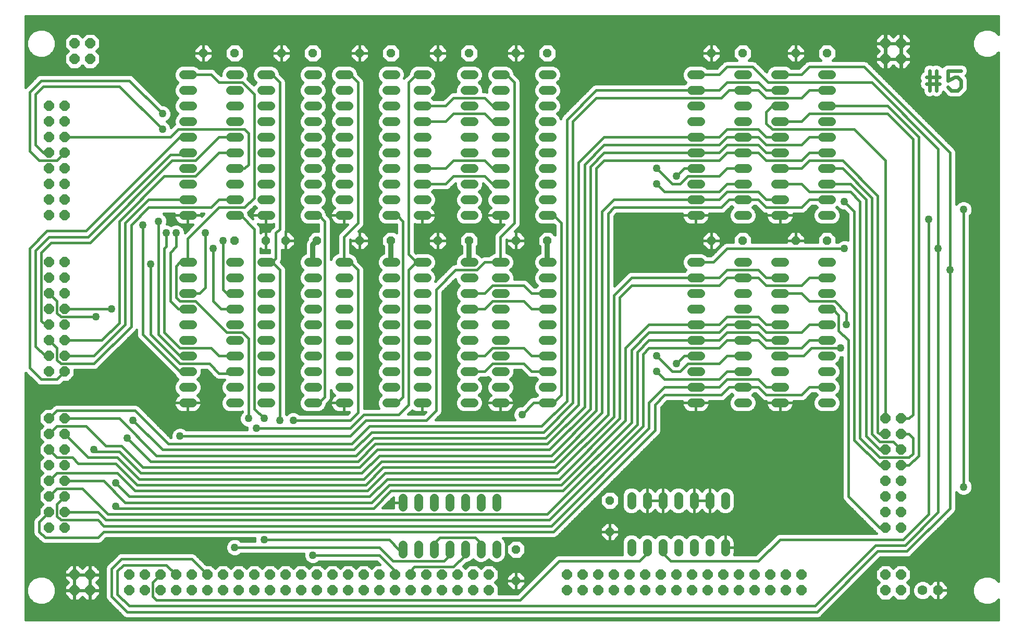
<source format=gtl>
G75*
%MOIN*%
%OFA0B0*%
%FSLAX24Y24*%
%IPPOS*%
%LPD*%
%AMOC8*
5,1,8,0,0,1.08239X$1,22.5*
%
%ADD10C,0.0230*%
%ADD11C,0.0560*%
%ADD12OC8,0.0560*%
%ADD13OC8,0.0640*%
%ADD14OC8,0.0630*%
%ADD15C,0.0630*%
%ADD16C,0.0160*%
%ADD17C,0.0500*%
%ADD18C,0.0320*%
D10*
X062092Y038255D02*
X062092Y039526D01*
X062516Y039526D02*
X062516Y038255D01*
X062727Y038679D02*
X061880Y038679D01*
X061880Y039102D02*
X062516Y039102D01*
X062727Y039102D01*
X063261Y038891D02*
X063261Y039526D01*
X064109Y039526D01*
X063897Y039102D02*
X063685Y039102D01*
X063261Y038891D01*
X063261Y038467D02*
X063473Y038255D01*
X063897Y038255D01*
X064109Y038467D01*
X064109Y038891D01*
X063897Y039102D01*
D11*
X055795Y039265D02*
X055235Y039265D01*
X055235Y038265D02*
X055795Y038265D01*
X055795Y037265D02*
X055235Y037265D01*
X055235Y036265D02*
X055795Y036265D01*
X055795Y035265D02*
X055235Y035265D01*
X055235Y034265D02*
X055795Y034265D01*
X055795Y033265D02*
X055235Y033265D01*
X055235Y032265D02*
X055795Y032265D01*
X055795Y031265D02*
X055235Y031265D01*
X055235Y030265D02*
X055795Y030265D01*
X052795Y030265D02*
X052235Y030265D01*
X052235Y031265D02*
X052795Y031265D01*
X052795Y032265D02*
X052235Y032265D01*
X052235Y033265D02*
X052795Y033265D01*
X052795Y034265D02*
X052235Y034265D01*
X052235Y035265D02*
X052795Y035265D01*
X052795Y036265D02*
X052235Y036265D01*
X052235Y037265D02*
X052795Y037265D01*
X052795Y038265D02*
X052235Y038265D01*
X050420Y038265D02*
X049860Y038265D01*
X049860Y037265D02*
X050420Y037265D01*
X050420Y036265D02*
X049860Y036265D01*
X049860Y035265D02*
X050420Y035265D01*
X050420Y034265D02*
X049860Y034265D01*
X049860Y033265D02*
X050420Y033265D01*
X050420Y032265D02*
X049860Y032265D01*
X049860Y031265D02*
X050420Y031265D01*
X050420Y030265D02*
X049860Y030265D01*
X047420Y030265D02*
X046860Y030265D01*
X046860Y031265D02*
X047420Y031265D01*
X047420Y032265D02*
X046860Y032265D01*
X046860Y033265D02*
X047420Y033265D01*
X047420Y034265D02*
X046860Y034265D01*
X046860Y035265D02*
X047420Y035265D01*
X047420Y036265D02*
X046860Y036265D01*
X046860Y037265D02*
X047420Y037265D01*
X047420Y038265D02*
X046860Y038265D01*
X046860Y039265D02*
X047420Y039265D01*
X049860Y039265D02*
X050420Y039265D01*
X052235Y039265D02*
X052795Y039265D01*
X037920Y039265D02*
X037360Y039265D01*
X037360Y038265D02*
X037920Y038265D01*
X037920Y037265D02*
X037360Y037265D01*
X037360Y036265D02*
X037920Y036265D01*
X037920Y035265D02*
X037360Y035265D01*
X037360Y034265D02*
X037920Y034265D01*
X037920Y033265D02*
X037360Y033265D01*
X037360Y032265D02*
X037920Y032265D01*
X037920Y031265D02*
X037360Y031265D01*
X037360Y030265D02*
X037920Y030265D01*
X034920Y030265D02*
X034360Y030265D01*
X034360Y031265D02*
X034920Y031265D01*
X034920Y032265D02*
X034360Y032265D01*
X034360Y033265D02*
X034920Y033265D01*
X034920Y034265D02*
X034360Y034265D01*
X034360Y035265D02*
X034920Y035265D01*
X034920Y036265D02*
X034360Y036265D01*
X034360Y037265D02*
X034920Y037265D01*
X034920Y038265D02*
X034360Y038265D01*
X032920Y038265D02*
X032360Y038265D01*
X032360Y037265D02*
X032920Y037265D01*
X032920Y036265D02*
X032360Y036265D01*
X032360Y035265D02*
X032920Y035265D01*
X032920Y034265D02*
X032360Y034265D01*
X032360Y033265D02*
X032920Y033265D01*
X032920Y032265D02*
X032360Y032265D01*
X032360Y031265D02*
X032920Y031265D01*
X032920Y030265D02*
X032360Y030265D01*
X029920Y030265D02*
X029360Y030265D01*
X029360Y031265D02*
X029920Y031265D01*
X029920Y032265D02*
X029360Y032265D01*
X029360Y033265D02*
X029920Y033265D01*
X029920Y034265D02*
X029360Y034265D01*
X029360Y035265D02*
X029920Y035265D01*
X029920Y036265D02*
X029360Y036265D01*
X029360Y037265D02*
X029920Y037265D01*
X029920Y038265D02*
X029360Y038265D01*
X027920Y038265D02*
X027360Y038265D01*
X027360Y037265D02*
X027920Y037265D01*
X027920Y036265D02*
X027360Y036265D01*
X027360Y035265D02*
X027920Y035265D01*
X027920Y034265D02*
X027360Y034265D01*
X027360Y033265D02*
X027920Y033265D01*
X027920Y032265D02*
X027360Y032265D01*
X027360Y031265D02*
X027920Y031265D01*
X027920Y030265D02*
X027360Y030265D01*
X024920Y030265D02*
X024360Y030265D01*
X024360Y031265D02*
X024920Y031265D01*
X024920Y032265D02*
X024360Y032265D01*
X024360Y033265D02*
X024920Y033265D01*
X024920Y034265D02*
X024360Y034265D01*
X024360Y035265D02*
X024920Y035265D01*
X024920Y036265D02*
X024360Y036265D01*
X024360Y037265D02*
X024920Y037265D01*
X024920Y038265D02*
X024360Y038265D01*
X022920Y038265D02*
X022360Y038265D01*
X022360Y037265D02*
X022920Y037265D01*
X022920Y036265D02*
X022360Y036265D01*
X022360Y035265D02*
X022920Y035265D01*
X022920Y034265D02*
X022360Y034265D01*
X022360Y033265D02*
X022920Y033265D01*
X022920Y032265D02*
X022360Y032265D01*
X022360Y031265D02*
X022920Y031265D01*
X022920Y030265D02*
X022360Y030265D01*
X019920Y030265D02*
X019360Y030265D01*
X019360Y031265D02*
X019920Y031265D01*
X019920Y032265D02*
X019360Y032265D01*
X019360Y033265D02*
X019920Y033265D01*
X019920Y034265D02*
X019360Y034265D01*
X019360Y035265D02*
X019920Y035265D01*
X019920Y036265D02*
X019360Y036265D01*
X019360Y037265D02*
X019920Y037265D01*
X019920Y038265D02*
X019360Y038265D01*
X017920Y038265D02*
X017360Y038265D01*
X017360Y037265D02*
X017920Y037265D01*
X017920Y036265D02*
X017360Y036265D01*
X017360Y035265D02*
X017920Y035265D01*
X017920Y034265D02*
X017360Y034265D01*
X017360Y033265D02*
X017920Y033265D01*
X017920Y032265D02*
X017360Y032265D01*
X017360Y031265D02*
X017920Y031265D01*
X017920Y030265D02*
X017360Y030265D01*
X014920Y030265D02*
X014360Y030265D01*
X014360Y031265D02*
X014920Y031265D01*
X014920Y032265D02*
X014360Y032265D01*
X014360Y033265D02*
X014920Y033265D01*
X014920Y034265D02*
X014360Y034265D01*
X014360Y035265D02*
X014920Y035265D01*
X014920Y036265D02*
X014360Y036265D01*
X014360Y037265D02*
X014920Y037265D01*
X014920Y038265D02*
X014360Y038265D01*
X014360Y039265D02*
X014920Y039265D01*
X017360Y039265D02*
X017920Y039265D01*
X019360Y039265D02*
X019920Y039265D01*
X022360Y039265D02*
X022920Y039265D01*
X024360Y039265D02*
X024920Y039265D01*
X027360Y039265D02*
X027920Y039265D01*
X029360Y039265D02*
X029920Y039265D01*
X032360Y039265D02*
X032920Y039265D01*
X034360Y039265D02*
X034920Y039265D01*
X034920Y027265D02*
X034360Y027265D01*
X034360Y026265D02*
X034920Y026265D01*
X034920Y025265D02*
X034360Y025265D01*
X034360Y024265D02*
X034920Y024265D01*
X034920Y023265D02*
X034360Y023265D01*
X034360Y022265D02*
X034920Y022265D01*
X034920Y021265D02*
X034360Y021265D01*
X034360Y020265D02*
X034920Y020265D01*
X034920Y019265D02*
X034360Y019265D01*
X034360Y018265D02*
X034920Y018265D01*
X032920Y018265D02*
X032360Y018265D01*
X032360Y019265D02*
X032920Y019265D01*
X032920Y020265D02*
X032360Y020265D01*
X032360Y021265D02*
X032920Y021265D01*
X032920Y022265D02*
X032360Y022265D01*
X032360Y023265D02*
X032920Y023265D01*
X032920Y024265D02*
X032360Y024265D01*
X032360Y025265D02*
X032920Y025265D01*
X032920Y026265D02*
X032360Y026265D01*
X032360Y027265D02*
X032920Y027265D01*
X029920Y027265D02*
X029360Y027265D01*
X029360Y026265D02*
X029920Y026265D01*
X029920Y025265D02*
X029360Y025265D01*
X029360Y024265D02*
X029920Y024265D01*
X029920Y023265D02*
X029360Y023265D01*
X029360Y022265D02*
X029920Y022265D01*
X029920Y021265D02*
X029360Y021265D01*
X029360Y020265D02*
X029920Y020265D01*
X029920Y019265D02*
X029360Y019265D01*
X029360Y018265D02*
X029920Y018265D01*
X027920Y018265D02*
X027360Y018265D01*
X027360Y019265D02*
X027920Y019265D01*
X027920Y020265D02*
X027360Y020265D01*
X027360Y021265D02*
X027920Y021265D01*
X027920Y022265D02*
X027360Y022265D01*
X027360Y023265D02*
X027920Y023265D01*
X027920Y024265D02*
X027360Y024265D01*
X027360Y025265D02*
X027920Y025265D01*
X027920Y026265D02*
X027360Y026265D01*
X027360Y027265D02*
X027920Y027265D01*
X024920Y027265D02*
X024360Y027265D01*
X024360Y026265D02*
X024920Y026265D01*
X024920Y025265D02*
X024360Y025265D01*
X024360Y024265D02*
X024920Y024265D01*
X024920Y023265D02*
X024360Y023265D01*
X024360Y022265D02*
X024920Y022265D01*
X024920Y021265D02*
X024360Y021265D01*
X024360Y020265D02*
X024920Y020265D01*
X024920Y019265D02*
X024360Y019265D01*
X024360Y018265D02*
X024920Y018265D01*
X022920Y018265D02*
X022360Y018265D01*
X022360Y019265D02*
X022920Y019265D01*
X022920Y020265D02*
X022360Y020265D01*
X022360Y021265D02*
X022920Y021265D01*
X022920Y022265D02*
X022360Y022265D01*
X022360Y023265D02*
X022920Y023265D01*
X022920Y024265D02*
X022360Y024265D01*
X022360Y025265D02*
X022920Y025265D01*
X022920Y026265D02*
X022360Y026265D01*
X022360Y027265D02*
X022920Y027265D01*
X019920Y027265D02*
X019360Y027265D01*
X019360Y026265D02*
X019920Y026265D01*
X019920Y025265D02*
X019360Y025265D01*
X019360Y024265D02*
X019920Y024265D01*
X019920Y023265D02*
X019360Y023265D01*
X019360Y022265D02*
X019920Y022265D01*
X019920Y021265D02*
X019360Y021265D01*
X019360Y020265D02*
X019920Y020265D01*
X019920Y019265D02*
X019360Y019265D01*
X019360Y018265D02*
X019920Y018265D01*
X017920Y018265D02*
X017360Y018265D01*
X017360Y019265D02*
X017920Y019265D01*
X017920Y020265D02*
X017360Y020265D01*
X017360Y021265D02*
X017920Y021265D01*
X017920Y022265D02*
X017360Y022265D01*
X017360Y023265D02*
X017920Y023265D01*
X017920Y024265D02*
X017360Y024265D01*
X017360Y025265D02*
X017920Y025265D01*
X017920Y026265D02*
X017360Y026265D01*
X017360Y027265D02*
X017920Y027265D01*
X014920Y027265D02*
X014360Y027265D01*
X014360Y026265D02*
X014920Y026265D01*
X014920Y025265D02*
X014360Y025265D01*
X014360Y024265D02*
X014920Y024265D01*
X014920Y023265D02*
X014360Y023265D01*
X014360Y022265D02*
X014920Y022265D01*
X014920Y021265D02*
X014360Y021265D01*
X014360Y020265D02*
X014920Y020265D01*
X014920Y019265D02*
X014360Y019265D01*
X014360Y018265D02*
X014920Y018265D01*
X028390Y012170D02*
X028390Y011610D01*
X029390Y011610D02*
X029390Y012170D01*
X030390Y012170D02*
X030390Y011610D01*
X031390Y011610D02*
X031390Y012170D01*
X032390Y012170D02*
X032390Y011610D01*
X033390Y011610D02*
X033390Y012170D01*
X034390Y012170D02*
X034390Y011610D01*
X034390Y009170D02*
X034390Y008610D01*
X033390Y008610D02*
X033390Y009170D01*
X032390Y009170D02*
X032390Y008610D01*
X031390Y008610D02*
X031390Y009170D01*
X030390Y009170D02*
X030390Y008610D01*
X029390Y008610D02*
X029390Y009170D01*
X028390Y009170D02*
X028390Y008610D01*
X037360Y018265D02*
X037920Y018265D01*
X037920Y019265D02*
X037360Y019265D01*
X037360Y020265D02*
X037920Y020265D01*
X037920Y021265D02*
X037360Y021265D01*
X037360Y022265D02*
X037920Y022265D01*
X037920Y023265D02*
X037360Y023265D01*
X037360Y024265D02*
X037920Y024265D01*
X037920Y025265D02*
X037360Y025265D01*
X037360Y026265D02*
X037920Y026265D01*
X037920Y027265D02*
X037360Y027265D01*
X046860Y027265D02*
X047420Y027265D01*
X047420Y026265D02*
X046860Y026265D01*
X046860Y025265D02*
X047420Y025265D01*
X047420Y024265D02*
X046860Y024265D01*
X046860Y023265D02*
X047420Y023265D01*
X047420Y022265D02*
X046860Y022265D01*
X046860Y021265D02*
X047420Y021265D01*
X047420Y020265D02*
X046860Y020265D01*
X046860Y019265D02*
X047420Y019265D01*
X047420Y018265D02*
X046860Y018265D01*
X049860Y018265D02*
X050420Y018265D01*
X050420Y019265D02*
X049860Y019265D01*
X049860Y020265D02*
X050420Y020265D01*
X050420Y021265D02*
X049860Y021265D01*
X049860Y022265D02*
X050420Y022265D01*
X050420Y023265D02*
X049860Y023265D01*
X049860Y024265D02*
X050420Y024265D01*
X050420Y025265D02*
X049860Y025265D01*
X049860Y026265D02*
X050420Y026265D01*
X050420Y027265D02*
X049860Y027265D01*
X052235Y027265D02*
X052795Y027265D01*
X052795Y026265D02*
X052235Y026265D01*
X052235Y025265D02*
X052795Y025265D01*
X052795Y024265D02*
X052235Y024265D01*
X052235Y023265D02*
X052795Y023265D01*
X052795Y022265D02*
X052235Y022265D01*
X052235Y021265D02*
X052795Y021265D01*
X052795Y020265D02*
X052235Y020265D01*
X052235Y019265D02*
X052795Y019265D01*
X052795Y018265D02*
X052235Y018265D01*
X055235Y018265D02*
X055795Y018265D01*
X055795Y019265D02*
X055235Y019265D01*
X055235Y020265D02*
X055795Y020265D01*
X055795Y021265D02*
X055235Y021265D01*
X055235Y022265D02*
X055795Y022265D01*
X055795Y023265D02*
X055235Y023265D01*
X055235Y024265D02*
X055795Y024265D01*
X055795Y025265D02*
X055235Y025265D01*
X055235Y026265D02*
X055795Y026265D01*
X055795Y027265D02*
X055235Y027265D01*
X049015Y012295D02*
X049015Y011735D01*
X048015Y011735D02*
X048015Y012295D01*
X047015Y012295D02*
X047015Y011735D01*
X046015Y011735D02*
X046015Y012295D01*
X045015Y012295D02*
X045015Y011735D01*
X044015Y011735D02*
X044015Y012295D01*
X043015Y012295D02*
X043015Y011735D01*
X043015Y009295D02*
X043015Y008735D01*
X044015Y008735D02*
X044015Y009295D01*
X045015Y009295D02*
X045015Y008735D01*
X046015Y008735D02*
X046015Y009295D01*
X047015Y009295D02*
X047015Y008735D01*
X048015Y008735D02*
X048015Y009295D01*
X049015Y009295D02*
X049015Y008735D01*
D12*
X041640Y010015D03*
X041640Y012015D03*
X035640Y008890D03*
X035640Y006890D03*
X035640Y028640D03*
X037640Y028640D03*
X032640Y028640D03*
X030640Y028640D03*
X027640Y028640D03*
X025640Y028640D03*
X022890Y028640D03*
X020890Y028640D03*
X019640Y028640D03*
X017640Y028640D03*
X017640Y040640D03*
X015640Y040640D03*
X020640Y040640D03*
X022640Y040640D03*
X025640Y040640D03*
X027640Y040640D03*
X030640Y040640D03*
X032640Y040640D03*
X035640Y040640D03*
X037640Y040640D03*
X048140Y040640D03*
X050140Y040640D03*
X053515Y040640D03*
X055515Y040640D03*
X055515Y028640D03*
X053515Y028640D03*
X050140Y028640D03*
X048140Y028640D03*
D13*
X059265Y017265D03*
X060265Y017265D03*
X060265Y016265D03*
X059265Y016265D03*
X059265Y015265D03*
X060265Y015265D03*
X060265Y014265D03*
X059265Y014265D03*
X059265Y013265D03*
X060265Y013265D03*
X060265Y012265D03*
X059265Y012265D03*
X059265Y011265D03*
X060265Y011265D03*
X060265Y010265D03*
X059265Y010265D03*
X059265Y007265D03*
X060265Y007265D03*
X060265Y006265D03*
X059265Y006265D03*
X053890Y006265D03*
X053890Y007265D03*
X052890Y007265D03*
X051890Y007265D03*
X051890Y006265D03*
X052890Y006265D03*
X050890Y006265D03*
X049890Y006265D03*
X049890Y007265D03*
X050890Y007265D03*
X048890Y007265D03*
X047890Y007265D03*
X046890Y007265D03*
X046890Y006265D03*
X047890Y006265D03*
X048890Y006265D03*
X045890Y006265D03*
X044890Y006265D03*
X044890Y007265D03*
X045890Y007265D03*
X043890Y007265D03*
X042890Y007265D03*
X041890Y007265D03*
X041890Y006265D03*
X042890Y006265D03*
X043890Y006265D03*
X040890Y006265D03*
X039890Y006265D03*
X039890Y007265D03*
X040890Y007265D03*
X038890Y007265D03*
X038890Y006265D03*
X033890Y006265D03*
X032890Y006265D03*
X032890Y007265D03*
X033890Y007265D03*
X031890Y007265D03*
X030890Y007265D03*
X029890Y007265D03*
X029890Y006265D03*
X030890Y006265D03*
X031890Y006265D03*
X028890Y006265D03*
X027890Y006265D03*
X027890Y007265D03*
X028890Y007265D03*
X026890Y007265D03*
X025890Y007265D03*
X024890Y007265D03*
X024890Y006265D03*
X025890Y006265D03*
X026890Y006265D03*
X023890Y006265D03*
X022890Y006265D03*
X022890Y007265D03*
X023890Y007265D03*
X021890Y007265D03*
X020890Y007265D03*
X019890Y007265D03*
X019890Y006265D03*
X020890Y006265D03*
X021890Y006265D03*
X018890Y006265D03*
X017890Y006265D03*
X017890Y007265D03*
X018890Y007265D03*
X016890Y007265D03*
X015890Y007265D03*
X015890Y006265D03*
X016890Y006265D03*
X014890Y006265D03*
X013890Y006265D03*
X012890Y006265D03*
X012890Y007265D03*
X013890Y007265D03*
X014890Y007265D03*
X011890Y007265D03*
X010890Y007265D03*
X010890Y006265D03*
X011890Y006265D03*
X008390Y006265D03*
X007390Y006265D03*
X007390Y007265D03*
X008390Y007265D03*
X006765Y010265D03*
X005765Y010265D03*
X005765Y011265D03*
X006765Y011265D03*
X006765Y012265D03*
X005765Y012265D03*
X005765Y013265D03*
X006765Y013265D03*
X006765Y014265D03*
X005765Y014265D03*
X005765Y015265D03*
X006765Y015265D03*
X006765Y016265D03*
X005765Y016265D03*
X005765Y017265D03*
X006765Y017265D03*
X006765Y020265D03*
X005765Y020265D03*
X005765Y021265D03*
X006765Y021265D03*
X006765Y022265D03*
X005765Y022265D03*
X005765Y023265D03*
X006765Y023265D03*
X006765Y024265D03*
X005765Y024265D03*
X005765Y025265D03*
X006765Y025265D03*
X006765Y026265D03*
X005765Y026265D03*
X005765Y027265D03*
X006765Y027265D03*
X006765Y030265D03*
X005765Y030265D03*
X005765Y031265D03*
X006765Y031265D03*
X006765Y032265D03*
X005765Y032265D03*
X005765Y033265D03*
X006765Y033265D03*
X006765Y034265D03*
X005765Y034265D03*
X005765Y035265D03*
X006765Y035265D03*
X006765Y036265D03*
X005765Y036265D03*
X005765Y037265D03*
X006765Y037265D03*
X007390Y040265D03*
X008390Y040265D03*
X008390Y041265D03*
X007390Y041265D03*
X059265Y041265D03*
X060265Y041265D03*
X060265Y040265D03*
X059265Y040265D03*
D14*
X062640Y006265D03*
D15*
X061640Y006265D03*
D16*
X004270Y004395D02*
X004270Y020194D01*
X004926Y019538D01*
X005038Y019426D01*
X005185Y019365D01*
X006345Y019365D01*
X006492Y019426D01*
X006691Y019625D01*
X007030Y019625D01*
X007405Y020000D01*
X007405Y020365D01*
X008720Y020365D01*
X008867Y020426D01*
X008979Y020538D01*
X011354Y022913D01*
X011365Y022940D01*
X011365Y022560D01*
X011426Y022413D01*
X011538Y022301D01*
X013807Y020032D01*
X013851Y019925D01*
X014011Y019765D01*
X013851Y019605D01*
X013760Y019384D01*
X013760Y019146D01*
X013851Y018925D01*
X014018Y018758D01*
X013969Y018723D01*
X013902Y018656D01*
X013847Y018579D01*
X013804Y018495D01*
X013775Y018405D01*
X013760Y018312D01*
X013760Y018265D01*
X014640Y018265D01*
X015520Y018265D01*
X015520Y018312D01*
X015505Y018405D01*
X015476Y018495D01*
X015433Y018579D01*
X015378Y018656D01*
X015311Y018723D01*
X015262Y018758D01*
X015429Y018925D01*
X015520Y019146D01*
X015520Y019384D01*
X015429Y019605D01*
X015269Y019765D01*
X015429Y019925D01*
X015520Y020146D01*
X015520Y020365D01*
X015849Y020365D01*
X016413Y019801D01*
X016560Y019740D01*
X016986Y019740D01*
X016851Y019605D01*
X016760Y019384D01*
X016760Y019146D01*
X016851Y018925D01*
X017011Y018765D01*
X016851Y018605D01*
X016760Y018384D01*
X016760Y018146D01*
X016851Y017925D01*
X017020Y017756D01*
X017241Y017665D01*
X018039Y017665D01*
X018115Y017696D01*
X018115Y017671D01*
X018032Y017588D01*
X017945Y017378D01*
X017945Y017152D01*
X018032Y016942D01*
X018192Y016782D01*
X018402Y016695D01*
X018445Y016695D01*
X018445Y016540D01*
X014546Y016540D01*
X014463Y016623D01*
X014253Y016710D01*
X014027Y016710D01*
X013817Y016623D01*
X013657Y016463D01*
X013570Y016253D01*
X013570Y016040D01*
X013556Y016040D01*
X011492Y018104D01*
X011345Y018165D01*
X006185Y018165D01*
X006038Y018104D01*
X005926Y017992D01*
X005839Y017905D01*
X005500Y017905D01*
X005125Y017530D01*
X005125Y017000D01*
X005360Y016765D01*
X005125Y016530D01*
X005125Y016000D01*
X005360Y015765D01*
X005125Y015530D01*
X005125Y015000D01*
X005360Y014765D01*
X005125Y014530D01*
X005125Y014000D01*
X005360Y013765D01*
X005125Y013530D01*
X005125Y013000D01*
X005360Y012765D01*
X005125Y012530D01*
X005125Y012000D01*
X005360Y011765D01*
X005125Y011530D01*
X005125Y011191D01*
X004913Y010979D01*
X004801Y010867D01*
X004740Y010720D01*
X004740Y009935D01*
X004801Y009788D01*
X005176Y009413D01*
X005288Y009301D01*
X005435Y009240D01*
X008970Y009240D01*
X009117Y009301D01*
X009431Y009615D01*
X018945Y009615D01*
X018945Y009415D01*
X018046Y009415D01*
X017963Y009498D01*
X017753Y009585D01*
X017527Y009585D01*
X017317Y009498D01*
X017157Y009338D01*
X017070Y009128D01*
X017070Y008902D01*
X017157Y008692D01*
X017317Y008532D01*
X017527Y008445D01*
X017753Y008445D01*
X017963Y008532D01*
X018046Y008615D01*
X022070Y008615D01*
X022070Y008402D01*
X022157Y008192D01*
X022317Y008032D01*
X022527Y007945D01*
X022753Y007945D01*
X022963Y008032D01*
X023046Y008115D01*
X026724Y008115D01*
X026934Y007905D01*
X026625Y007905D01*
X026390Y007670D01*
X026155Y007905D01*
X025625Y007905D01*
X025390Y007670D01*
X025155Y007905D01*
X024625Y007905D01*
X024390Y007670D01*
X024155Y007905D01*
X023625Y007905D01*
X023390Y007670D01*
X023155Y007905D01*
X022625Y007905D01*
X022390Y007670D01*
X022155Y007905D01*
X021625Y007905D01*
X021390Y007670D01*
X021155Y007905D01*
X020625Y007905D01*
X020390Y007670D01*
X020155Y007905D01*
X019625Y007905D01*
X019390Y007670D01*
X019155Y007905D01*
X018625Y007905D01*
X018390Y007670D01*
X018155Y007905D01*
X017625Y007905D01*
X017390Y007670D01*
X017155Y007905D01*
X016625Y007905D01*
X016390Y007670D01*
X016155Y007905D01*
X015816Y007905D01*
X015117Y008604D01*
X014970Y008665D01*
X010310Y008665D01*
X010163Y008604D01*
X010051Y008492D01*
X009426Y007867D01*
X009365Y007720D01*
X009365Y005810D01*
X009426Y005663D01*
X009538Y005551D01*
X010538Y004551D01*
X010685Y004490D01*
X054970Y004490D01*
X055117Y004551D01*
X055229Y004663D01*
X058931Y008365D01*
X060720Y008365D01*
X060867Y008426D01*
X060979Y008538D01*
X063617Y011176D01*
X063729Y011288D01*
X063790Y011435D01*
X063790Y012559D01*
X063942Y012407D01*
X064152Y012320D01*
X064378Y012320D01*
X064588Y012407D01*
X064748Y012567D01*
X064835Y012777D01*
X064835Y013003D01*
X064748Y013213D01*
X064665Y013296D01*
X064665Y030234D01*
X064748Y030317D01*
X064835Y030527D01*
X064835Y030753D01*
X064748Y030963D01*
X064588Y031123D01*
X064378Y031210D01*
X064152Y031210D01*
X063942Y031123D01*
X063790Y030971D01*
X063790Y034345D01*
X063729Y034492D01*
X063617Y034604D01*
X063617Y034604D01*
X058117Y040104D01*
X057970Y040165D01*
X055889Y040165D01*
X056115Y040391D01*
X056115Y040889D01*
X055764Y041240D01*
X055266Y041240D01*
X054915Y040889D01*
X054915Y040391D01*
X055141Y040165D01*
X054310Y040165D01*
X054163Y040104D01*
X053724Y039665D01*
X053244Y039665D01*
X053135Y039774D01*
X052914Y039865D01*
X052116Y039865D01*
X051895Y039774D01*
X051726Y039605D01*
X051657Y039438D01*
X050992Y040104D01*
X050845Y040165D01*
X050514Y040165D01*
X050740Y040391D01*
X050740Y040889D01*
X050389Y041240D01*
X049891Y041240D01*
X049540Y040889D01*
X049540Y040391D01*
X049766Y040165D01*
X049060Y040165D01*
X048913Y040104D01*
X048474Y039665D01*
X047869Y039665D01*
X047760Y039774D01*
X047539Y039865D01*
X046741Y039865D01*
X046520Y039774D01*
X046351Y039605D01*
X046260Y039384D01*
X046260Y039146D01*
X046351Y038925D01*
X046511Y038765D01*
X046411Y038665D01*
X040685Y038665D01*
X040538Y038604D01*
X038663Y036729D01*
X038551Y036617D01*
X038490Y036470D01*
X038490Y036457D01*
X038429Y036605D01*
X038269Y036765D01*
X038429Y036925D01*
X038520Y037146D01*
X038520Y037384D01*
X038429Y037605D01*
X038269Y037765D01*
X038429Y037925D01*
X038520Y038146D01*
X038520Y038384D01*
X038429Y038605D01*
X038269Y038765D01*
X038429Y038925D01*
X038520Y039146D01*
X038520Y039384D01*
X038429Y039605D01*
X038260Y039774D01*
X038039Y039865D01*
X037241Y039865D01*
X037020Y039774D01*
X036851Y039605D01*
X036760Y039384D01*
X036760Y039146D01*
X036851Y038925D01*
X037011Y038765D01*
X036851Y038605D01*
X036760Y038384D01*
X036760Y038146D01*
X036851Y037925D01*
X037011Y037765D01*
X036851Y037605D01*
X036760Y037384D01*
X036760Y037146D01*
X036851Y036925D01*
X037011Y036765D01*
X036851Y036605D01*
X036760Y036384D01*
X036760Y036146D01*
X036851Y035925D01*
X037011Y035765D01*
X036851Y035605D01*
X036760Y035384D01*
X036760Y035146D01*
X036851Y034925D01*
X037011Y034765D01*
X036851Y034605D01*
X036760Y034384D01*
X036760Y034146D01*
X036851Y033925D01*
X037011Y033765D01*
X036851Y033605D01*
X036760Y033384D01*
X036760Y033146D01*
X036851Y032925D01*
X037011Y032765D01*
X036851Y032605D01*
X036760Y032384D01*
X036760Y032146D01*
X036851Y031925D01*
X037011Y031765D01*
X036851Y031605D01*
X036760Y031384D01*
X036760Y031146D01*
X036851Y030925D01*
X037011Y030765D01*
X036851Y030605D01*
X036760Y030384D01*
X036760Y030146D01*
X036851Y029925D01*
X037020Y029756D01*
X037241Y029665D01*
X038039Y029665D01*
X038046Y029668D01*
X038115Y029599D01*
X038115Y029014D01*
X037889Y029240D01*
X037391Y029240D01*
X037040Y028889D01*
X037040Y028391D01*
X037160Y028271D01*
X037160Y027832D01*
X037020Y027774D01*
X036851Y027605D01*
X036760Y027384D01*
X036760Y027146D01*
X036851Y026925D01*
X037011Y026765D01*
X036851Y026605D01*
X036760Y026384D01*
X036760Y026146D01*
X036851Y025925D01*
X037011Y025765D01*
X036911Y025665D01*
X036806Y025665D01*
X036367Y026104D01*
X036220Y026165D01*
X035520Y026165D01*
X035520Y026384D01*
X035429Y026605D01*
X035269Y026765D01*
X035429Y026925D01*
X035520Y027146D01*
X035520Y027384D01*
X035429Y027605D01*
X035260Y027774D01*
X035040Y027865D01*
X035040Y028724D01*
X035040Y028724D01*
X035040Y028640D01*
X035640Y028640D01*
X035640Y028640D01*
X035640Y029240D01*
X035889Y029240D01*
X036240Y028889D01*
X036240Y028640D01*
X035640Y028640D01*
X035640Y028640D01*
X035640Y029240D01*
X035556Y029240D01*
X035742Y029426D01*
X035854Y029538D01*
X035915Y029685D01*
X035915Y038845D01*
X035854Y038992D01*
X035520Y039326D01*
X035520Y039384D01*
X035429Y039605D01*
X035260Y039774D01*
X035039Y039865D01*
X034241Y039865D01*
X034020Y039774D01*
X033851Y039605D01*
X033760Y039384D01*
X033760Y039146D01*
X033851Y038925D01*
X034011Y038765D01*
X033851Y038605D01*
X033760Y038384D01*
X033760Y038148D01*
X033720Y038165D01*
X033520Y038165D01*
X033520Y038384D01*
X033429Y038605D01*
X033269Y038765D01*
X033429Y038925D01*
X033520Y039146D01*
X033520Y039384D01*
X033429Y039605D01*
X033260Y039774D01*
X033039Y039865D01*
X032241Y039865D01*
X032020Y039774D01*
X031851Y039605D01*
X031760Y039384D01*
X031760Y039146D01*
X031851Y038925D01*
X032011Y038765D01*
X031851Y038605D01*
X031760Y038384D01*
X031760Y038165D01*
X031560Y038165D01*
X031413Y038104D01*
X031301Y037992D01*
X031301Y037992D01*
X030974Y037665D01*
X030369Y037665D01*
X030269Y037765D01*
X030429Y037925D01*
X030520Y038146D01*
X030520Y038384D01*
X030429Y038605D01*
X030269Y038765D01*
X030429Y038925D01*
X030520Y039146D01*
X030520Y039384D01*
X030429Y039605D01*
X030260Y039774D01*
X030039Y039865D01*
X029241Y039865D01*
X029020Y039774D01*
X028851Y039605D01*
X028760Y039384D01*
X028760Y039326D01*
X028478Y039043D01*
X028520Y039146D01*
X028520Y039384D01*
X028429Y039605D01*
X028260Y039774D01*
X028039Y039865D01*
X027241Y039865D01*
X027020Y039774D01*
X026851Y039605D01*
X026760Y039384D01*
X026760Y039146D01*
X026851Y038925D01*
X027011Y038765D01*
X026851Y038605D01*
X026760Y038384D01*
X026760Y038146D01*
X026851Y037925D01*
X027011Y037765D01*
X026851Y037605D01*
X026760Y037384D01*
X026760Y037146D01*
X026851Y036925D01*
X027011Y036765D01*
X026851Y036605D01*
X026760Y036384D01*
X026760Y036146D01*
X026851Y035925D01*
X027011Y035765D01*
X026851Y035605D01*
X026760Y035384D01*
X026760Y035146D01*
X026851Y034925D01*
X027011Y034765D01*
X026851Y034605D01*
X026760Y034384D01*
X026760Y034146D01*
X026851Y033925D01*
X027011Y033765D01*
X026851Y033605D01*
X026760Y033384D01*
X026760Y033146D01*
X026851Y032925D01*
X027011Y032765D01*
X026851Y032605D01*
X026760Y032384D01*
X026760Y032146D01*
X026851Y031925D01*
X027011Y031765D01*
X026851Y031605D01*
X026760Y031384D01*
X026760Y031146D01*
X026851Y030925D01*
X027011Y030765D01*
X026851Y030605D01*
X026760Y030384D01*
X026760Y030146D01*
X026851Y029925D01*
X027020Y029756D01*
X027241Y029665D01*
X027990Y029665D01*
X027990Y029139D01*
X027889Y029240D01*
X027391Y029240D01*
X027040Y028889D01*
X027040Y028391D01*
X027160Y028271D01*
X027160Y027832D01*
X027020Y027774D01*
X026851Y027605D01*
X026760Y027384D01*
X026760Y027146D01*
X026851Y026925D01*
X027011Y026765D01*
X026851Y026605D01*
X026760Y026384D01*
X026760Y026146D01*
X026851Y025925D01*
X027011Y025765D01*
X026851Y025605D01*
X026760Y025384D01*
X026760Y025146D01*
X026851Y024925D01*
X027011Y024765D01*
X026851Y024605D01*
X026760Y024384D01*
X026760Y024146D01*
X026851Y023925D01*
X027011Y023765D01*
X026851Y023605D01*
X026760Y023384D01*
X026760Y023146D01*
X026851Y022925D01*
X027011Y022765D01*
X026851Y022605D01*
X026760Y022384D01*
X026760Y022146D01*
X026851Y021925D01*
X027011Y021765D01*
X026851Y021605D01*
X026760Y021384D01*
X026760Y021146D01*
X026851Y020925D01*
X027011Y020765D01*
X026851Y020605D01*
X026760Y020384D01*
X026760Y020146D01*
X026851Y019925D01*
X027011Y019765D01*
X026851Y019605D01*
X026760Y019384D01*
X026760Y019146D01*
X026851Y018925D01*
X027011Y018765D01*
X026851Y018605D01*
X026760Y018384D01*
X026760Y018146D01*
X026851Y017925D01*
X026861Y017915D01*
X025915Y017915D01*
X025915Y026845D01*
X025854Y026992D01*
X025742Y027104D01*
X025742Y027104D01*
X025520Y027326D01*
X025520Y027384D01*
X025429Y027605D01*
X025260Y027774D01*
X025040Y027865D01*
X025040Y028724D01*
X025040Y028724D01*
X025040Y028640D01*
X025640Y028640D01*
X025640Y028640D01*
X025640Y029240D01*
X025889Y029240D01*
X026240Y028889D01*
X026240Y028640D01*
X025640Y028640D01*
X025640Y028640D01*
X025640Y029240D01*
X025556Y029240D01*
X025742Y029426D01*
X025854Y029538D01*
X025915Y029685D01*
X025915Y038845D01*
X025854Y038992D01*
X025520Y039326D01*
X025520Y039384D01*
X025429Y039605D01*
X025260Y039774D01*
X025039Y039865D01*
X024241Y039865D01*
X024020Y039774D01*
X023851Y039605D01*
X023760Y039384D01*
X023760Y039146D01*
X023851Y038925D01*
X024011Y038765D01*
X023851Y038605D01*
X023760Y038384D01*
X023760Y038146D01*
X023851Y037925D01*
X024011Y037765D01*
X023851Y037605D01*
X023760Y037384D01*
X023760Y037146D01*
X023851Y036925D01*
X024011Y036765D01*
X023851Y036605D01*
X023760Y036384D01*
X023760Y036146D01*
X023851Y035925D01*
X024011Y035765D01*
X023851Y035605D01*
X023760Y035384D01*
X023760Y035146D01*
X023851Y034925D01*
X024011Y034765D01*
X023851Y034605D01*
X023760Y034384D01*
X023760Y034146D01*
X023851Y033925D01*
X024011Y033765D01*
X023851Y033605D01*
X023760Y033384D01*
X023760Y033146D01*
X023851Y032925D01*
X024011Y032765D01*
X023851Y032605D01*
X023760Y032384D01*
X023760Y032146D01*
X023851Y031925D01*
X024011Y031765D01*
X023851Y031605D01*
X023760Y031384D01*
X023760Y031146D01*
X023851Y030925D01*
X024018Y030758D01*
X023969Y030723D01*
X023902Y030656D01*
X023847Y030579D01*
X023804Y030495D01*
X023775Y030405D01*
X023760Y030312D01*
X023760Y030265D01*
X024640Y030265D01*
X024640Y029665D01*
X024849Y029665D01*
X024301Y029117D01*
X024240Y028970D01*
X024240Y027865D01*
X024020Y027774D01*
X023851Y027605D01*
X023790Y027457D01*
X023790Y029970D01*
X023729Y030117D01*
X023520Y030326D01*
X023762Y030326D01*
X023760Y030265D02*
X023760Y030218D01*
X023775Y030124D01*
X023804Y030035D01*
X023847Y029951D01*
X023902Y029874D01*
X023969Y029807D01*
X024046Y029752D01*
X024130Y029709D01*
X024219Y029680D01*
X024313Y029665D01*
X024640Y029665D01*
X024640Y030265D01*
X024640Y030265D01*
X024640Y030265D01*
X023760Y030265D01*
X023768Y030168D02*
X023678Y030168D01*
X023774Y030009D02*
X023817Y030009D01*
X023790Y029851D02*
X023926Y029851D01*
X023790Y029692D02*
X024182Y029692D01*
X023790Y029534D02*
X024718Y029534D01*
X024640Y029692D02*
X024640Y029692D01*
X024640Y029851D02*
X024640Y029851D01*
X024640Y030009D02*
X024640Y030009D01*
X024640Y030168D02*
X024640Y030168D01*
X024559Y029375D02*
X023790Y029375D01*
X023790Y029217D02*
X024401Y029217D01*
X024277Y029058D02*
X023790Y029058D01*
X023790Y028900D02*
X024240Y028900D01*
X024240Y028741D02*
X023790Y028741D01*
X023790Y028583D02*
X024240Y028583D01*
X024240Y028424D02*
X023790Y028424D01*
X023790Y028266D02*
X024240Y028266D01*
X024240Y028107D02*
X023790Y028107D01*
X023790Y027949D02*
X024240Y027949D01*
X024060Y027790D02*
X023790Y027790D01*
X023790Y027632D02*
X023878Y027632D01*
X023797Y027473D02*
X023790Y027473D01*
X024640Y027265D02*
X025015Y027265D01*
X025515Y026765D01*
X025515Y017640D01*
X025015Y017140D01*
X021390Y017140D01*
X021796Y017540D02*
X021713Y017623D01*
X021503Y017710D01*
X021277Y017710D01*
X021067Y017623D01*
X020953Y017509D01*
X020915Y017546D01*
X020915Y026845D01*
X020854Y026992D01*
X020742Y027104D01*
X020581Y027265D01*
X020604Y027288D01*
X020665Y027435D01*
X020665Y028040D01*
X020890Y028040D01*
X021139Y028040D01*
X021490Y028391D01*
X021490Y028640D01*
X021490Y028889D01*
X021139Y029240D01*
X020890Y029240D01*
X020890Y028640D01*
X020890Y028640D01*
X021490Y028640D01*
X020890Y028640D01*
X020890Y028640D01*
X020890Y029240D01*
X020886Y029240D01*
X020915Y029310D01*
X020915Y038845D01*
X020854Y038992D01*
X020520Y039326D01*
X020520Y039384D01*
X020429Y039605D01*
X020260Y039774D01*
X020039Y039865D01*
X019241Y039865D01*
X019020Y039774D01*
X018851Y039605D01*
X018760Y039384D01*
X018760Y039146D01*
X018851Y038925D01*
X019011Y038765D01*
X018859Y038612D01*
X018479Y038992D01*
X018463Y039008D01*
X018520Y039146D01*
X018520Y039384D01*
X018429Y039605D01*
X018260Y039774D01*
X018039Y039865D01*
X017241Y039865D01*
X017020Y039774D01*
X016851Y039605D01*
X016760Y039384D01*
X016760Y039211D01*
X016479Y039492D01*
X016367Y039604D01*
X016220Y039665D01*
X015369Y039665D01*
X015260Y039774D01*
X015039Y039865D01*
X014241Y039865D01*
X014020Y039774D01*
X013851Y039605D01*
X013760Y039384D01*
X013760Y039146D01*
X013851Y038925D01*
X014011Y038765D01*
X013851Y038605D01*
X013760Y038384D01*
X013760Y038146D01*
X013851Y037925D01*
X014011Y037765D01*
X013851Y037605D01*
X013760Y037384D01*
X013760Y037146D01*
X013851Y036925D01*
X014011Y036765D01*
X013851Y036605D01*
X013760Y036384D01*
X013760Y036146D01*
X013780Y036096D01*
X013578Y035894D01*
X013498Y036088D01*
X013338Y036248D01*
X013297Y036265D01*
X013338Y036282D01*
X013498Y036442D01*
X013585Y036652D01*
X013585Y036878D01*
X013498Y037088D01*
X013338Y037248D01*
X013128Y037335D01*
X013011Y037335D01*
X011229Y039117D01*
X011117Y039229D01*
X010970Y039290D01*
X005185Y039290D01*
X005038Y039229D01*
X004288Y038479D01*
X004270Y038461D01*
X004270Y043005D01*
X066502Y043005D01*
X066502Y041843D01*
X066292Y042053D01*
X065950Y042195D01*
X065580Y042195D01*
X065238Y042053D01*
X064977Y041792D01*
X064835Y041450D01*
X064835Y041080D01*
X064977Y040738D01*
X065238Y040477D01*
X065580Y040335D01*
X065950Y040335D01*
X066292Y040477D01*
X066502Y040687D01*
X066502Y006843D01*
X066292Y007053D01*
X065950Y007195D01*
X065580Y007195D01*
X065238Y007053D01*
X064977Y006792D01*
X064835Y006450D01*
X064835Y006080D01*
X064977Y005738D01*
X065238Y005477D01*
X065580Y005335D01*
X065950Y005335D01*
X066292Y005477D01*
X066502Y005687D01*
X066502Y004395D01*
X004270Y004395D01*
X004270Y004491D02*
X010684Y004491D01*
X010440Y004649D02*
X004270Y004649D01*
X004270Y004808D02*
X010282Y004808D01*
X010123Y004966D02*
X004270Y004966D01*
X004270Y005125D02*
X009965Y005125D01*
X009806Y005283D02*
X004270Y005283D01*
X004270Y005442D02*
X004823Y005442D01*
X004738Y005477D02*
X005080Y005335D01*
X005450Y005335D01*
X005792Y005477D01*
X006053Y005738D01*
X006195Y006080D01*
X006195Y006450D01*
X006053Y006792D01*
X005792Y007053D01*
X005450Y007195D01*
X005080Y007195D01*
X004738Y007053D01*
X004477Y006792D01*
X004335Y006450D01*
X004335Y006080D01*
X004477Y005738D01*
X004738Y005477D01*
X004615Y005600D02*
X004270Y005600D01*
X004270Y005759D02*
X004468Y005759D01*
X004403Y005917D02*
X004270Y005917D01*
X004270Y006076D02*
X004337Y006076D01*
X004335Y006234D02*
X004270Y006234D01*
X004270Y006393D02*
X004335Y006393D01*
X004377Y006551D02*
X004270Y006551D01*
X004270Y006710D02*
X004442Y006710D01*
X004553Y006868D02*
X004270Y006868D01*
X004270Y007027D02*
X004711Y007027D01*
X005056Y007185D02*
X004270Y007185D01*
X004270Y007344D02*
X006750Y007344D01*
X006750Y007285D02*
X007370Y007285D01*
X007370Y007905D01*
X007125Y007905D01*
X006750Y007530D01*
X006750Y007285D01*
X006750Y007245D02*
X006750Y007000D01*
X006985Y006765D01*
X006750Y006530D01*
X006750Y006285D01*
X007370Y006285D01*
X007370Y007245D01*
X006750Y007245D01*
X006750Y007185D02*
X005474Y007185D01*
X005819Y007027D02*
X006750Y007027D01*
X006882Y006868D02*
X005977Y006868D01*
X006088Y006710D02*
X006929Y006710D01*
X006771Y006551D02*
X006153Y006551D01*
X006195Y006393D02*
X006750Y006393D01*
X006750Y006245D02*
X006750Y006000D01*
X007125Y005625D01*
X007370Y005625D01*
X007370Y006245D01*
X007410Y006245D01*
X007410Y006285D01*
X007370Y006285D01*
X007370Y006245D01*
X006750Y006245D01*
X006750Y006234D02*
X006195Y006234D01*
X006193Y006076D02*
X006750Y006076D01*
X006833Y005917D02*
X006127Y005917D01*
X006062Y005759D02*
X006991Y005759D01*
X007370Y005759D02*
X007410Y005759D01*
X007410Y005625D02*
X007655Y005625D01*
X007890Y005860D01*
X008125Y005625D01*
X008370Y005625D01*
X008370Y006245D01*
X008410Y006245D01*
X008410Y006285D01*
X009030Y006285D01*
X009030Y006530D01*
X008795Y006765D01*
X009030Y007000D01*
X009030Y007245D01*
X008410Y007245D01*
X008410Y007285D01*
X009030Y007285D01*
X009030Y007530D01*
X008655Y007905D01*
X008410Y007905D01*
X008410Y007285D01*
X008370Y007285D01*
X008370Y007905D01*
X008125Y007905D01*
X007890Y007670D01*
X007655Y007905D01*
X007410Y007905D01*
X007410Y007285D01*
X007370Y007285D01*
X007370Y007245D01*
X007410Y007245D01*
X007410Y007285D01*
X008370Y007285D01*
X008370Y007245D01*
X007750Y007245D01*
X007410Y007245D01*
X007410Y006625D01*
X007410Y006285D01*
X008370Y006285D01*
X008370Y007245D01*
X008410Y007245D01*
X008410Y006625D01*
X008410Y006285D01*
X008370Y006285D01*
X008370Y006245D01*
X007750Y006245D01*
X007410Y006245D01*
X007410Y005625D01*
X007410Y005917D02*
X007370Y005917D01*
X007370Y006076D02*
X007410Y006076D01*
X007410Y006234D02*
X007370Y006234D01*
X007370Y006393D02*
X007410Y006393D01*
X007410Y006551D02*
X007370Y006551D01*
X007370Y006710D02*
X007410Y006710D01*
X007410Y006868D02*
X007370Y006868D01*
X007370Y007027D02*
X007410Y007027D01*
X007410Y007185D02*
X007370Y007185D01*
X007370Y007344D02*
X007410Y007344D01*
X007410Y007502D02*
X007370Y007502D01*
X007370Y007661D02*
X007410Y007661D01*
X007410Y007819D02*
X007370Y007819D01*
X007039Y007819D02*
X004270Y007819D01*
X004270Y007661D02*
X006880Y007661D01*
X006750Y007502D02*
X004270Y007502D01*
X004270Y007978D02*
X009537Y007978D01*
X009406Y007819D02*
X008741Y007819D01*
X008900Y007661D02*
X009365Y007661D01*
X009365Y007502D02*
X009030Y007502D01*
X009030Y007344D02*
X009365Y007344D01*
X009365Y007185D02*
X009030Y007185D01*
X009030Y007027D02*
X009365Y007027D01*
X009365Y006868D02*
X008898Y006868D01*
X008851Y006710D02*
X009365Y006710D01*
X009365Y006551D02*
X009009Y006551D01*
X009030Y006393D02*
X009365Y006393D01*
X009365Y006234D02*
X009030Y006234D01*
X009030Y006245D02*
X008410Y006245D01*
X008410Y005625D01*
X008655Y005625D01*
X009030Y006000D01*
X009030Y006245D01*
X009030Y006076D02*
X009365Y006076D01*
X009365Y005917D02*
X008947Y005917D01*
X008789Y005759D02*
X009387Y005759D01*
X009489Y005600D02*
X005915Y005600D01*
X005707Y005442D02*
X009648Y005442D01*
X009765Y005890D02*
X009765Y007640D01*
X010390Y008265D01*
X014890Y008265D01*
X015890Y007265D01*
X016241Y007819D02*
X016539Y007819D01*
X017241Y007819D02*
X017539Y007819D01*
X017507Y008453D02*
X015268Y008453D01*
X015426Y008295D02*
X022114Y008295D01*
X022070Y008453D02*
X017773Y008453D01*
X018043Y008612D02*
X022070Y008612D01*
X022213Y008136D02*
X015585Y008136D01*
X015743Y007978D02*
X022448Y007978D01*
X022539Y007819D02*
X022241Y007819D01*
X022832Y007978D02*
X026862Y007978D01*
X026539Y007819D02*
X026241Y007819D01*
X025539Y007819D02*
X025241Y007819D01*
X024539Y007819D02*
X024241Y007819D01*
X023539Y007819D02*
X023241Y007819D01*
X022640Y008515D02*
X026890Y008515D01*
X027890Y007515D01*
X027890Y007265D01*
X028890Y007265D02*
X028890Y007515D01*
X029140Y007765D01*
X031640Y007765D01*
X032390Y008515D01*
X032390Y008890D01*
X032890Y008261D02*
X033050Y008101D01*
X033271Y008010D01*
X033509Y008010D01*
X033730Y008101D01*
X033890Y008261D01*
X034050Y008101D01*
X034271Y008010D01*
X034509Y008010D01*
X034730Y008101D01*
X034899Y008270D01*
X034990Y008491D01*
X034990Y009289D01*
X034899Y009510D01*
X034794Y009615D01*
X038095Y009615D01*
X038242Y009676D01*
X038354Y009788D01*
X044854Y016288D01*
X044915Y016435D01*
X044915Y017974D01*
X045306Y018365D01*
X046268Y018365D01*
X046260Y018312D01*
X046260Y018265D01*
X047140Y018265D01*
X048020Y018265D01*
X048020Y018312D01*
X048012Y018365D01*
X048845Y018365D01*
X048992Y018426D01*
X049104Y018538D01*
X049421Y018855D01*
X049511Y018765D01*
X049351Y018605D01*
X049260Y018384D01*
X049260Y018146D01*
X049351Y017925D01*
X049520Y017756D01*
X049741Y017665D01*
X050539Y017665D01*
X050760Y017756D01*
X050929Y017925D01*
X051020Y018146D01*
X051020Y018384D01*
X050929Y018605D01*
X050769Y018765D01*
X050869Y018865D01*
X050974Y018865D01*
X051301Y018538D01*
X051413Y018426D01*
X051560Y018365D01*
X051643Y018365D01*
X051635Y018312D01*
X051635Y018265D01*
X052515Y018265D01*
X053395Y018265D01*
X053395Y018312D01*
X053387Y018365D01*
X053970Y018365D01*
X054117Y018426D01*
X054556Y018865D01*
X054786Y018865D01*
X054886Y018765D01*
X054726Y018605D01*
X054635Y018384D01*
X054635Y018146D01*
X054726Y017925D01*
X054895Y017756D01*
X055116Y017665D01*
X055914Y017665D01*
X056135Y017756D01*
X056304Y017925D01*
X056395Y018146D01*
X056395Y018384D01*
X056304Y018605D01*
X056144Y018765D01*
X056304Y018925D01*
X056395Y019146D01*
X056395Y019384D01*
X056304Y019605D01*
X056144Y019765D01*
X056304Y019925D01*
X056395Y020146D01*
X056395Y020384D01*
X056304Y020605D01*
X056144Y020765D01*
X056304Y020925D01*
X056395Y021146D01*
X056395Y021195D01*
X056490Y021195D01*
X056490Y012185D01*
X056551Y012038D01*
X056663Y011926D01*
X058663Y009926D01*
X058690Y009915D01*
X052435Y009915D01*
X052288Y009854D01*
X050974Y008540D01*
X049583Y008540D01*
X049600Y008594D01*
X049615Y008688D01*
X049615Y009015D01*
X049615Y009342D01*
X049600Y009435D01*
X049571Y009525D01*
X049528Y009609D01*
X049473Y009686D01*
X049406Y009753D01*
X049329Y009808D01*
X049245Y009851D01*
X049155Y009880D01*
X049062Y009895D01*
X049015Y009895D01*
X049015Y009015D01*
X049015Y009015D01*
X049615Y009015D01*
X049015Y009015D01*
X049015Y009015D01*
X049015Y009895D01*
X048968Y009895D01*
X048874Y009880D01*
X048785Y009851D01*
X048701Y009808D01*
X048624Y009753D01*
X048557Y009686D01*
X048522Y009637D01*
X048355Y009804D01*
X048134Y009895D01*
X047896Y009895D01*
X047675Y009804D01*
X047515Y009644D01*
X047355Y009804D01*
X047134Y009895D01*
X046896Y009895D01*
X046675Y009804D01*
X046515Y009644D01*
X046355Y009804D01*
X046134Y009895D01*
X045896Y009895D01*
X045675Y009804D01*
X045515Y009644D01*
X045355Y009804D01*
X045134Y009895D01*
X044896Y009895D01*
X044675Y009804D01*
X044515Y009644D01*
X044355Y009804D01*
X044134Y009895D01*
X043896Y009895D01*
X043675Y009804D01*
X043515Y009644D01*
X043355Y009804D01*
X043134Y009895D01*
X042896Y009895D01*
X042675Y009804D01*
X042506Y009635D01*
X042415Y009414D01*
X042415Y008616D01*
X042446Y008540D01*
X038310Y008540D01*
X038163Y008479D01*
X038051Y008367D01*
X035724Y006040D01*
X034530Y006040D01*
X034530Y006530D01*
X034295Y006765D01*
X034530Y007000D01*
X034530Y007530D01*
X034155Y007905D01*
X033625Y007905D01*
X033390Y007670D01*
X033155Y007905D01*
X032625Y007905D01*
X032390Y007670D01*
X032250Y007810D01*
X032451Y008010D01*
X032509Y008010D01*
X032730Y008101D01*
X032890Y008261D01*
X032765Y008136D02*
X033015Y008136D01*
X033241Y007819D02*
X033539Y007819D01*
X033765Y008136D02*
X034015Y008136D01*
X034241Y007819D02*
X037503Y007819D01*
X037345Y007661D02*
X034400Y007661D01*
X034530Y007502D02*
X037186Y007502D01*
X037028Y007344D02*
X036035Y007344D01*
X035889Y007490D02*
X035640Y007490D01*
X035640Y006890D01*
X035640Y006890D01*
X036240Y006890D01*
X036240Y007139D01*
X035889Y007490D01*
X035640Y007490D02*
X035391Y007490D01*
X035040Y007139D01*
X035040Y006890D01*
X035640Y006890D01*
X035640Y006890D01*
X035640Y006890D01*
X035640Y007490D01*
X035640Y007344D02*
X035640Y007344D01*
X035640Y007185D02*
X035640Y007185D01*
X035640Y007027D02*
X035640Y007027D01*
X035640Y006890D02*
X035040Y006890D01*
X035040Y006641D01*
X035391Y006290D01*
X035640Y006290D01*
X035889Y006290D01*
X036240Y006641D01*
X036240Y006890D01*
X035640Y006890D01*
X035640Y006290D01*
X035640Y006890D01*
X035640Y006890D01*
X035640Y006868D02*
X035640Y006868D01*
X035640Y006710D02*
X035640Y006710D01*
X035640Y006551D02*
X035640Y006551D01*
X035640Y006393D02*
X035640Y006393D01*
X035918Y006234D02*
X034530Y006234D01*
X034530Y006076D02*
X035760Y006076D01*
X035991Y006393D02*
X036077Y006393D01*
X036150Y006551D02*
X036235Y006551D01*
X036240Y006710D02*
X036394Y006710D01*
X036240Y006868D02*
X036552Y006868D01*
X036711Y007027D02*
X036240Y007027D01*
X036194Y007185D02*
X036869Y007185D01*
X037662Y007978D02*
X032418Y007978D01*
X032539Y007819D02*
X032260Y007819D01*
X031390Y008515D02*
X031015Y008140D01*
X027765Y008140D01*
X026890Y009015D01*
X017640Y009015D01*
X017237Y008612D02*
X015099Y008612D01*
X013890Y007265D02*
X013265Y007890D01*
X010515Y007890D01*
X010140Y007515D01*
X010140Y006015D01*
X010890Y005265D01*
X054765Y005265D01*
X058640Y009140D01*
X060515Y009140D01*
X062640Y011265D01*
X062640Y028140D01*
X062640Y034515D01*
X058390Y038765D01*
X051765Y038765D01*
X050765Y039765D01*
X049140Y039765D01*
X048640Y039265D01*
X047140Y039265D01*
X046671Y039836D02*
X038109Y039836D01*
X038356Y039678D02*
X046424Y039678D01*
X046316Y039519D02*
X038464Y039519D01*
X038520Y039361D02*
X046260Y039361D01*
X046260Y039202D02*
X038520Y039202D01*
X038478Y039044D02*
X046302Y039044D01*
X046391Y038885D02*
X038389Y038885D01*
X038307Y038727D02*
X046473Y038727D01*
X047140Y038265D02*
X040765Y038265D01*
X038890Y036390D01*
X038890Y018390D01*
X037265Y016765D01*
X026265Y016765D01*
X025140Y015640D01*
X013390Y015640D01*
X011265Y017765D01*
X006265Y017765D01*
X005765Y017265D01*
X005271Y016854D02*
X004270Y016854D01*
X004270Y017012D02*
X005125Y017012D01*
X005125Y017171D02*
X004270Y017171D01*
X004270Y017329D02*
X005125Y017329D01*
X005125Y017488D02*
X004270Y017488D01*
X004270Y017646D02*
X005241Y017646D01*
X005399Y017805D02*
X004270Y017805D01*
X004270Y017963D02*
X005897Y017963D01*
X006080Y018122D02*
X004270Y018122D01*
X004270Y018280D02*
X013760Y018280D01*
X013760Y018265D02*
X013760Y018218D01*
X013775Y018124D01*
X013804Y018035D01*
X013847Y017951D01*
X013902Y017874D01*
X013969Y017807D01*
X014046Y017752D01*
X014130Y017709D01*
X014219Y017680D01*
X014313Y017665D01*
X014640Y017665D01*
X014967Y017665D01*
X015060Y017680D01*
X015150Y017709D01*
X015234Y017752D01*
X015311Y017807D01*
X015378Y017874D01*
X015433Y017951D01*
X015476Y018035D01*
X015505Y018124D01*
X015520Y018218D01*
X015520Y018265D01*
X014640Y018265D01*
X014640Y018265D01*
X014640Y017665D01*
X014640Y018265D01*
X014640Y018265D01*
X014640Y018265D01*
X013760Y018265D01*
X013776Y018122D02*
X011450Y018122D01*
X011633Y017963D02*
X013840Y017963D01*
X013973Y017805D02*
X011791Y017805D01*
X011950Y017646D02*
X018090Y017646D01*
X017990Y017488D02*
X012108Y017488D01*
X012267Y017329D02*
X017945Y017329D01*
X017945Y017171D02*
X012425Y017171D01*
X012584Y017012D02*
X018003Y017012D01*
X018120Y016854D02*
X012742Y016854D01*
X012901Y016695D02*
X013990Y016695D01*
X014290Y016695D02*
X018402Y016695D01*
X018515Y017265D02*
X018515Y022390D01*
X018140Y022765D01*
X017140Y022765D01*
X015140Y024765D01*
X014140Y024765D01*
X013890Y025015D01*
X013890Y027015D01*
X014140Y027265D01*
X014640Y027265D01*
X014640Y028765D01*
X016640Y030765D01*
X018265Y030765D01*
X018890Y031390D01*
X018890Y038015D01*
X018140Y038765D01*
X016640Y038765D01*
X016140Y039265D01*
X014640Y039265D01*
X014171Y039836D02*
X008866Y039836D01*
X008708Y039678D02*
X013924Y039678D01*
X013816Y039519D02*
X004270Y039519D01*
X004270Y039361D02*
X013760Y039361D01*
X013760Y039202D02*
X011144Y039202D01*
X011302Y039044D02*
X013802Y039044D01*
X013891Y038885D02*
X011461Y038885D01*
X011619Y038727D02*
X013973Y038727D01*
X013836Y038568D02*
X011778Y038568D01*
X011936Y038410D02*
X013770Y038410D01*
X013760Y038251D02*
X012095Y038251D01*
X012253Y038093D02*
X013782Y038093D01*
X013848Y037934D02*
X012412Y037934D01*
X012570Y037776D02*
X014001Y037776D01*
X013864Y037617D02*
X012729Y037617D01*
X012887Y037459D02*
X013791Y037459D01*
X013760Y037300D02*
X013213Y037300D01*
X013445Y037142D02*
X013762Y037142D01*
X013827Y036983D02*
X013542Y036983D01*
X013585Y036825D02*
X013952Y036825D01*
X013913Y036666D02*
X013585Y036666D01*
X013525Y036508D02*
X013811Y036508D01*
X013760Y036349D02*
X013405Y036349D01*
X013396Y036191D02*
X013760Y036191D01*
X013716Y036032D02*
X013521Y036032D01*
X014015Y035765D02*
X013515Y035265D01*
X006765Y035265D01*
X006765Y034265D02*
X006265Y033765D01*
X005140Y033765D01*
X004515Y034390D01*
X004515Y038140D01*
X005265Y038890D01*
X010890Y038890D01*
X013015Y036765D01*
X013015Y035765D02*
X010265Y038515D01*
X005390Y038515D01*
X004890Y038015D01*
X004890Y034765D01*
X005390Y034265D01*
X005765Y034265D01*
X004377Y038568D02*
X004270Y038568D01*
X004270Y038727D02*
X004536Y038727D01*
X004694Y038885D02*
X004270Y038885D01*
X004270Y039044D02*
X004853Y039044D01*
X005011Y039202D02*
X004270Y039202D01*
X004270Y039678D02*
X007072Y039678D01*
X007125Y039625D02*
X006750Y040000D01*
X006750Y040530D01*
X006985Y040765D01*
X006750Y041000D01*
X006750Y041530D01*
X007125Y041905D01*
X007655Y041905D01*
X007890Y041670D01*
X008125Y041905D01*
X008655Y041905D01*
X009030Y041530D01*
X009030Y041000D01*
X008795Y040765D01*
X009030Y040530D01*
X009030Y040000D01*
X008655Y039625D01*
X008125Y039625D01*
X007890Y039860D01*
X007655Y039625D01*
X007125Y039625D01*
X006914Y039836D02*
X004270Y039836D01*
X004270Y039995D02*
X006755Y039995D01*
X006750Y040153D02*
X004270Y040153D01*
X004270Y040312D02*
X006750Y040312D01*
X006750Y040470D02*
X005776Y040470D01*
X005792Y040477D02*
X006053Y040738D01*
X006195Y041080D01*
X006195Y041450D01*
X006053Y041792D01*
X005792Y042053D01*
X005450Y042195D01*
X005080Y042195D01*
X004738Y042053D01*
X004477Y041792D01*
X004335Y041450D01*
X004335Y041080D01*
X004477Y040738D01*
X004738Y040477D01*
X005080Y040335D01*
X005450Y040335D01*
X005792Y040477D01*
X005944Y040629D02*
X006848Y040629D01*
X006963Y040787D02*
X006074Y040787D01*
X006139Y040946D02*
X006804Y040946D01*
X006750Y041104D02*
X006195Y041104D01*
X006195Y041263D02*
X006750Y041263D01*
X006750Y041421D02*
X006195Y041421D01*
X006141Y041580D02*
X006799Y041580D01*
X006958Y041738D02*
X006076Y041738D01*
X005949Y041897D02*
X007116Y041897D01*
X007664Y041897D02*
X008116Y041897D01*
X007958Y041738D02*
X007822Y041738D01*
X008664Y041897D02*
X058991Y041897D01*
X059000Y041905D02*
X058625Y041530D01*
X058625Y041285D01*
X059245Y041285D01*
X059245Y041905D01*
X059000Y041905D01*
X058833Y041738D02*
X008822Y041738D01*
X008981Y041580D02*
X058674Y041580D01*
X058625Y041421D02*
X009030Y041421D01*
X009030Y041263D02*
X059245Y041263D01*
X059245Y041245D02*
X058625Y041245D01*
X058625Y041000D01*
X058860Y040765D01*
X058625Y040530D01*
X058625Y040285D01*
X059245Y040285D01*
X059245Y041245D01*
X059245Y041285D01*
X059285Y041285D01*
X059285Y041905D01*
X059530Y041905D01*
X059765Y041670D01*
X060000Y041905D01*
X060245Y041905D01*
X060245Y041285D01*
X060285Y041285D01*
X060905Y041285D01*
X060905Y041530D01*
X060530Y041905D01*
X060285Y041905D01*
X060285Y041285D01*
X060285Y041245D01*
X060905Y041245D01*
X060905Y041000D01*
X060670Y040765D01*
X060905Y040530D01*
X060905Y040285D01*
X060285Y040285D01*
X060285Y040245D01*
X060905Y040245D01*
X060905Y040000D01*
X060530Y039625D01*
X060285Y039625D01*
X060285Y040245D01*
X060245Y040245D01*
X060245Y039625D01*
X060000Y039625D01*
X059765Y039860D01*
X059530Y039625D01*
X059285Y039625D01*
X059285Y040245D01*
X059285Y040285D01*
X060245Y040285D01*
X060245Y041245D01*
X060285Y041245D01*
X060285Y040625D01*
X060285Y040285D01*
X060245Y040285D01*
X060245Y040245D01*
X059625Y040245D01*
X059285Y040245D01*
X059245Y040245D01*
X059245Y039625D01*
X059000Y039625D01*
X058625Y040000D01*
X058625Y040245D01*
X059245Y040245D01*
X059245Y040285D01*
X059285Y040285D01*
X059285Y040625D01*
X059285Y041245D01*
X059285Y041285D01*
X060245Y041285D01*
X060245Y041245D01*
X059905Y041245D01*
X059285Y041245D01*
X059245Y041245D01*
X059285Y041263D02*
X060245Y041263D01*
X060285Y041263D02*
X064835Y041263D01*
X064835Y041421D02*
X060905Y041421D01*
X060856Y041580D02*
X064889Y041580D01*
X064954Y041738D02*
X060697Y041738D01*
X060539Y041897D02*
X065081Y041897D01*
X065242Y042055D02*
X005788Y042055D01*
X004742Y042055D02*
X004270Y042055D01*
X004270Y041897D02*
X004581Y041897D01*
X004454Y041738D02*
X004270Y041738D01*
X004270Y041580D02*
X004389Y041580D01*
X004335Y041421D02*
X004270Y041421D01*
X004270Y041263D02*
X004335Y041263D01*
X004335Y041104D02*
X004270Y041104D01*
X004270Y040946D02*
X004391Y040946D01*
X004456Y040787D02*
X004270Y040787D01*
X004270Y040629D02*
X004586Y040629D01*
X004754Y040470D02*
X004270Y040470D01*
X004270Y042214D02*
X066502Y042214D01*
X066502Y042372D02*
X004270Y042372D01*
X004270Y042531D02*
X066502Y042531D01*
X066502Y042689D02*
X004270Y042689D01*
X004270Y042848D02*
X066502Y042848D01*
X066502Y042055D02*
X066288Y042055D01*
X066449Y041897D02*
X066502Y041897D01*
X064835Y041104D02*
X060905Y041104D01*
X060851Y040946D02*
X064891Y040946D01*
X064956Y040787D02*
X060692Y040787D01*
X060807Y040629D02*
X065086Y040629D01*
X065254Y040470D02*
X060905Y040470D01*
X060905Y040312D02*
X066502Y040312D01*
X066502Y040470D02*
X066276Y040470D01*
X066444Y040629D02*
X066502Y040629D01*
X066502Y040153D02*
X060905Y040153D01*
X060900Y039995D02*
X066502Y039995D01*
X066502Y039836D02*
X064414Y039836D01*
X064355Y039895D02*
X064195Y039961D01*
X063175Y039961D01*
X063015Y039895D01*
X062892Y039772D01*
X062888Y039763D01*
X062884Y039772D01*
X062762Y039895D01*
X062602Y039961D01*
X062429Y039961D01*
X062304Y039909D01*
X062178Y039961D01*
X062005Y039961D01*
X061845Y039895D01*
X061723Y039772D01*
X061657Y039613D01*
X061657Y039481D01*
X061634Y039471D01*
X061511Y039349D01*
X061445Y039189D01*
X061445Y039016D01*
X061497Y038891D01*
X061445Y038765D01*
X061445Y038592D01*
X061511Y038432D01*
X061634Y038310D01*
X061657Y038300D01*
X061657Y038168D01*
X061723Y038009D01*
X061845Y037886D01*
X062005Y037820D01*
X062178Y037820D01*
X062304Y037872D01*
X062429Y037820D01*
X062602Y037820D01*
X062762Y037886D01*
X062884Y038009D01*
X062949Y038164D01*
X063227Y037886D01*
X063386Y037820D01*
X063983Y037820D01*
X064143Y037886D01*
X064265Y038009D01*
X064355Y038098D01*
X064477Y038220D01*
X064524Y038332D01*
X064544Y038380D01*
X064544Y038977D01*
X064477Y039137D01*
X064406Y039208D01*
X064477Y039280D01*
X064544Y039440D01*
X064544Y039613D01*
X064477Y039772D01*
X064355Y039895D01*
X064517Y039678D02*
X066502Y039678D01*
X066502Y039519D02*
X064544Y039519D01*
X064511Y039361D02*
X066502Y039361D01*
X066502Y039202D02*
X064412Y039202D01*
X064516Y039044D02*
X066502Y039044D01*
X066502Y038885D02*
X064544Y038885D01*
X064544Y038727D02*
X066502Y038727D01*
X066502Y038568D02*
X064544Y038568D01*
X064544Y038410D02*
X066502Y038410D01*
X066502Y038251D02*
X064490Y038251D01*
X064355Y038098D02*
X064355Y038098D01*
X064349Y038093D02*
X066502Y038093D01*
X066502Y037934D02*
X064191Y037934D01*
X064265Y038009D02*
X064265Y038009D01*
X063179Y037934D02*
X062810Y037934D01*
X062919Y038093D02*
X063020Y038093D01*
X061798Y037934D02*
X060287Y037934D01*
X060445Y037776D02*
X066502Y037776D01*
X066502Y037617D02*
X060604Y037617D01*
X060762Y037459D02*
X066502Y037459D01*
X066502Y037300D02*
X060921Y037300D01*
X061079Y037142D02*
X066502Y037142D01*
X066502Y036983D02*
X061238Y036983D01*
X061396Y036825D02*
X066502Y036825D01*
X066502Y036666D02*
X061555Y036666D01*
X061713Y036508D02*
X066502Y036508D01*
X066502Y036349D02*
X061872Y036349D01*
X062030Y036191D02*
X066502Y036191D01*
X066502Y036032D02*
X062189Y036032D01*
X062347Y035874D02*
X066502Y035874D01*
X066502Y035715D02*
X062506Y035715D01*
X062664Y035557D02*
X066502Y035557D01*
X066502Y035398D02*
X062823Y035398D01*
X062981Y035240D02*
X066502Y035240D01*
X066502Y035081D02*
X063140Y035081D01*
X063298Y034923D02*
X066502Y034923D01*
X066502Y034764D02*
X063457Y034764D01*
X063615Y034606D02*
X066502Y034606D01*
X066502Y034447D02*
X063748Y034447D01*
X063790Y034289D02*
X066502Y034289D01*
X066502Y034130D02*
X063790Y034130D01*
X063790Y033972D02*
X066502Y033972D01*
X066502Y033813D02*
X063790Y033813D01*
X063790Y033655D02*
X066502Y033655D01*
X066502Y033496D02*
X063790Y033496D01*
X063790Y033338D02*
X066502Y033338D01*
X066502Y033179D02*
X063790Y033179D01*
X063790Y033021D02*
X066502Y033021D01*
X066502Y032862D02*
X063790Y032862D01*
X063790Y032704D02*
X066502Y032704D01*
X066502Y032545D02*
X063790Y032545D01*
X063790Y032387D02*
X066502Y032387D01*
X066502Y032228D02*
X063790Y032228D01*
X063790Y032070D02*
X066502Y032070D01*
X066502Y031911D02*
X063790Y031911D01*
X063790Y031753D02*
X066502Y031753D01*
X066502Y031594D02*
X063790Y031594D01*
X063790Y031436D02*
X066502Y031436D01*
X066502Y031277D02*
X063790Y031277D01*
X063790Y031119D02*
X063937Y031119D01*
X064265Y030640D02*
X064265Y012890D01*
X064835Y012891D02*
X066502Y012891D01*
X066502Y012733D02*
X064817Y012733D01*
X064751Y012574D02*
X066502Y012574D01*
X066502Y012416D02*
X064597Y012416D01*
X063933Y012416D02*
X063790Y012416D01*
X063790Y012257D02*
X066502Y012257D01*
X066502Y012099D02*
X063790Y012099D01*
X063790Y011940D02*
X066502Y011940D01*
X066502Y011782D02*
X063790Y011782D01*
X063790Y011623D02*
X066502Y011623D01*
X066502Y011465D02*
X063790Y011465D01*
X063736Y011306D02*
X066502Y011306D01*
X066502Y011148D02*
X063588Y011148D01*
X063617Y011176D02*
X063617Y011176D01*
X063430Y010989D02*
X066502Y010989D01*
X066502Y010831D02*
X063271Y010831D01*
X063113Y010672D02*
X066502Y010672D01*
X066502Y010514D02*
X062954Y010514D01*
X062796Y010355D02*
X066502Y010355D01*
X066502Y010197D02*
X062637Y010197D01*
X062479Y010038D02*
X066502Y010038D01*
X066502Y009880D02*
X062320Y009880D01*
X062162Y009721D02*
X066502Y009721D01*
X066502Y009563D02*
X062003Y009563D01*
X061845Y009404D02*
X066502Y009404D01*
X066502Y009246D02*
X061686Y009246D01*
X061528Y009087D02*
X066502Y009087D01*
X066502Y008929D02*
X061369Y008929D01*
X061211Y008770D02*
X066502Y008770D01*
X066502Y008612D02*
X061052Y008612D01*
X060894Y008453D02*
X066502Y008453D01*
X066502Y008295D02*
X058860Y008295D01*
X058702Y008136D02*
X066502Y008136D01*
X066502Y007978D02*
X058543Y007978D01*
X058385Y007819D02*
X058914Y007819D01*
X059000Y007905D02*
X058625Y007530D01*
X058625Y007000D01*
X058860Y006765D01*
X058625Y006530D01*
X058625Y006000D01*
X059000Y005625D01*
X059530Y005625D01*
X059765Y005860D01*
X060000Y005625D01*
X060530Y005625D01*
X060905Y006000D01*
X060905Y006530D01*
X060670Y006765D01*
X060905Y007000D01*
X060905Y007530D01*
X060530Y007905D01*
X060000Y007905D01*
X059765Y007670D01*
X059530Y007905D01*
X059000Y007905D01*
X058755Y007661D02*
X058226Y007661D01*
X058068Y007502D02*
X058625Y007502D01*
X058625Y007344D02*
X057909Y007344D01*
X057751Y007185D02*
X058625Y007185D01*
X058625Y007027D02*
X057592Y007027D01*
X057434Y006868D02*
X058757Y006868D01*
X058804Y006710D02*
X057275Y006710D01*
X057117Y006551D02*
X058646Y006551D01*
X058625Y006393D02*
X056958Y006393D01*
X056800Y006234D02*
X058625Y006234D01*
X058625Y006076D02*
X056641Y006076D01*
X056483Y005917D02*
X058708Y005917D01*
X058866Y005759D02*
X056324Y005759D01*
X056166Y005600D02*
X065115Y005600D01*
X064968Y005759D02*
X063032Y005759D01*
X062903Y005630D02*
X063275Y006002D01*
X063275Y006265D01*
X063275Y006528D01*
X062903Y006900D01*
X062640Y006900D01*
X062640Y006265D01*
X063275Y006265D01*
X062640Y006265D01*
X062640Y006265D01*
X062640Y006265D01*
X062640Y005630D01*
X062903Y005630D01*
X062640Y005630D02*
X062640Y006265D01*
X062640Y006265D01*
X062640Y006900D01*
X062377Y006900D01*
X062140Y006663D01*
X062000Y006803D01*
X061766Y006900D01*
X061514Y006900D01*
X061280Y006803D01*
X061102Y006625D01*
X061005Y006391D01*
X061005Y006139D01*
X061102Y005905D01*
X061280Y005727D01*
X061514Y005630D01*
X061766Y005630D01*
X062000Y005727D01*
X062140Y005867D01*
X062377Y005630D01*
X062640Y005630D01*
X062640Y005759D02*
X062640Y005759D01*
X062640Y005917D02*
X062640Y005917D01*
X062640Y006076D02*
X062640Y006076D01*
X062640Y006234D02*
X062640Y006234D01*
X062640Y006393D02*
X062640Y006393D01*
X062640Y006551D02*
X062640Y006551D01*
X062640Y006710D02*
X062640Y006710D01*
X062640Y006868D02*
X062640Y006868D01*
X062935Y006868D02*
X065053Y006868D01*
X064942Y006710D02*
X063094Y006710D01*
X063252Y006551D02*
X064877Y006551D01*
X064835Y006393D02*
X063275Y006393D01*
X063275Y006234D02*
X064835Y006234D01*
X064837Y006076D02*
X063275Y006076D01*
X063190Y005917D02*
X064903Y005917D01*
X065323Y005442D02*
X056007Y005442D01*
X055849Y005283D02*
X066502Y005283D01*
X066502Y005125D02*
X055690Y005125D01*
X055532Y004966D02*
X066502Y004966D01*
X066502Y004808D02*
X055373Y004808D01*
X055215Y004649D02*
X066502Y004649D01*
X066502Y004491D02*
X054971Y004491D01*
X054890Y004890D02*
X010765Y004890D01*
X009765Y005890D01*
X008410Y005917D02*
X008370Y005917D01*
X008370Y005759D02*
X008410Y005759D01*
X008410Y006076D02*
X008370Y006076D01*
X008370Y006234D02*
X008410Y006234D01*
X008410Y006393D02*
X008370Y006393D01*
X008370Y006551D02*
X008410Y006551D01*
X008410Y006710D02*
X008370Y006710D01*
X008370Y006868D02*
X008410Y006868D01*
X008410Y007027D02*
X008370Y007027D01*
X008370Y007185D02*
X008410Y007185D01*
X008410Y007344D02*
X008370Y007344D01*
X008370Y007502D02*
X008410Y007502D01*
X008410Y007661D02*
X008370Y007661D01*
X008370Y007819D02*
X008410Y007819D01*
X008039Y007819D02*
X007741Y007819D01*
X008983Y009246D02*
X017119Y009246D01*
X017070Y009087D02*
X004270Y009087D01*
X004270Y008929D02*
X017070Y008929D01*
X017125Y008770D02*
X004270Y008770D01*
X004270Y008612D02*
X010181Y008612D01*
X010012Y008453D02*
X004270Y008453D01*
X004270Y008295D02*
X009854Y008295D01*
X009695Y008136D02*
X004270Y008136D01*
X004270Y009246D02*
X005422Y009246D01*
X005185Y009404D02*
X004270Y009404D01*
X004270Y009563D02*
X005027Y009563D01*
X005176Y009413D02*
X005176Y009413D01*
X005515Y009640D02*
X008890Y009640D01*
X009265Y010015D01*
X038015Y010015D01*
X044515Y016515D01*
X044515Y018140D01*
X045140Y018765D01*
X048765Y018765D01*
X049265Y019265D01*
X050140Y019265D01*
X051140Y019265D01*
X051640Y018765D01*
X053890Y018765D01*
X054390Y019265D01*
X055515Y019265D01*
X054877Y018756D02*
X054446Y018756D01*
X054288Y018597D02*
X054723Y018597D01*
X054657Y018439D02*
X054129Y018439D01*
X054635Y018280D02*
X053395Y018280D01*
X053395Y018265D02*
X052515Y018265D01*
X052515Y018265D01*
X052515Y017665D01*
X052842Y017665D01*
X052935Y017680D01*
X053025Y017709D01*
X053109Y017752D01*
X053186Y017807D01*
X053253Y017874D01*
X053308Y017951D01*
X053351Y018035D01*
X053380Y018124D01*
X053395Y018218D01*
X053395Y018265D01*
X053379Y018122D02*
X054645Y018122D01*
X054711Y017963D02*
X053315Y017963D01*
X053182Y017805D02*
X054847Y017805D01*
X056183Y017805D02*
X056490Y017805D01*
X056490Y017963D02*
X056319Y017963D01*
X056385Y018122D02*
X056490Y018122D01*
X056490Y018280D02*
X056395Y018280D01*
X056373Y018439D02*
X056490Y018439D01*
X056490Y018597D02*
X056307Y018597D01*
X056153Y018756D02*
X056490Y018756D01*
X056490Y018914D02*
X056293Y018914D01*
X056365Y019073D02*
X056490Y019073D01*
X056490Y019231D02*
X056395Y019231D01*
X056393Y019390D02*
X056490Y019390D01*
X056490Y019548D02*
X056327Y019548D01*
X056202Y019707D02*
X056490Y019707D01*
X056490Y019865D02*
X056244Y019865D01*
X056344Y020024D02*
X056490Y020024D01*
X056490Y020182D02*
X056395Y020182D01*
X056395Y020341D02*
X056490Y020341D01*
X056490Y020499D02*
X056347Y020499D01*
X056251Y020658D02*
X056490Y020658D01*
X056490Y020816D02*
X056195Y020816D01*
X056324Y020975D02*
X056490Y020975D01*
X056490Y021133D02*
X056390Y021133D01*
X056390Y021765D02*
X054515Y021765D01*
X054015Y021265D01*
X052515Y021265D01*
X051640Y021765D02*
X053890Y021765D01*
X054390Y022265D01*
X055515Y022265D01*
X056265Y022890D02*
X056265Y023890D01*
X055890Y024265D01*
X055515Y024265D01*
X056015Y024765D02*
X054390Y024765D01*
X053890Y025265D01*
X052515Y025265D01*
X052515Y026265D02*
X051640Y026265D01*
X051140Y026765D01*
X049140Y026765D01*
X048640Y026265D01*
X047140Y026265D01*
X043015Y026265D01*
X041890Y025140D01*
X041890Y017390D01*
X038265Y013765D01*
X027265Y013765D01*
X026140Y012640D01*
X011265Y012640D01*
X010140Y013765D01*
X006265Y013765D01*
X005765Y013265D01*
X005278Y013684D02*
X004270Y013684D01*
X004270Y013842D02*
X005283Y013842D01*
X005125Y014001D02*
X004270Y014001D01*
X004270Y014159D02*
X005125Y014159D01*
X005125Y014318D02*
X004270Y014318D01*
X004270Y014476D02*
X005125Y014476D01*
X005229Y014635D02*
X004270Y014635D01*
X004270Y014793D02*
X005332Y014793D01*
X005173Y014952D02*
X004270Y014952D01*
X004270Y015110D02*
X005125Y015110D01*
X005125Y015269D02*
X004270Y015269D01*
X004270Y015427D02*
X005125Y015427D01*
X005180Y015586D02*
X004270Y015586D01*
X004270Y015744D02*
X005339Y015744D01*
X005222Y015903D02*
X004270Y015903D01*
X004270Y016061D02*
X005125Y016061D01*
X005125Y016220D02*
X004270Y016220D01*
X004270Y016378D02*
X005125Y016378D01*
X005131Y016537D02*
X004270Y016537D01*
X004270Y016695D02*
X005290Y016695D01*
X005765Y016265D02*
X006265Y016765D01*
X008140Y016765D01*
X009390Y015515D01*
X010390Y015515D01*
X011765Y014140D01*
X025640Y014140D01*
X026765Y015265D01*
X037765Y015265D01*
X040390Y017890D01*
X040390Y033390D01*
X041265Y034265D01*
X047140Y034265D01*
X048640Y034265D01*
X049140Y034765D01*
X051140Y034765D01*
X051640Y034265D01*
X052515Y034265D01*
X052515Y035265D02*
X051640Y035265D01*
X051140Y035765D01*
X049140Y035765D01*
X048640Y035265D01*
X047140Y035265D01*
X041265Y035265D01*
X039640Y033640D01*
X039640Y018140D01*
X037515Y016015D01*
X026515Y016015D01*
X025390Y014890D01*
X012640Y014890D01*
X010265Y017265D01*
X006765Y017265D01*
X006765Y016265D02*
X008265Y014765D01*
X010140Y014765D01*
X011515Y013390D01*
X025890Y013390D01*
X027015Y014515D01*
X038015Y014515D01*
X041140Y017640D01*
X041140Y030515D01*
X041890Y031265D01*
X047140Y031265D01*
X048640Y031265D01*
X049140Y031765D01*
X051140Y031765D01*
X051640Y031265D01*
X052515Y031265D01*
X052515Y030265D02*
X051635Y030265D01*
X051635Y030312D01*
X051643Y030365D01*
X051560Y030365D01*
X051413Y030426D01*
X051301Y030538D01*
X050974Y030865D01*
X050869Y030865D01*
X050769Y030765D01*
X050929Y030605D01*
X051020Y030384D01*
X051020Y030146D01*
X050929Y029925D01*
X050760Y029756D01*
X050539Y029665D01*
X049741Y029665D01*
X049520Y029756D01*
X049351Y029925D01*
X049260Y030146D01*
X049260Y030384D01*
X049351Y030605D01*
X049511Y030765D01*
X049421Y030855D01*
X049104Y030538D01*
X048992Y030426D01*
X048845Y030365D01*
X048012Y030365D01*
X048020Y030312D01*
X048020Y030265D01*
X047140Y030265D01*
X047140Y030265D01*
X048020Y030265D01*
X048020Y030218D01*
X048005Y030124D01*
X047976Y030035D01*
X047933Y029951D01*
X047878Y029874D01*
X047811Y029807D01*
X047734Y029752D01*
X047650Y029709D01*
X047560Y029680D01*
X047467Y029665D01*
X047140Y029665D01*
X047140Y030265D01*
X047140Y030265D01*
X047140Y030265D01*
X046260Y030265D01*
X046260Y030312D01*
X046268Y030365D01*
X042056Y030365D01*
X041915Y030224D01*
X041915Y025731D01*
X042788Y026604D01*
X042935Y026665D01*
X046411Y026665D01*
X046511Y026765D01*
X046351Y026925D01*
X046260Y027146D01*
X046260Y027384D01*
X046351Y027605D01*
X046520Y027774D01*
X046741Y027865D01*
X047539Y027865D01*
X047760Y027774D01*
X047869Y027665D01*
X048099Y027665D01*
X048913Y028479D01*
X049060Y028540D01*
X049540Y028540D01*
X049540Y028889D01*
X049891Y029240D01*
X050389Y029240D01*
X050740Y028889D01*
X050740Y028540D01*
X052915Y028540D01*
X052915Y028640D01*
X053515Y028640D01*
X054115Y028640D01*
X054115Y028889D01*
X053764Y029240D01*
X053515Y029240D01*
X053515Y028640D01*
X053515Y028640D01*
X053515Y028640D01*
X054115Y028640D01*
X054115Y028540D01*
X054915Y028540D01*
X054915Y028889D01*
X055266Y029240D01*
X055764Y029240D01*
X056115Y028889D01*
X056115Y028540D01*
X056234Y028540D01*
X056317Y028623D01*
X056527Y028710D01*
X056753Y028710D01*
X056865Y028664D01*
X056865Y030349D01*
X056644Y030570D01*
X056527Y030570D01*
X056317Y030657D01*
X056176Y030798D01*
X056144Y030765D01*
X056304Y030605D01*
X056395Y030384D01*
X056395Y030146D01*
X056304Y029925D01*
X056135Y029756D01*
X055914Y029665D01*
X055116Y029665D01*
X054895Y029756D01*
X054726Y029925D01*
X054635Y030146D01*
X054635Y030384D01*
X054726Y030605D01*
X054886Y030765D01*
X054786Y030865D01*
X054556Y030865D01*
X054117Y030426D01*
X053970Y030365D01*
X053387Y030365D01*
X053395Y030312D01*
X053395Y030265D01*
X052515Y030265D01*
X052515Y030265D01*
X053395Y030265D01*
X053395Y030218D01*
X053380Y030124D01*
X053351Y030035D01*
X053308Y029951D01*
X053253Y029874D01*
X053186Y029807D01*
X053109Y029752D01*
X053025Y029709D01*
X052935Y029680D01*
X052842Y029665D01*
X052515Y029665D01*
X052515Y030265D01*
X052515Y030265D01*
X052515Y030265D01*
X052515Y029665D01*
X052188Y029665D01*
X052094Y029680D01*
X052005Y029709D01*
X051921Y029752D01*
X051844Y029807D01*
X051777Y029874D01*
X051722Y029951D01*
X051679Y030035D01*
X051650Y030124D01*
X051635Y030218D01*
X051635Y030265D01*
X052515Y030265D01*
X052515Y030168D02*
X052515Y030168D01*
X052515Y030009D02*
X052515Y030009D01*
X052515Y029851D02*
X052515Y029851D01*
X052515Y029692D02*
X052515Y029692D01*
X052973Y029692D02*
X055050Y029692D01*
X054801Y029851D02*
X053229Y029851D01*
X053338Y030009D02*
X054692Y030009D01*
X054635Y030168D02*
X053387Y030168D01*
X053393Y030326D02*
X054635Y030326D01*
X054677Y030485D02*
X054175Y030485D01*
X054334Y030643D02*
X054765Y030643D01*
X054850Y030802D02*
X054492Y030802D01*
X054390Y031265D02*
X053890Y030765D01*
X051640Y030765D01*
X051140Y031265D01*
X050140Y031265D01*
X049265Y031265D01*
X048765Y030765D01*
X041890Y030765D01*
X041515Y030390D01*
X041515Y017515D01*
X038140Y014140D01*
X027140Y014140D01*
X026015Y013015D01*
X011390Y013015D01*
X010015Y014390D01*
X007640Y014390D01*
X007265Y014765D01*
X006265Y014765D01*
X005765Y015265D01*
X005125Y013525D02*
X004270Y013525D01*
X004270Y013367D02*
X005125Y013367D01*
X005125Y013208D02*
X004270Y013208D01*
X004270Y013050D02*
X005125Y013050D01*
X005234Y012891D02*
X004270Y012891D01*
X004270Y012733D02*
X005327Y012733D01*
X005169Y012574D02*
X004270Y012574D01*
X004270Y012416D02*
X005125Y012416D01*
X005125Y012257D02*
X004270Y012257D01*
X004270Y012099D02*
X005125Y012099D01*
X005185Y011940D02*
X004270Y011940D01*
X004270Y011782D02*
X005343Y011782D01*
X005218Y011623D02*
X004270Y011623D01*
X004270Y011465D02*
X005125Y011465D01*
X005125Y011306D02*
X004270Y011306D01*
X004270Y011148D02*
X005082Y011148D01*
X004923Y010989D02*
X004270Y010989D01*
X004270Y010831D02*
X004786Y010831D01*
X004740Y010672D02*
X004270Y010672D01*
X004270Y010514D02*
X004740Y010514D01*
X004740Y010355D02*
X004270Y010355D01*
X004270Y010197D02*
X004740Y010197D01*
X004740Y010038D02*
X004270Y010038D01*
X004270Y009880D02*
X004763Y009880D01*
X004868Y009721D02*
X004270Y009721D01*
X005140Y010015D02*
X005515Y009640D01*
X005140Y010015D02*
X005140Y010640D01*
X005765Y011265D01*
X006265Y011015D02*
X006515Y010765D01*
X008890Y010765D01*
X009265Y010390D01*
X037890Y010390D01*
X044140Y016640D01*
X044140Y018265D01*
X045140Y019265D01*
X047140Y019265D01*
X048640Y019265D01*
X049140Y019765D01*
X051140Y019765D01*
X051640Y019265D01*
X052515Y019265D01*
X052515Y018265D02*
X052515Y018265D01*
X052515Y018265D01*
X052515Y017665D01*
X052188Y017665D01*
X052094Y017680D01*
X052005Y017709D01*
X051921Y017752D01*
X051844Y017807D01*
X051777Y017874D01*
X051722Y017951D01*
X051679Y018035D01*
X051650Y018124D01*
X051635Y018218D01*
X051635Y018265D01*
X052515Y018265D01*
X052515Y018122D02*
X052515Y018122D01*
X052515Y017963D02*
X052515Y017963D01*
X052515Y017805D02*
X052515Y017805D01*
X051848Y017805D02*
X050808Y017805D01*
X050944Y017963D02*
X051715Y017963D01*
X051651Y018122D02*
X051010Y018122D01*
X051020Y018280D02*
X051635Y018280D01*
X051401Y018439D02*
X050998Y018439D01*
X050932Y018597D02*
X051242Y018597D01*
X051084Y018756D02*
X050778Y018756D01*
X049502Y018756D02*
X049321Y018756D01*
X049348Y018597D02*
X049163Y018597D01*
X049282Y018439D02*
X049004Y018439D01*
X049260Y018280D02*
X048020Y018280D01*
X048020Y018265D02*
X047140Y018265D01*
X047140Y018265D01*
X047140Y017665D01*
X047467Y017665D01*
X047560Y017680D01*
X047650Y017709D01*
X047734Y017752D01*
X047811Y017807D01*
X047878Y017874D01*
X047933Y017951D01*
X047976Y018035D01*
X048005Y018124D01*
X048020Y018218D01*
X048020Y018265D01*
X048004Y018122D02*
X049270Y018122D01*
X049336Y017963D02*
X047940Y017963D01*
X047807Y017805D02*
X049472Y017805D01*
X047140Y017805D02*
X047140Y017805D01*
X047140Y017665D02*
X047140Y018265D01*
X047140Y018265D01*
X047140Y018265D01*
X046260Y018265D01*
X046260Y018218D01*
X046275Y018124D01*
X046304Y018035D01*
X046347Y017951D01*
X046402Y017874D01*
X046469Y017807D01*
X046546Y017752D01*
X046630Y017709D01*
X046719Y017680D01*
X046813Y017665D01*
X047140Y017665D01*
X047140Y017963D02*
X047140Y017963D01*
X047140Y018122D02*
X047140Y018122D01*
X046473Y017805D02*
X044915Y017805D01*
X044915Y017963D02*
X046340Y017963D01*
X046276Y018122D02*
X045062Y018122D01*
X045221Y018280D02*
X046260Y018280D01*
X044915Y017646D02*
X056490Y017646D01*
X056490Y017488D02*
X044915Y017488D01*
X044915Y017329D02*
X056490Y017329D01*
X056490Y017171D02*
X044915Y017171D01*
X044915Y017012D02*
X056490Y017012D01*
X056490Y016854D02*
X044915Y016854D01*
X044915Y016695D02*
X056490Y016695D01*
X056490Y016537D02*
X044915Y016537D01*
X044891Y016378D02*
X056490Y016378D01*
X056490Y016220D02*
X044785Y016220D01*
X044627Y016061D02*
X056490Y016061D01*
X056490Y015903D02*
X044468Y015903D01*
X044310Y015744D02*
X056490Y015744D01*
X056490Y015586D02*
X044151Y015586D01*
X043993Y015427D02*
X056490Y015427D01*
X056490Y015269D02*
X043834Y015269D01*
X043676Y015110D02*
X056490Y015110D01*
X056490Y014952D02*
X043517Y014952D01*
X043359Y014793D02*
X056490Y014793D01*
X056490Y014635D02*
X043200Y014635D01*
X043042Y014476D02*
X056490Y014476D01*
X056490Y014318D02*
X042883Y014318D01*
X042725Y014159D02*
X056490Y014159D01*
X056490Y014001D02*
X042566Y014001D01*
X042408Y013842D02*
X056490Y013842D01*
X056490Y013684D02*
X042249Y013684D01*
X042091Y013525D02*
X056490Y013525D01*
X056490Y013367D02*
X041932Y013367D01*
X041774Y013208D02*
X056490Y013208D01*
X056490Y013050D02*
X041615Y013050D01*
X041457Y012891D02*
X042886Y012891D01*
X042896Y012895D02*
X042675Y012804D01*
X042506Y012635D01*
X042415Y012414D01*
X042415Y011616D01*
X042506Y011395D01*
X042675Y011226D01*
X042896Y011135D01*
X043134Y011135D01*
X043355Y011226D01*
X043522Y011393D01*
X043557Y011344D01*
X043624Y011277D01*
X043701Y011222D01*
X043785Y011179D01*
X043874Y011150D01*
X043968Y011135D01*
X044015Y011135D01*
X044062Y011135D01*
X044155Y011150D01*
X044245Y011179D01*
X044329Y011222D01*
X044406Y011277D01*
X044473Y011344D01*
X044515Y011402D01*
X044557Y011344D01*
X044624Y011277D01*
X044701Y011222D01*
X044785Y011179D01*
X044874Y011150D01*
X044968Y011135D01*
X045015Y011135D01*
X045062Y011135D01*
X045155Y011150D01*
X045245Y011179D01*
X045329Y011222D01*
X045406Y011277D01*
X045473Y011344D01*
X045508Y011393D01*
X045675Y011226D01*
X045896Y011135D01*
X046134Y011135D01*
X046355Y011226D01*
X046522Y011393D01*
X046557Y011344D01*
X046624Y011277D01*
X046701Y011222D01*
X046785Y011179D01*
X046874Y011150D01*
X046968Y011135D01*
X047015Y011135D01*
X047062Y011135D01*
X047155Y011150D01*
X047245Y011179D01*
X047329Y011222D01*
X047406Y011277D01*
X047473Y011344D01*
X047515Y011402D01*
X047557Y011344D01*
X047624Y011277D01*
X047701Y011222D01*
X047785Y011179D01*
X047874Y011150D01*
X047968Y011135D01*
X048015Y011135D01*
X048015Y012015D01*
X048015Y012015D01*
X048015Y012895D01*
X048062Y012895D01*
X048155Y012880D01*
X048245Y012851D01*
X048329Y012808D01*
X048406Y012753D01*
X048473Y012686D01*
X048508Y012637D01*
X048675Y012804D01*
X048896Y012895D01*
X049134Y012895D01*
X049355Y012804D01*
X049524Y012635D01*
X049615Y012414D01*
X049615Y011616D01*
X049524Y011395D01*
X049355Y011226D01*
X049134Y011135D01*
X048896Y011135D01*
X048675Y011226D01*
X048508Y011393D01*
X048473Y011344D01*
X048406Y011277D01*
X048329Y011222D01*
X048245Y011179D01*
X048155Y011150D01*
X048062Y011135D01*
X048015Y011135D01*
X048015Y012015D01*
X048015Y012015D01*
X048015Y012895D01*
X047968Y012895D01*
X047874Y012880D01*
X047785Y012851D01*
X047701Y012808D01*
X047624Y012753D01*
X047557Y012686D01*
X047515Y012628D01*
X047473Y012686D01*
X047406Y012753D01*
X047329Y012808D01*
X047245Y012851D01*
X047155Y012880D01*
X047062Y012895D01*
X047015Y012895D01*
X047015Y012015D01*
X047015Y012015D01*
X047615Y012015D01*
X048015Y012015D01*
X048015Y012015D01*
X047015Y012015D01*
X047015Y012015D01*
X047015Y011135D01*
X047015Y012015D01*
X047015Y012015D01*
X047015Y012895D01*
X046968Y012895D01*
X046874Y012880D01*
X046785Y012851D01*
X046701Y012808D01*
X046624Y012753D01*
X046557Y012686D01*
X046522Y012637D01*
X046355Y012804D01*
X046134Y012895D01*
X045896Y012895D01*
X045675Y012804D01*
X045508Y012637D01*
X045473Y012686D01*
X045406Y012753D01*
X045329Y012808D01*
X045245Y012851D01*
X045155Y012880D01*
X045062Y012895D01*
X045015Y012895D01*
X045015Y012015D01*
X045015Y012015D01*
X045015Y011135D01*
X045015Y012015D01*
X045015Y012015D01*
X045015Y012895D01*
X044968Y012895D01*
X044874Y012880D01*
X044785Y012851D01*
X044701Y012808D01*
X044624Y012753D01*
X044557Y012686D01*
X044515Y012628D01*
X044473Y012686D01*
X044406Y012753D01*
X044329Y012808D01*
X044245Y012851D01*
X044155Y012880D01*
X044062Y012895D01*
X044015Y012895D01*
X044015Y012015D01*
X044015Y012015D01*
X044615Y012015D01*
X045015Y012015D01*
X045015Y012015D01*
X044015Y012015D01*
X044015Y012015D01*
X044015Y011135D01*
X044015Y012015D01*
X044015Y012015D01*
X044015Y012895D01*
X043968Y012895D01*
X043874Y012880D01*
X043785Y012851D01*
X043701Y012808D01*
X043624Y012753D01*
X043557Y012686D01*
X043522Y012637D01*
X043355Y012804D01*
X043134Y012895D01*
X042896Y012895D01*
X043144Y012891D02*
X043943Y012891D01*
X044015Y012891D02*
X044015Y012891D01*
X044087Y012891D02*
X044943Y012891D01*
X045015Y012891D02*
X045015Y012891D01*
X045087Y012891D02*
X045886Y012891D01*
X046144Y012891D02*
X046943Y012891D01*
X047015Y012891D02*
X047015Y012891D01*
X047087Y012891D02*
X047943Y012891D01*
X048015Y012891D02*
X048015Y012891D01*
X048087Y012891D02*
X048886Y012891D01*
X049144Y012891D02*
X056490Y012891D01*
X056490Y012733D02*
X049426Y012733D01*
X049549Y012574D02*
X056490Y012574D01*
X056490Y012416D02*
X049615Y012416D01*
X049615Y012257D02*
X056490Y012257D01*
X056526Y012099D02*
X049615Y012099D01*
X049615Y011940D02*
X056649Y011940D01*
X056808Y011782D02*
X049615Y011782D01*
X049615Y011623D02*
X056966Y011623D01*
X057125Y011465D02*
X049552Y011465D01*
X049435Y011306D02*
X057283Y011306D01*
X057442Y011148D02*
X049165Y011148D01*
X048865Y011148D02*
X048141Y011148D01*
X048015Y011148D02*
X048015Y011148D01*
X047889Y011148D02*
X047141Y011148D01*
X047015Y011148D02*
X047015Y011148D01*
X046889Y011148D02*
X046165Y011148D01*
X045865Y011148D02*
X045141Y011148D01*
X045015Y011148D02*
X045015Y011148D01*
X044889Y011148D02*
X044141Y011148D01*
X044015Y011148D02*
X044015Y011148D01*
X043889Y011148D02*
X043165Y011148D01*
X042865Y011148D02*
X039713Y011148D01*
X039872Y011306D02*
X042595Y011306D01*
X042478Y011465D02*
X041938Y011465D01*
X041889Y011415D02*
X042240Y011766D01*
X042240Y012264D01*
X041889Y012615D01*
X041391Y012615D01*
X041040Y012264D01*
X041040Y011766D01*
X041391Y011415D01*
X041889Y011415D01*
X042097Y011623D02*
X042415Y011623D01*
X042415Y011782D02*
X042240Y011782D01*
X042240Y011940D02*
X042415Y011940D01*
X042415Y012099D02*
X042240Y012099D01*
X042240Y012257D02*
X042415Y012257D01*
X042415Y012416D02*
X042088Y012416D01*
X041930Y012574D02*
X042481Y012574D01*
X042604Y012733D02*
X041298Y012733D01*
X041350Y012574D02*
X041140Y012574D01*
X041192Y012416D02*
X040981Y012416D01*
X041040Y012257D02*
X040823Y012257D01*
X040664Y012099D02*
X041040Y012099D01*
X041040Y011940D02*
X040506Y011940D01*
X040347Y011782D02*
X041040Y011782D01*
X041183Y011623D02*
X040189Y011623D01*
X040030Y011465D02*
X041342Y011465D01*
X041391Y010615D02*
X041040Y010264D01*
X041040Y010015D01*
X041640Y010015D01*
X041640Y010015D01*
X041640Y010615D01*
X041889Y010615D01*
X042240Y010264D01*
X042240Y010015D01*
X041640Y010015D01*
X041640Y010015D01*
X041640Y010015D01*
X041640Y010615D01*
X041391Y010615D01*
X041290Y010514D02*
X039079Y010514D01*
X039238Y010672D02*
X057917Y010672D01*
X057759Y010831D02*
X039396Y010831D01*
X039555Y010989D02*
X057600Y010989D01*
X058076Y010514D02*
X041990Y010514D01*
X042149Y010355D02*
X058234Y010355D01*
X058393Y010197D02*
X042240Y010197D01*
X042240Y010038D02*
X058551Y010038D01*
X058890Y010265D02*
X056890Y012265D01*
X056890Y022265D01*
X056265Y022890D01*
X056765Y023265D02*
X056765Y024015D01*
X056015Y024765D01*
X055515Y023265D02*
X054390Y023265D01*
X053890Y022765D01*
X051640Y022765D01*
X051140Y023265D01*
X050140Y023265D01*
X049140Y023265D01*
X048640Y022765D01*
X044140Y022765D01*
X043015Y021640D01*
X043015Y017015D01*
X038640Y012640D01*
X027640Y012640D01*
X026515Y011515D01*
X010140Y011515D01*
X010015Y011640D01*
X010640Y011890D02*
X026390Y011890D01*
X027515Y013015D01*
X038515Y013015D01*
X042640Y017140D01*
X042640Y021765D01*
X044140Y023265D01*
X047140Y023265D01*
X048640Y023265D01*
X049140Y023765D01*
X051140Y023765D01*
X051640Y023265D01*
X052515Y023265D01*
X052515Y022265D02*
X051640Y022265D01*
X051140Y022765D01*
X049140Y022765D01*
X048640Y022265D01*
X047140Y022265D01*
X044140Y022265D01*
X043390Y021515D01*
X043390Y016890D01*
X037640Y011140D01*
X009515Y011140D01*
X007890Y012765D01*
X006265Y012765D01*
X005765Y012265D01*
X006265Y011765D02*
X006265Y011015D01*
X006765Y011265D02*
X008890Y011265D01*
X009390Y010765D01*
X037765Y010765D01*
X043765Y016765D01*
X043765Y021390D01*
X044140Y021765D01*
X048640Y021765D01*
X049140Y022265D01*
X050140Y022265D01*
X051140Y022265D01*
X051640Y021765D01*
X050140Y021265D02*
X049140Y021265D01*
X048640Y020765D01*
X046640Y020765D01*
X046140Y020265D01*
X045640Y020265D01*
X044640Y021265D01*
X044640Y020265D02*
X045140Y019765D01*
X048640Y019765D01*
X049140Y020265D01*
X050140Y020265D01*
X047140Y021265D02*
X046390Y021265D01*
X045890Y020765D01*
X042265Y017265D02*
X038390Y013390D01*
X027390Y013390D01*
X026265Y012265D01*
X010890Y012265D01*
X010015Y013140D01*
X009265Y013265D02*
X010640Y011890D01*
X009265Y013265D02*
X006765Y013265D01*
X006765Y012265D02*
X006265Y011765D01*
X009220Y009404D02*
X017223Y009404D01*
X017472Y009563D02*
X009378Y009563D01*
X012390Y006765D02*
X012890Y007265D01*
X012390Y006765D02*
X012390Y005890D01*
X012640Y005640D01*
X035890Y005640D01*
X038390Y008140D01*
X043515Y008140D01*
X044015Y008640D01*
X044015Y009015D01*
X044438Y009721D02*
X044592Y009721D01*
X044858Y009880D02*
X044172Y009880D01*
X043858Y009880D02*
X043172Y009880D01*
X043438Y009721D02*
X043592Y009721D01*
X042858Y009880D02*
X042240Y009880D01*
X042240Y009766D02*
X042240Y010015D01*
X041640Y010015D01*
X041640Y009415D01*
X041889Y009415D01*
X042240Y009766D01*
X042195Y009721D02*
X042592Y009721D01*
X042476Y009563D02*
X042036Y009563D01*
X041640Y009563D02*
X041640Y009563D01*
X041640Y009415D02*
X041640Y010015D01*
X041640Y010015D01*
X041040Y010015D01*
X041040Y009766D01*
X041391Y009415D01*
X041640Y009415D01*
X041640Y009721D02*
X041640Y009721D01*
X041640Y009880D02*
X041640Y009880D01*
X041640Y010038D02*
X041640Y010038D01*
X041640Y010197D02*
X041640Y010197D01*
X041640Y010355D02*
X041640Y010355D01*
X041640Y010514D02*
X041640Y010514D01*
X041131Y010355D02*
X038921Y010355D01*
X038762Y010197D02*
X041040Y010197D01*
X041040Y010038D02*
X038604Y010038D01*
X038445Y009880D02*
X041040Y009880D01*
X041085Y009721D02*
X038287Y009721D01*
X036240Y009139D02*
X036240Y008641D01*
X035889Y008290D01*
X035391Y008290D01*
X035040Y008641D01*
X035040Y009139D01*
X035391Y009490D01*
X035889Y009490D01*
X036240Y009139D01*
X036240Y009087D02*
X042415Y009087D01*
X042415Y008929D02*
X036240Y008929D01*
X036240Y008770D02*
X042415Y008770D01*
X042417Y008612D02*
X036210Y008612D01*
X036052Y008453D02*
X038137Y008453D01*
X037979Y008295D02*
X035893Y008295D01*
X035387Y008295D02*
X034909Y008295D01*
X034974Y008453D02*
X035228Y008453D01*
X035070Y008612D02*
X034990Y008612D01*
X034990Y008770D02*
X035040Y008770D01*
X035040Y008929D02*
X034990Y008929D01*
X034990Y009087D02*
X035040Y009087D01*
X034990Y009246D02*
X035147Y009246D01*
X035305Y009404D02*
X034943Y009404D01*
X034846Y009563D02*
X041244Y009563D01*
X042415Y009404D02*
X035975Y009404D01*
X036133Y009246D02*
X042415Y009246D01*
X043435Y011306D02*
X043595Y011306D01*
X044015Y011306D02*
X044015Y011306D01*
X044015Y011465D02*
X044015Y011465D01*
X044015Y011623D02*
X044015Y011623D01*
X044015Y011782D02*
X044015Y011782D01*
X044015Y011940D02*
X044015Y011940D01*
X044015Y012099D02*
X044015Y012099D01*
X044015Y012257D02*
X044015Y012257D01*
X044015Y012416D02*
X044015Y012416D01*
X044015Y012574D02*
X044015Y012574D01*
X044015Y012733D02*
X044015Y012733D01*
X044426Y012733D02*
X044604Y012733D01*
X045015Y012733D02*
X045015Y012733D01*
X045015Y012574D02*
X045015Y012574D01*
X045015Y012416D02*
X045015Y012416D01*
X045015Y012257D02*
X045015Y012257D01*
X045015Y012099D02*
X045015Y012099D01*
X045015Y011940D02*
X045015Y011940D01*
X045015Y011782D02*
X045015Y011782D01*
X045015Y011623D02*
X045015Y011623D01*
X045015Y011465D02*
X045015Y011465D01*
X045015Y011306D02*
X045015Y011306D01*
X045435Y011306D02*
X045595Y011306D01*
X046435Y011306D02*
X046595Y011306D01*
X047015Y011306D02*
X047015Y011306D01*
X047015Y011465D02*
X047015Y011465D01*
X047015Y011623D02*
X047015Y011623D01*
X047015Y011782D02*
X047015Y011782D01*
X047015Y011940D02*
X047015Y011940D01*
X047015Y012099D02*
X047015Y012099D01*
X047015Y012257D02*
X047015Y012257D01*
X047015Y012416D02*
X047015Y012416D01*
X047015Y012574D02*
X047015Y012574D01*
X047015Y012733D02*
X047015Y012733D01*
X047426Y012733D02*
X047604Y012733D01*
X048015Y012733D02*
X048015Y012733D01*
X048015Y012574D02*
X048015Y012574D01*
X048015Y012416D02*
X048015Y012416D01*
X048015Y012257D02*
X048015Y012257D01*
X048015Y012099D02*
X048015Y012099D01*
X048015Y011940D02*
X048015Y011940D01*
X048015Y011782D02*
X048015Y011782D01*
X048015Y011623D02*
X048015Y011623D01*
X048015Y011465D02*
X048015Y011465D01*
X048015Y011306D02*
X048015Y011306D01*
X048435Y011306D02*
X048595Y011306D01*
X047595Y011306D02*
X047435Y011306D01*
X047172Y009880D02*
X047858Y009880D01*
X047592Y009721D02*
X047438Y009721D01*
X046858Y009880D02*
X046172Y009880D01*
X046438Y009721D02*
X046592Y009721D01*
X045858Y009880D02*
X045172Y009880D01*
X045438Y009721D02*
X045592Y009721D01*
X045015Y009015D02*
X045015Y008640D01*
X045515Y008140D01*
X051140Y008140D01*
X052515Y009515D01*
X060390Y009515D01*
X062015Y011140D01*
X062015Y030015D01*
X064665Y030009D02*
X066502Y030009D01*
X066502Y029851D02*
X064665Y029851D01*
X064665Y029692D02*
X066502Y029692D01*
X066502Y029534D02*
X064665Y029534D01*
X064665Y029375D02*
X066502Y029375D01*
X066502Y029217D02*
X064665Y029217D01*
X064665Y029058D02*
X066502Y029058D01*
X066502Y028900D02*
X064665Y028900D01*
X064665Y028741D02*
X066502Y028741D01*
X066502Y028583D02*
X064665Y028583D01*
X064665Y028424D02*
X066502Y028424D01*
X066502Y028266D02*
X064665Y028266D01*
X064665Y028107D02*
X066502Y028107D01*
X066502Y027949D02*
X064665Y027949D01*
X064665Y027790D02*
X066502Y027790D01*
X066502Y027632D02*
X064665Y027632D01*
X064665Y027473D02*
X066502Y027473D01*
X066502Y027315D02*
X064665Y027315D01*
X064665Y027156D02*
X066502Y027156D01*
X066502Y026998D02*
X064665Y026998D01*
X064665Y026839D02*
X066502Y026839D01*
X066502Y026681D02*
X064665Y026681D01*
X064665Y026522D02*
X066502Y026522D01*
X066502Y026364D02*
X064665Y026364D01*
X064665Y026205D02*
X066502Y026205D01*
X066502Y026047D02*
X064665Y026047D01*
X064665Y025888D02*
X066502Y025888D01*
X066502Y025730D02*
X064665Y025730D01*
X064665Y025571D02*
X066502Y025571D01*
X066502Y025413D02*
X064665Y025413D01*
X064665Y025254D02*
X066502Y025254D01*
X066502Y025096D02*
X064665Y025096D01*
X064665Y024937D02*
X066502Y024937D01*
X066502Y024779D02*
X064665Y024779D01*
X064665Y024620D02*
X066502Y024620D01*
X066502Y024462D02*
X064665Y024462D01*
X064665Y024303D02*
X066502Y024303D01*
X066502Y024145D02*
X064665Y024145D01*
X064665Y023986D02*
X066502Y023986D01*
X066502Y023828D02*
X064665Y023828D01*
X064665Y023669D02*
X066502Y023669D01*
X066502Y023511D02*
X064665Y023511D01*
X064665Y023352D02*
X066502Y023352D01*
X066502Y023194D02*
X064665Y023194D01*
X064665Y023035D02*
X066502Y023035D01*
X066502Y022877D02*
X064665Y022877D01*
X064665Y022718D02*
X066502Y022718D01*
X066502Y022560D02*
X064665Y022560D01*
X064665Y022401D02*
X066502Y022401D01*
X066502Y022243D02*
X064665Y022243D01*
X064665Y022084D02*
X066502Y022084D01*
X066502Y021926D02*
X064665Y021926D01*
X064665Y021767D02*
X066502Y021767D01*
X066502Y021609D02*
X064665Y021609D01*
X064665Y021450D02*
X066502Y021450D01*
X066502Y021292D02*
X064665Y021292D01*
X064665Y021133D02*
X066502Y021133D01*
X066502Y020975D02*
X064665Y020975D01*
X064665Y020816D02*
X066502Y020816D01*
X066502Y020658D02*
X064665Y020658D01*
X064665Y020499D02*
X066502Y020499D01*
X066502Y020341D02*
X064665Y020341D01*
X064665Y020182D02*
X066502Y020182D01*
X066502Y020024D02*
X064665Y020024D01*
X064665Y019865D02*
X066502Y019865D01*
X066502Y019707D02*
X064665Y019707D01*
X064665Y019548D02*
X066502Y019548D01*
X066502Y019390D02*
X064665Y019390D01*
X064665Y019231D02*
X066502Y019231D01*
X066502Y019073D02*
X064665Y019073D01*
X064665Y018914D02*
X066502Y018914D01*
X066502Y018756D02*
X064665Y018756D01*
X064665Y018597D02*
X066502Y018597D01*
X066502Y018439D02*
X064665Y018439D01*
X064665Y018280D02*
X066502Y018280D01*
X066502Y018122D02*
X064665Y018122D01*
X064665Y017963D02*
X066502Y017963D01*
X066502Y017805D02*
X064665Y017805D01*
X064665Y017646D02*
X066502Y017646D01*
X066502Y017488D02*
X064665Y017488D01*
X064665Y017329D02*
X066502Y017329D01*
X066502Y017171D02*
X064665Y017171D01*
X064665Y017012D02*
X066502Y017012D01*
X066502Y016854D02*
X064665Y016854D01*
X064665Y016695D02*
X066502Y016695D01*
X066502Y016537D02*
X064665Y016537D01*
X064665Y016378D02*
X066502Y016378D01*
X066502Y016220D02*
X064665Y016220D01*
X064665Y016061D02*
X066502Y016061D01*
X066502Y015903D02*
X064665Y015903D01*
X064665Y015744D02*
X066502Y015744D01*
X066502Y015586D02*
X064665Y015586D01*
X064665Y015427D02*
X066502Y015427D01*
X066502Y015269D02*
X064665Y015269D01*
X064665Y015110D02*
X066502Y015110D01*
X066502Y014952D02*
X064665Y014952D01*
X064665Y014793D02*
X066502Y014793D01*
X066502Y014635D02*
X064665Y014635D01*
X064665Y014476D02*
X066502Y014476D01*
X066502Y014318D02*
X064665Y014318D01*
X064665Y014159D02*
X066502Y014159D01*
X066502Y014001D02*
X064665Y014001D01*
X064665Y013842D02*
X066502Y013842D01*
X066502Y013684D02*
X064665Y013684D01*
X064665Y013525D02*
X066502Y013525D01*
X066502Y013367D02*
X064665Y013367D01*
X064750Y013208D02*
X066502Y013208D01*
X066502Y013050D02*
X064816Y013050D01*
X063390Y011515D02*
X060640Y008765D01*
X058765Y008765D01*
X054890Y004890D01*
X059664Y005759D02*
X059866Y005759D01*
X060664Y005759D02*
X061248Y005759D01*
X061097Y005917D02*
X060822Y005917D01*
X060905Y006076D02*
X061031Y006076D01*
X061005Y006234D02*
X060905Y006234D01*
X060905Y006393D02*
X061005Y006393D01*
X061071Y006551D02*
X060884Y006551D01*
X060726Y006710D02*
X061186Y006710D01*
X061436Y006868D02*
X060773Y006868D01*
X060905Y007027D02*
X065211Y007027D01*
X065556Y007185D02*
X060905Y007185D01*
X060905Y007344D02*
X066502Y007344D01*
X066502Y007502D02*
X060905Y007502D01*
X060775Y007661D02*
X066502Y007661D01*
X066502Y007819D02*
X060616Y007819D01*
X059914Y007819D02*
X059616Y007819D01*
X061844Y006868D02*
X062345Y006868D01*
X062186Y006710D02*
X062094Y006710D01*
X062032Y005759D02*
X062248Y005759D01*
X066207Y005442D02*
X066502Y005442D01*
X066502Y005600D02*
X066415Y005600D01*
X066477Y006868D02*
X066502Y006868D01*
X066502Y007027D02*
X066319Y007027D01*
X066502Y007185D02*
X065974Y007185D01*
X063390Y011515D02*
X063390Y026765D01*
X063390Y034265D01*
X057890Y039765D01*
X054390Y039765D01*
X053890Y039265D01*
X052515Y039265D01*
X052046Y039836D02*
X051260Y039836D01*
X051418Y039678D02*
X051799Y039678D01*
X051691Y039519D02*
X051577Y039519D01*
X051101Y039995D02*
X054054Y039995D01*
X053895Y039836D02*
X052984Y039836D01*
X053231Y039678D02*
X053737Y039678D01*
X053764Y040040D02*
X054115Y040391D01*
X054115Y040640D01*
X054115Y040889D01*
X053764Y041240D01*
X053515Y041240D01*
X053515Y040640D01*
X054115Y040640D01*
X053515Y040640D01*
X053515Y040640D01*
X053515Y040640D01*
X053515Y040040D01*
X053764Y040040D01*
X053877Y040153D02*
X054282Y040153D01*
X054035Y040312D02*
X054995Y040312D01*
X054915Y040470D02*
X054115Y040470D01*
X054115Y040629D02*
X054915Y040629D01*
X054915Y040787D02*
X054115Y040787D01*
X054058Y040946D02*
X054972Y040946D01*
X055131Y041104D02*
X053899Y041104D01*
X053515Y041104D02*
X053515Y041104D01*
X053515Y041240D02*
X053515Y040640D01*
X053515Y040640D01*
X053515Y040640D01*
X052915Y040640D01*
X052915Y040889D01*
X053266Y041240D01*
X053515Y041240D01*
X053515Y040946D02*
X053515Y040946D01*
X053515Y040787D02*
X053515Y040787D01*
X053515Y040640D02*
X052915Y040640D01*
X052915Y040391D01*
X053266Y040040D01*
X053515Y040040D01*
X053515Y040640D01*
X053515Y040629D02*
X053515Y040629D01*
X053515Y040470D02*
X053515Y040470D01*
X053515Y040312D02*
X053515Y040312D01*
X053515Y040153D02*
X053515Y040153D01*
X053153Y040153D02*
X050873Y040153D01*
X050660Y040312D02*
X052995Y040312D01*
X052915Y040470D02*
X050740Y040470D01*
X050740Y040629D02*
X052915Y040629D01*
X052915Y040787D02*
X050740Y040787D01*
X050683Y040946D02*
X052972Y040946D01*
X053131Y041104D02*
X050524Y041104D01*
X049756Y041104D02*
X048524Y041104D01*
X048389Y041240D02*
X048740Y040889D01*
X048740Y040640D01*
X048140Y040640D01*
X048140Y040640D01*
X048140Y040640D01*
X048140Y041240D01*
X048389Y041240D01*
X048140Y041240D02*
X047891Y041240D01*
X047540Y040889D01*
X047540Y040640D01*
X048140Y040640D01*
X048740Y040640D01*
X048740Y040391D01*
X048389Y040040D01*
X048140Y040040D01*
X048140Y040640D01*
X048140Y040640D01*
X048140Y040640D01*
X048140Y041240D01*
X048140Y041104D02*
X048140Y041104D01*
X048140Y040946D02*
X048140Y040946D01*
X048140Y040787D02*
X048140Y040787D01*
X048140Y040640D02*
X047540Y040640D01*
X047540Y040391D01*
X047891Y040040D01*
X048140Y040040D01*
X048140Y040640D01*
X048140Y040629D02*
X048140Y040629D01*
X048140Y040470D02*
X048140Y040470D01*
X048140Y040312D02*
X048140Y040312D01*
X048140Y040153D02*
X048140Y040153D01*
X048502Y040153D02*
X049032Y040153D01*
X048804Y039995D02*
X009025Y039995D01*
X009030Y040153D02*
X015278Y040153D01*
X015391Y040040D02*
X015640Y040040D01*
X015889Y040040D01*
X016240Y040391D01*
X016240Y040640D01*
X016240Y040889D01*
X015889Y041240D01*
X015640Y041240D01*
X015640Y040640D01*
X016240Y040640D01*
X015640Y040640D01*
X015640Y040640D01*
X015640Y040640D01*
X015640Y040040D01*
X015640Y040640D01*
X015640Y040640D01*
X015640Y040640D01*
X015040Y040640D01*
X015040Y040889D01*
X015391Y041240D01*
X015640Y041240D01*
X015640Y040640D01*
X015040Y040640D01*
X015040Y040391D01*
X015391Y040040D01*
X015640Y040153D02*
X015640Y040153D01*
X015640Y040312D02*
X015640Y040312D01*
X015640Y040470D02*
X015640Y040470D01*
X015640Y040629D02*
X015640Y040629D01*
X015640Y040787D02*
X015640Y040787D01*
X015640Y040946D02*
X015640Y040946D01*
X015640Y041104D02*
X015640Y041104D01*
X016024Y041104D02*
X017256Y041104D01*
X017391Y041240D02*
X017040Y040889D01*
X017040Y040391D01*
X017391Y040040D01*
X017889Y040040D01*
X018240Y040391D01*
X018240Y040889D01*
X017889Y041240D01*
X017391Y041240D01*
X017097Y040946D02*
X016183Y040946D01*
X016240Y040787D02*
X017040Y040787D01*
X017040Y040629D02*
X016240Y040629D01*
X016240Y040470D02*
X017040Y040470D01*
X017120Y040312D02*
X016160Y040312D01*
X016002Y040153D02*
X017278Y040153D01*
X017171Y039836D02*
X015109Y039836D01*
X015356Y039678D02*
X016924Y039678D01*
X016816Y039519D02*
X016452Y039519D01*
X016479Y039492D02*
X016479Y039492D01*
X016610Y039361D02*
X016760Y039361D01*
X018109Y039836D02*
X019171Y039836D01*
X018924Y039678D02*
X018356Y039678D01*
X018464Y039519D02*
X018816Y039519D01*
X018760Y039361D02*
X018520Y039361D01*
X018520Y039202D02*
X018760Y039202D01*
X018802Y039044D02*
X018478Y039044D01*
X018586Y038885D02*
X018891Y038885D01*
X018973Y038727D02*
X018744Y038727D01*
X019640Y039265D02*
X020015Y039265D01*
X020515Y038765D01*
X020515Y029390D01*
X020265Y029140D01*
X020265Y027515D01*
X020015Y027265D01*
X020515Y026765D01*
X020515Y017140D01*
X020915Y017646D02*
X021122Y017646D01*
X020915Y017805D02*
X021972Y017805D01*
X022020Y017756D02*
X021851Y017925D01*
X021760Y018146D01*
X021760Y018384D01*
X021851Y018605D01*
X022011Y018765D01*
X021851Y018925D01*
X021760Y019146D01*
X021760Y019384D01*
X021851Y019605D01*
X022011Y019765D01*
X021851Y019925D01*
X021760Y020146D01*
X021760Y020384D01*
X021851Y020605D01*
X022011Y020765D01*
X021851Y020925D01*
X021760Y021146D01*
X021760Y021384D01*
X021851Y021605D01*
X022011Y021765D01*
X021851Y021925D01*
X021760Y022146D01*
X021760Y022384D01*
X021851Y022605D01*
X022011Y022765D01*
X021851Y022925D01*
X021760Y023146D01*
X021760Y023384D01*
X021851Y023605D01*
X022011Y023765D01*
X021851Y023925D01*
X021760Y024146D01*
X021760Y024384D01*
X021851Y024605D01*
X022011Y024765D01*
X021851Y024925D01*
X021760Y025146D01*
X021760Y025384D01*
X021851Y025605D01*
X022011Y025765D01*
X021851Y025925D01*
X021760Y026146D01*
X021760Y026384D01*
X021851Y026605D01*
X022011Y026765D01*
X021851Y026925D01*
X021760Y027146D01*
X021760Y027384D01*
X021851Y027605D01*
X022020Y027774D01*
X022160Y027832D01*
X022160Y028485D01*
X022233Y028662D01*
X022290Y028719D01*
X022290Y028889D01*
X022641Y029240D01*
X022990Y029240D01*
X022990Y029665D01*
X022241Y029665D01*
X022020Y029756D01*
X021851Y029925D01*
X021760Y030146D01*
X021760Y030384D01*
X021851Y030605D01*
X022011Y030765D01*
X021851Y030925D01*
X021760Y031146D01*
X021760Y031384D01*
X021851Y031605D01*
X022011Y031765D01*
X021851Y031925D01*
X021760Y032146D01*
X021760Y032384D01*
X021851Y032605D01*
X022011Y032765D01*
X021851Y032925D01*
X021760Y033146D01*
X021760Y033384D01*
X021851Y033605D01*
X022011Y033765D01*
X021851Y033925D01*
X021760Y034146D01*
X021760Y034384D01*
X021851Y034605D01*
X022011Y034765D01*
X021851Y034925D01*
X021760Y035146D01*
X021760Y035384D01*
X021851Y035605D01*
X022011Y035765D01*
X021851Y035925D01*
X021760Y036146D01*
X021760Y036384D01*
X021851Y036605D01*
X022011Y036765D01*
X021851Y036925D01*
X021760Y037146D01*
X021760Y037384D01*
X021851Y037605D01*
X022011Y037765D01*
X021851Y037925D01*
X021760Y038146D01*
X021760Y038384D01*
X021851Y038605D01*
X022011Y038765D01*
X021851Y038925D01*
X021760Y039146D01*
X021760Y039384D01*
X021851Y039605D01*
X022020Y039774D01*
X022241Y039865D01*
X023039Y039865D01*
X023260Y039774D01*
X023429Y039605D01*
X023520Y039384D01*
X023520Y039146D01*
X023429Y038925D01*
X023269Y038765D01*
X023429Y038605D01*
X023520Y038384D01*
X023520Y038146D01*
X023429Y037925D01*
X023269Y037765D01*
X023429Y037605D01*
X023520Y037384D01*
X023520Y037146D01*
X023429Y036925D01*
X023269Y036765D01*
X023429Y036605D01*
X023520Y036384D01*
X023520Y036146D01*
X023429Y035925D01*
X023269Y035765D01*
X023429Y035605D01*
X023520Y035384D01*
X023520Y035146D01*
X023429Y034925D01*
X023269Y034765D01*
X023429Y034605D01*
X023520Y034384D01*
X023520Y034146D01*
X023429Y033925D01*
X023269Y033765D01*
X023429Y033605D01*
X023520Y033384D01*
X023520Y033146D01*
X023429Y032925D01*
X023269Y032765D01*
X023429Y032605D01*
X023520Y032384D01*
X023520Y032146D01*
X023429Y031925D01*
X023269Y031765D01*
X023429Y031605D01*
X023520Y031384D01*
X023520Y031146D01*
X023429Y030925D01*
X023269Y030765D01*
X023429Y030605D01*
X023520Y030384D01*
X023520Y030326D01*
X023478Y030485D02*
X023800Y030485D01*
X023893Y030643D02*
X023390Y030643D01*
X023305Y030802D02*
X023975Y030802D01*
X023837Y030960D02*
X023443Y030960D01*
X023509Y031119D02*
X023771Y031119D01*
X023760Y031277D02*
X023520Y031277D01*
X023499Y031436D02*
X023781Y031436D01*
X023847Y031594D02*
X023433Y031594D01*
X023281Y031753D02*
X023999Y031753D01*
X023865Y031911D02*
X023415Y031911D01*
X023488Y032070D02*
X023792Y032070D01*
X023760Y032228D02*
X023520Y032228D01*
X023519Y032387D02*
X023761Y032387D01*
X023827Y032545D02*
X023453Y032545D01*
X023330Y032704D02*
X023950Y032704D01*
X023914Y032862D02*
X023366Y032862D01*
X023468Y033021D02*
X023812Y033021D01*
X023760Y033179D02*
X023520Y033179D01*
X023520Y033338D02*
X023760Y033338D01*
X023806Y033496D02*
X023474Y033496D01*
X023379Y033655D02*
X023901Y033655D01*
X023963Y033813D02*
X023317Y033813D01*
X023448Y033972D02*
X023832Y033972D01*
X023766Y034130D02*
X023514Y034130D01*
X023520Y034289D02*
X023760Y034289D01*
X023786Y034447D02*
X023494Y034447D01*
X023428Y034606D02*
X023852Y034606D01*
X024011Y034764D02*
X023269Y034764D01*
X023426Y034923D02*
X023854Y034923D01*
X023787Y035081D02*
X023493Y035081D01*
X023520Y035240D02*
X023760Y035240D01*
X023766Y035398D02*
X023514Y035398D01*
X023449Y035557D02*
X023831Y035557D01*
X023962Y035715D02*
X023318Y035715D01*
X023377Y035874D02*
X023903Y035874D01*
X023807Y036032D02*
X023473Y036032D01*
X023520Y036191D02*
X023760Y036191D01*
X023760Y036349D02*
X023520Y036349D01*
X023469Y036508D02*
X023811Y036508D01*
X023913Y036666D02*
X023367Y036666D01*
X023328Y036825D02*
X023952Y036825D01*
X023827Y036983D02*
X023453Y036983D01*
X023518Y037142D02*
X023762Y037142D01*
X023760Y037300D02*
X023520Y037300D01*
X023489Y037459D02*
X023791Y037459D01*
X023864Y037617D02*
X023416Y037617D01*
X023279Y037776D02*
X024001Y037776D01*
X023848Y037934D02*
X023432Y037934D01*
X023498Y038093D02*
X023782Y038093D01*
X023760Y038251D02*
X023520Y038251D01*
X023510Y038410D02*
X023770Y038410D01*
X023836Y038568D02*
X023444Y038568D01*
X023307Y038727D02*
X023973Y038727D01*
X023891Y038885D02*
X023389Y038885D01*
X023478Y039044D02*
X023802Y039044D01*
X023760Y039202D02*
X023520Y039202D01*
X023520Y039361D02*
X023760Y039361D01*
X023816Y039519D02*
X023464Y039519D01*
X023356Y039678D02*
X023924Y039678D01*
X024171Y039836D02*
X023109Y039836D01*
X022889Y040040D02*
X023240Y040391D01*
X023240Y040889D01*
X022889Y041240D01*
X022391Y041240D01*
X022040Y040889D01*
X022040Y040391D01*
X022391Y040040D01*
X022889Y040040D01*
X023002Y040153D02*
X025278Y040153D01*
X025391Y040040D02*
X025640Y040040D01*
X025889Y040040D01*
X026240Y040391D01*
X026240Y040640D01*
X026240Y040889D01*
X025889Y041240D01*
X025640Y041240D01*
X025640Y040640D01*
X026240Y040640D01*
X025640Y040640D01*
X025640Y040640D01*
X025640Y040640D01*
X025640Y040040D01*
X025640Y040640D01*
X025640Y040640D01*
X025640Y040640D01*
X025040Y040640D01*
X025040Y040889D01*
X025391Y041240D01*
X025640Y041240D01*
X025640Y040640D01*
X025040Y040640D01*
X025040Y040391D01*
X025391Y040040D01*
X025640Y040153D02*
X025640Y040153D01*
X025640Y040312D02*
X025640Y040312D01*
X025640Y040470D02*
X025640Y040470D01*
X025640Y040629D02*
X025640Y040629D01*
X025640Y040787D02*
X025640Y040787D01*
X025640Y040946D02*
X025640Y040946D01*
X025640Y041104D02*
X025640Y041104D01*
X026024Y041104D02*
X027256Y041104D01*
X027391Y041240D02*
X027040Y040889D01*
X027040Y040391D01*
X027391Y040040D01*
X027889Y040040D01*
X028240Y040391D01*
X028240Y040889D01*
X027889Y041240D01*
X027391Y041240D01*
X027097Y040946D02*
X026183Y040946D01*
X026240Y040787D02*
X027040Y040787D01*
X027040Y040629D02*
X026240Y040629D01*
X026240Y040470D02*
X027040Y040470D01*
X027120Y040312D02*
X026160Y040312D01*
X026002Y040153D02*
X027278Y040153D01*
X027171Y039836D02*
X025109Y039836D01*
X025356Y039678D02*
X026924Y039678D01*
X026816Y039519D02*
X025464Y039519D01*
X025520Y039361D02*
X026760Y039361D01*
X026760Y039202D02*
X025644Y039202D01*
X025802Y039044D02*
X026802Y039044D01*
X026891Y038885D02*
X025898Y038885D01*
X025915Y038727D02*
X026973Y038727D01*
X026836Y038568D02*
X025915Y038568D01*
X025915Y038410D02*
X026770Y038410D01*
X026760Y038251D02*
X025915Y038251D01*
X025915Y038093D02*
X026782Y038093D01*
X026848Y037934D02*
X025915Y037934D01*
X025915Y037776D02*
X027001Y037776D01*
X026864Y037617D02*
X025915Y037617D01*
X025915Y037459D02*
X026791Y037459D01*
X026760Y037300D02*
X025915Y037300D01*
X025915Y037142D02*
X026762Y037142D01*
X026827Y036983D02*
X025915Y036983D01*
X025915Y036825D02*
X026952Y036825D01*
X026913Y036666D02*
X025915Y036666D01*
X025915Y036508D02*
X026811Y036508D01*
X026760Y036349D02*
X025915Y036349D01*
X025915Y036191D02*
X026760Y036191D01*
X026807Y036032D02*
X025915Y036032D01*
X025915Y035874D02*
X026903Y035874D01*
X026962Y035715D02*
X025915Y035715D01*
X025915Y035557D02*
X026831Y035557D01*
X026766Y035398D02*
X025915Y035398D01*
X025915Y035240D02*
X026760Y035240D01*
X026787Y035081D02*
X025915Y035081D01*
X025915Y034923D02*
X026854Y034923D01*
X027011Y034764D02*
X025915Y034764D01*
X025915Y034606D02*
X026852Y034606D01*
X026786Y034447D02*
X025915Y034447D01*
X025915Y034289D02*
X026760Y034289D01*
X026766Y034130D02*
X025915Y034130D01*
X025915Y033972D02*
X026832Y033972D01*
X026963Y033813D02*
X025915Y033813D01*
X025915Y033655D02*
X026901Y033655D01*
X026806Y033496D02*
X025915Y033496D01*
X025915Y033338D02*
X026760Y033338D01*
X026760Y033179D02*
X025915Y033179D01*
X025915Y033021D02*
X026812Y033021D01*
X026914Y032862D02*
X025915Y032862D01*
X025915Y032704D02*
X026950Y032704D01*
X026827Y032545D02*
X025915Y032545D01*
X025915Y032387D02*
X026761Y032387D01*
X026760Y032228D02*
X025915Y032228D01*
X025915Y032070D02*
X026792Y032070D01*
X026865Y031911D02*
X025915Y031911D01*
X025915Y031753D02*
X026999Y031753D01*
X026847Y031594D02*
X025915Y031594D01*
X025915Y031436D02*
X026781Y031436D01*
X026760Y031277D02*
X025915Y031277D01*
X025915Y031119D02*
X026771Y031119D01*
X026837Y030960D02*
X025915Y030960D01*
X025915Y030802D02*
X026975Y030802D01*
X026890Y030643D02*
X025915Y030643D01*
X025915Y030485D02*
X026802Y030485D01*
X026760Y030326D02*
X025915Y030326D01*
X025915Y030168D02*
X026760Y030168D01*
X026817Y030009D02*
X025915Y030009D01*
X025915Y029851D02*
X026926Y029851D01*
X027175Y029692D02*
X025915Y029692D01*
X025849Y029534D02*
X027990Y029534D01*
X027990Y029375D02*
X025691Y029375D01*
X025640Y029217D02*
X025640Y029217D01*
X025640Y029058D02*
X025640Y029058D01*
X025640Y028900D02*
X025640Y028900D01*
X025640Y028741D02*
X025640Y028741D01*
X025640Y028640D02*
X025640Y028640D01*
X026240Y028640D01*
X026240Y028391D01*
X025889Y028040D01*
X025640Y028040D01*
X025640Y028640D01*
X025640Y028640D01*
X025640Y028040D01*
X025391Y028040D01*
X025040Y028391D01*
X025040Y028640D01*
X025640Y028640D01*
X025640Y028583D02*
X025640Y028583D01*
X025640Y028424D02*
X025640Y028424D01*
X025640Y028266D02*
X025640Y028266D01*
X025640Y028107D02*
X025640Y028107D01*
X025956Y028107D02*
X027160Y028107D01*
X027160Y027949D02*
X025040Y027949D01*
X025040Y028107D02*
X025324Y028107D01*
X025166Y028266D02*
X025040Y028266D01*
X025040Y028424D02*
X025040Y028424D01*
X025040Y028583D02*
X025040Y028583D01*
X024640Y028890D02*
X025515Y029765D01*
X025515Y038765D01*
X025015Y039265D01*
X024640Y039265D01*
X025120Y040312D02*
X023160Y040312D01*
X023240Y040470D02*
X025040Y040470D01*
X025040Y040629D02*
X023240Y040629D01*
X023240Y040787D02*
X025040Y040787D01*
X025097Y040946D02*
X023183Y040946D01*
X023024Y041104D02*
X025256Y041104D01*
X028024Y041104D02*
X030256Y041104D01*
X030391Y041240D02*
X030040Y040889D01*
X030040Y040640D01*
X030640Y040640D01*
X031240Y040640D01*
X031240Y040889D01*
X030889Y041240D01*
X030640Y041240D01*
X030640Y040640D01*
X030640Y040640D01*
X030640Y040640D01*
X031240Y040640D01*
X031240Y040391D01*
X030889Y040040D01*
X030640Y040040D01*
X030640Y040640D01*
X030640Y040640D01*
X030640Y040640D01*
X030640Y041240D01*
X030391Y041240D01*
X030640Y041104D02*
X030640Y041104D01*
X030640Y040946D02*
X030640Y040946D01*
X030640Y040787D02*
X030640Y040787D01*
X030640Y040640D02*
X030040Y040640D01*
X030040Y040391D01*
X030391Y040040D01*
X030640Y040040D01*
X030640Y040640D01*
X030640Y040629D02*
X030640Y040629D01*
X030640Y040470D02*
X030640Y040470D01*
X030640Y040312D02*
X030640Y040312D01*
X030640Y040153D02*
X030640Y040153D01*
X031002Y040153D02*
X032278Y040153D01*
X032391Y040040D02*
X032889Y040040D01*
X033240Y040391D01*
X033240Y040889D01*
X032889Y041240D01*
X032391Y041240D01*
X032040Y040889D01*
X032040Y040391D01*
X032391Y040040D01*
X032171Y039836D02*
X030109Y039836D01*
X030356Y039678D02*
X031924Y039678D01*
X031816Y039519D02*
X030464Y039519D01*
X030520Y039361D02*
X031760Y039361D01*
X031760Y039202D02*
X030520Y039202D01*
X030478Y039044D02*
X031802Y039044D01*
X031891Y038885D02*
X030389Y038885D01*
X030307Y038727D02*
X031973Y038727D01*
X031836Y038568D02*
X030444Y038568D01*
X030510Y038410D02*
X031770Y038410D01*
X031760Y038251D02*
X030520Y038251D01*
X030498Y038093D02*
X031402Y038093D01*
X031243Y037934D02*
X030432Y037934D01*
X030279Y037776D02*
X031085Y037776D01*
X031140Y037265D02*
X031640Y037765D01*
X033640Y037765D01*
X034140Y037265D01*
X034640Y037265D01*
X033640Y036765D02*
X034140Y036265D01*
X034640Y036265D01*
X033640Y036765D02*
X031640Y036765D01*
X031140Y036265D01*
X029640Y036265D01*
X029640Y037265D02*
X031140Y037265D01*
X033307Y038727D02*
X033973Y038727D01*
X033891Y038885D02*
X033389Y038885D01*
X033478Y039044D02*
X033802Y039044D01*
X033760Y039202D02*
X033520Y039202D01*
X033520Y039361D02*
X033760Y039361D01*
X033816Y039519D02*
X033464Y039519D01*
X033356Y039678D02*
X033924Y039678D01*
X034171Y039836D02*
X033109Y039836D01*
X033002Y040153D02*
X035278Y040153D01*
X035391Y040040D02*
X035640Y040040D01*
X035889Y040040D01*
X036240Y040391D01*
X036240Y040640D01*
X036240Y040889D01*
X035889Y041240D01*
X035640Y041240D01*
X035640Y040640D01*
X036240Y040640D01*
X035640Y040640D01*
X035640Y040640D01*
X035640Y040640D01*
X035640Y040040D01*
X035640Y040640D01*
X035640Y040640D01*
X035640Y040640D01*
X035040Y040640D01*
X035040Y040889D01*
X035391Y041240D01*
X035640Y041240D01*
X035640Y040640D01*
X035040Y040640D01*
X035040Y040391D01*
X035391Y040040D01*
X035640Y040153D02*
X035640Y040153D01*
X035640Y040312D02*
X035640Y040312D01*
X035640Y040470D02*
X035640Y040470D01*
X035640Y040629D02*
X035640Y040629D01*
X035640Y040787D02*
X035640Y040787D01*
X035640Y040946D02*
X035640Y040946D01*
X035640Y041104D02*
X035640Y041104D01*
X036024Y041104D02*
X037256Y041104D01*
X037391Y041240D02*
X037040Y040889D01*
X037040Y040391D01*
X037391Y040040D01*
X037889Y040040D01*
X038240Y040391D01*
X038240Y040889D01*
X037889Y041240D01*
X037391Y041240D01*
X037097Y040946D02*
X036183Y040946D01*
X036240Y040787D02*
X037040Y040787D01*
X037040Y040629D02*
X036240Y040629D01*
X036240Y040470D02*
X037040Y040470D01*
X037120Y040312D02*
X036160Y040312D01*
X036002Y040153D02*
X037278Y040153D01*
X037171Y039836D02*
X035109Y039836D01*
X035356Y039678D02*
X036924Y039678D01*
X036816Y039519D02*
X035464Y039519D01*
X035520Y039361D02*
X036760Y039361D01*
X036760Y039202D02*
X035644Y039202D01*
X035802Y039044D02*
X036802Y039044D01*
X036891Y038885D02*
X035898Y038885D01*
X035915Y038727D02*
X036973Y038727D01*
X036836Y038568D02*
X035915Y038568D01*
X035915Y038410D02*
X036770Y038410D01*
X036760Y038251D02*
X035915Y038251D01*
X035915Y038093D02*
X036782Y038093D01*
X036848Y037934D02*
X035915Y037934D01*
X035915Y037776D02*
X037001Y037776D01*
X036864Y037617D02*
X035915Y037617D01*
X035915Y037459D02*
X036791Y037459D01*
X036760Y037300D02*
X035915Y037300D01*
X035915Y037142D02*
X036762Y037142D01*
X036827Y036983D02*
X035915Y036983D01*
X035915Y036825D02*
X036952Y036825D01*
X036913Y036666D02*
X035915Y036666D01*
X035915Y036508D02*
X036811Y036508D01*
X036760Y036349D02*
X035915Y036349D01*
X035915Y036191D02*
X036760Y036191D01*
X036807Y036032D02*
X035915Y036032D01*
X035915Y035874D02*
X036903Y035874D01*
X036962Y035715D02*
X035915Y035715D01*
X035915Y035557D02*
X036831Y035557D01*
X036766Y035398D02*
X035915Y035398D01*
X035915Y035240D02*
X036760Y035240D01*
X036787Y035081D02*
X035915Y035081D01*
X035915Y034923D02*
X036854Y034923D01*
X037011Y034764D02*
X035915Y034764D01*
X035915Y034606D02*
X036852Y034606D01*
X036786Y034447D02*
X035915Y034447D01*
X035915Y034289D02*
X036760Y034289D01*
X036766Y034130D02*
X035915Y034130D01*
X035915Y033972D02*
X036832Y033972D01*
X036963Y033813D02*
X035915Y033813D01*
X035915Y033655D02*
X036901Y033655D01*
X036806Y033496D02*
X035915Y033496D01*
X035915Y033338D02*
X036760Y033338D01*
X036760Y033179D02*
X035915Y033179D01*
X035915Y033021D02*
X036812Y033021D01*
X036914Y032862D02*
X035915Y032862D01*
X035915Y032704D02*
X036950Y032704D01*
X036827Y032545D02*
X035915Y032545D01*
X035915Y032387D02*
X036761Y032387D01*
X036760Y032228D02*
X035915Y032228D01*
X035915Y032070D02*
X036792Y032070D01*
X036865Y031911D02*
X035915Y031911D01*
X035915Y031753D02*
X036999Y031753D01*
X036847Y031594D02*
X035915Y031594D01*
X035915Y031436D02*
X036781Y031436D01*
X036760Y031277D02*
X035915Y031277D01*
X035915Y031119D02*
X036771Y031119D01*
X036837Y030960D02*
X035915Y030960D01*
X035915Y030802D02*
X036975Y030802D01*
X036890Y030643D02*
X035915Y030643D01*
X035915Y030485D02*
X036802Y030485D01*
X036760Y030326D02*
X035915Y030326D01*
X035915Y030168D02*
X036760Y030168D01*
X036817Y030009D02*
X035915Y030009D01*
X035915Y029851D02*
X036926Y029851D01*
X037175Y029692D02*
X035915Y029692D01*
X035849Y029534D02*
X038115Y029534D01*
X038115Y029375D02*
X035691Y029375D01*
X035640Y029217D02*
X035640Y029217D01*
X035640Y029058D02*
X035640Y029058D01*
X035640Y028900D02*
X035640Y028900D01*
X035640Y028741D02*
X035640Y028741D01*
X035640Y028640D02*
X035640Y028640D01*
X036240Y028640D01*
X036240Y028391D01*
X035889Y028040D01*
X035640Y028040D01*
X035640Y028640D01*
X035640Y028640D01*
X035640Y028040D01*
X035391Y028040D01*
X035040Y028391D01*
X035040Y028640D01*
X035640Y028640D01*
X035640Y028583D02*
X035640Y028583D01*
X035640Y028424D02*
X035640Y028424D01*
X035640Y028266D02*
X035640Y028266D01*
X035640Y028107D02*
X035640Y028107D01*
X035956Y028107D02*
X037160Y028107D01*
X037160Y027949D02*
X035040Y027949D01*
X035040Y028107D02*
X035324Y028107D01*
X035166Y028266D02*
X035040Y028266D01*
X035040Y028424D02*
X035040Y028424D01*
X035040Y028583D02*
X035040Y028583D01*
X034640Y028890D02*
X035515Y029765D01*
X035515Y038765D01*
X035015Y039265D01*
X034640Y039265D01*
X033836Y038568D02*
X033444Y038568D01*
X033510Y038410D02*
X033770Y038410D01*
X033760Y038251D02*
X033520Y038251D01*
X033160Y040312D02*
X035120Y040312D01*
X035040Y040470D02*
X033240Y040470D01*
X033240Y040629D02*
X035040Y040629D01*
X035040Y040787D02*
X033240Y040787D01*
X033183Y040946D02*
X035097Y040946D01*
X035256Y041104D02*
X033024Y041104D01*
X032256Y041104D02*
X031024Y041104D01*
X031183Y040946D02*
X032097Y040946D01*
X032040Y040787D02*
X031240Y040787D01*
X031240Y040629D02*
X032040Y040629D01*
X032040Y040470D02*
X031240Y040470D01*
X031160Y040312D02*
X032120Y040312D01*
X030278Y040153D02*
X028002Y040153D01*
X028160Y040312D02*
X030120Y040312D01*
X030040Y040470D02*
X028240Y040470D01*
X028240Y040629D02*
X030040Y040629D01*
X030040Y040787D02*
X028240Y040787D01*
X028183Y040946D02*
X030097Y040946D01*
X029171Y039836D02*
X028109Y039836D01*
X028356Y039678D02*
X028924Y039678D01*
X028816Y039519D02*
X028464Y039519D01*
X028520Y039361D02*
X028760Y039361D01*
X028636Y039202D02*
X028520Y039202D01*
X028478Y039044D02*
X028478Y039044D01*
X028765Y038765D02*
X029265Y039265D01*
X029640Y039265D01*
X028765Y038765D02*
X028765Y027765D01*
X029265Y027265D01*
X028765Y026765D01*
X028765Y018140D01*
X028140Y017515D01*
X025890Y017515D01*
X025015Y016640D01*
X019015Y016640D01*
X019515Y017265D02*
X018890Y017890D01*
X018890Y029390D01*
X018015Y030265D01*
X017640Y030265D01*
X018500Y030434D02*
X018921Y030855D01*
X019018Y030758D01*
X018969Y030723D01*
X018902Y030656D01*
X018847Y030579D01*
X018804Y030495D01*
X018775Y030405D01*
X018760Y030312D01*
X018760Y030265D01*
X019640Y030265D01*
X019640Y030265D01*
X019640Y029665D01*
X019967Y029665D01*
X020060Y029680D01*
X020115Y029697D01*
X020115Y029556D01*
X019926Y029367D01*
X019873Y029240D01*
X019640Y029240D01*
X019640Y028640D01*
X019640Y028640D01*
X019640Y028040D01*
X019865Y028040D01*
X019865Y027865D01*
X019290Y027865D01*
X019290Y028141D01*
X019391Y028040D01*
X019640Y028040D01*
X019640Y028640D01*
X019640Y028640D01*
X019640Y029240D01*
X019391Y029240D01*
X019290Y029139D01*
X019290Y029470D01*
X019229Y029617D01*
X019140Y029706D01*
X019219Y029680D01*
X019313Y029665D01*
X019640Y029665D01*
X019640Y030265D01*
X019640Y030265D01*
X018760Y030265D01*
X018760Y030218D01*
X018775Y030124D01*
X018801Y030045D01*
X018520Y030326D01*
X018762Y030326D01*
X018768Y030168D02*
X018678Y030168D01*
X018520Y030326D02*
X018520Y030384D01*
X018500Y030434D01*
X018550Y030485D02*
X018800Y030485D01*
X018709Y030643D02*
X018893Y030643D01*
X018867Y030802D02*
X018975Y030802D01*
X019640Y030168D02*
X019640Y030168D01*
X019640Y030009D02*
X019640Y030009D01*
X019640Y029851D02*
X019640Y029851D01*
X019640Y029692D02*
X019640Y029692D01*
X019264Y029534D02*
X020093Y029534D01*
X020098Y029692D02*
X020115Y029692D01*
X019934Y029375D02*
X019290Y029375D01*
X019290Y029217D02*
X019368Y029217D01*
X019640Y029217D02*
X019640Y029217D01*
X019640Y029058D02*
X019640Y029058D01*
X019640Y028900D02*
X019640Y028900D01*
X019640Y028741D02*
X019640Y028741D01*
X019640Y028583D02*
X019640Y028583D01*
X019640Y028424D02*
X019640Y028424D01*
X019640Y028266D02*
X019640Y028266D01*
X019640Y028107D02*
X019640Y028107D01*
X019865Y027949D02*
X019290Y027949D01*
X019290Y028107D02*
X019324Y028107D01*
X019640Y027265D02*
X020015Y027265D01*
X020615Y027315D02*
X021760Y027315D01*
X021760Y027156D02*
X020690Y027156D01*
X020848Y026998D02*
X021821Y026998D01*
X021937Y026839D02*
X020915Y026839D01*
X020915Y026681D02*
X021927Y026681D01*
X021817Y026522D02*
X020915Y026522D01*
X020915Y026364D02*
X021760Y026364D01*
X021760Y026205D02*
X020915Y026205D01*
X020915Y026047D02*
X021801Y026047D01*
X021888Y025888D02*
X020915Y025888D01*
X020915Y025730D02*
X021976Y025730D01*
X021837Y025571D02*
X020915Y025571D01*
X020915Y025413D02*
X021772Y025413D01*
X021760Y025254D02*
X020915Y025254D01*
X020915Y025096D02*
X021781Y025096D01*
X021846Y024937D02*
X020915Y024937D01*
X020915Y024779D02*
X021998Y024779D01*
X021867Y024620D02*
X020915Y024620D01*
X020915Y024462D02*
X021792Y024462D01*
X021760Y024303D02*
X020915Y024303D01*
X020915Y024145D02*
X021760Y024145D01*
X021826Y023986D02*
X020915Y023986D01*
X020915Y023828D02*
X021949Y023828D01*
X021916Y023669D02*
X020915Y023669D01*
X020915Y023511D02*
X021812Y023511D01*
X021760Y023352D02*
X020915Y023352D01*
X020915Y023194D02*
X021760Y023194D01*
X021806Y023035D02*
X020915Y023035D01*
X020915Y022877D02*
X021900Y022877D01*
X021965Y022718D02*
X020915Y022718D01*
X020915Y022560D02*
X021833Y022560D01*
X021767Y022401D02*
X020915Y022401D01*
X020915Y022243D02*
X021760Y022243D01*
X021786Y022084D02*
X020915Y022084D01*
X020915Y021926D02*
X021851Y021926D01*
X022009Y021767D02*
X020915Y021767D01*
X020915Y021609D02*
X021855Y021609D01*
X021787Y021450D02*
X020915Y021450D01*
X020915Y021292D02*
X021760Y021292D01*
X021765Y021133D02*
X020915Y021133D01*
X020915Y020975D02*
X021831Y020975D01*
X021960Y020816D02*
X020915Y020816D01*
X020915Y020658D02*
X021904Y020658D01*
X021808Y020499D02*
X020915Y020499D01*
X020915Y020341D02*
X021760Y020341D01*
X021760Y020182D02*
X020915Y020182D01*
X020915Y020024D02*
X021811Y020024D01*
X021911Y019865D02*
X020915Y019865D01*
X020915Y019707D02*
X021953Y019707D01*
X021828Y019548D02*
X020915Y019548D01*
X020915Y019390D02*
X021762Y019390D01*
X021760Y019231D02*
X020915Y019231D01*
X020915Y019073D02*
X021790Y019073D01*
X021862Y018914D02*
X020915Y018914D01*
X020915Y018756D02*
X022002Y018756D01*
X021848Y018597D02*
X020915Y018597D01*
X020915Y018439D02*
X021782Y018439D01*
X021760Y018280D02*
X020915Y018280D01*
X020915Y018122D02*
X021770Y018122D01*
X021836Y017963D02*
X020915Y017963D01*
X021658Y017646D02*
X024955Y017646D01*
X024967Y017665D02*
X024976Y017666D01*
X024849Y017540D01*
X021796Y017540D01*
X022020Y017756D02*
X022241Y017665D01*
X023039Y017665D01*
X023260Y017756D01*
X023429Y017925D01*
X023520Y018146D01*
X023520Y018204D01*
X023617Y018301D01*
X023729Y018413D01*
X023790Y018560D01*
X023790Y019073D01*
X023851Y018925D01*
X024018Y018758D01*
X023969Y018723D01*
X023902Y018656D01*
X023847Y018579D01*
X023804Y018495D01*
X023775Y018405D01*
X023760Y018312D01*
X023760Y018265D01*
X024640Y018265D01*
X024640Y017665D01*
X024967Y017665D01*
X024640Y017665D02*
X024640Y018265D01*
X024640Y018265D01*
X024640Y018265D01*
X023760Y018265D01*
X023760Y018218D01*
X023775Y018124D01*
X023804Y018035D01*
X023847Y017951D01*
X023902Y017874D01*
X023969Y017807D01*
X024046Y017752D01*
X024130Y017709D01*
X024219Y017680D01*
X024313Y017665D01*
X024640Y017665D01*
X024640Y017805D02*
X024640Y017805D01*
X024640Y017963D02*
X024640Y017963D01*
X024640Y018122D02*
X024640Y018122D01*
X023973Y017805D02*
X023308Y017805D01*
X023444Y017963D02*
X023840Y017963D01*
X023776Y018122D02*
X023510Y018122D01*
X023596Y018280D02*
X023760Y018280D01*
X023740Y018439D02*
X023786Y018439D01*
X023790Y018597D02*
X023860Y018597D01*
X023790Y018756D02*
X024014Y018756D01*
X023862Y018914D02*
X023790Y018914D01*
X023790Y019073D02*
X023790Y019073D01*
X023390Y018640D02*
X023390Y029890D01*
X023015Y030265D01*
X022640Y030265D01*
X021926Y029851D02*
X020915Y029851D01*
X020915Y030009D02*
X021817Y030009D01*
X021760Y030168D02*
X020915Y030168D01*
X020915Y030326D02*
X021760Y030326D01*
X021802Y030485D02*
X020915Y030485D01*
X020915Y030643D02*
X021890Y030643D01*
X021975Y030802D02*
X020915Y030802D01*
X020915Y030960D02*
X021837Y030960D01*
X021771Y031119D02*
X020915Y031119D01*
X020915Y031277D02*
X021760Y031277D01*
X021781Y031436D02*
X020915Y031436D01*
X020915Y031594D02*
X021847Y031594D01*
X021999Y031753D02*
X020915Y031753D01*
X020915Y031911D02*
X021865Y031911D01*
X021792Y032070D02*
X020915Y032070D01*
X020915Y032228D02*
X021760Y032228D01*
X021761Y032387D02*
X020915Y032387D01*
X020915Y032545D02*
X021827Y032545D01*
X021950Y032704D02*
X020915Y032704D01*
X020915Y032862D02*
X021914Y032862D01*
X021812Y033021D02*
X020915Y033021D01*
X020915Y033179D02*
X021760Y033179D01*
X021760Y033338D02*
X020915Y033338D01*
X020915Y033496D02*
X021806Y033496D01*
X021901Y033655D02*
X020915Y033655D01*
X020915Y033813D02*
X021963Y033813D01*
X021832Y033972D02*
X020915Y033972D01*
X020915Y034130D02*
X021766Y034130D01*
X021760Y034289D02*
X020915Y034289D01*
X020915Y034447D02*
X021786Y034447D01*
X021852Y034606D02*
X020915Y034606D01*
X020915Y034764D02*
X022011Y034764D01*
X021854Y034923D02*
X020915Y034923D01*
X020915Y035081D02*
X021787Y035081D01*
X021760Y035240D02*
X020915Y035240D01*
X020915Y035398D02*
X021766Y035398D01*
X021831Y035557D02*
X020915Y035557D01*
X020915Y035715D02*
X021962Y035715D01*
X021903Y035874D02*
X020915Y035874D01*
X020915Y036032D02*
X021807Y036032D01*
X021760Y036191D02*
X020915Y036191D01*
X020915Y036349D02*
X021760Y036349D01*
X021811Y036508D02*
X020915Y036508D01*
X020915Y036666D02*
X021913Y036666D01*
X021952Y036825D02*
X020915Y036825D01*
X020915Y036983D02*
X021827Y036983D01*
X021762Y037142D02*
X020915Y037142D01*
X020915Y037300D02*
X021760Y037300D01*
X021791Y037459D02*
X020915Y037459D01*
X020915Y037617D02*
X021864Y037617D01*
X022001Y037776D02*
X020915Y037776D01*
X020915Y037934D02*
X021848Y037934D01*
X021782Y038093D02*
X020915Y038093D01*
X020915Y038251D02*
X021760Y038251D01*
X021770Y038410D02*
X020915Y038410D01*
X020915Y038568D02*
X021836Y038568D01*
X021973Y038727D02*
X020915Y038727D01*
X020898Y038885D02*
X021891Y038885D01*
X021802Y039044D02*
X020802Y039044D01*
X020644Y039202D02*
X021760Y039202D01*
X021760Y039361D02*
X020520Y039361D01*
X020464Y039519D02*
X021816Y039519D01*
X021924Y039678D02*
X020356Y039678D01*
X020109Y039836D02*
X022171Y039836D01*
X022278Y040153D02*
X021002Y040153D01*
X020889Y040040D02*
X021240Y040391D01*
X021240Y040640D01*
X021240Y040889D01*
X020889Y041240D01*
X020640Y041240D01*
X020640Y040640D01*
X021240Y040640D01*
X020640Y040640D01*
X020640Y040640D01*
X020640Y040640D01*
X020640Y040040D01*
X020889Y040040D01*
X020640Y040040D02*
X020640Y040640D01*
X020640Y040640D01*
X020640Y040640D01*
X020040Y040640D01*
X020040Y040889D01*
X020391Y041240D01*
X020640Y041240D01*
X020640Y040640D01*
X020040Y040640D01*
X020040Y040391D01*
X020391Y040040D01*
X020640Y040040D01*
X020640Y040153D02*
X020640Y040153D01*
X020640Y040312D02*
X020640Y040312D01*
X020640Y040470D02*
X020640Y040470D01*
X020640Y040629D02*
X020640Y040629D01*
X020640Y040787D02*
X020640Y040787D01*
X020640Y040946D02*
X020640Y040946D01*
X020640Y041104D02*
X020640Y041104D01*
X021024Y041104D02*
X022256Y041104D01*
X022097Y040946D02*
X021183Y040946D01*
X021240Y040787D02*
X022040Y040787D01*
X022040Y040629D02*
X021240Y040629D01*
X021240Y040470D02*
X022040Y040470D01*
X022120Y040312D02*
X021160Y040312D01*
X020278Y040153D02*
X018002Y040153D01*
X018160Y040312D02*
X020120Y040312D01*
X020040Y040470D02*
X018240Y040470D01*
X018240Y040629D02*
X020040Y040629D01*
X020040Y040787D02*
X018240Y040787D01*
X018183Y040946D02*
X020097Y040946D01*
X020256Y041104D02*
X018024Y041104D01*
X015256Y041104D02*
X009030Y041104D01*
X008976Y040946D02*
X015097Y040946D01*
X015040Y040787D02*
X008817Y040787D01*
X008932Y040629D02*
X015040Y040629D01*
X015040Y040470D02*
X009030Y040470D01*
X009030Y040312D02*
X015120Y040312D01*
X014015Y035765D02*
X018265Y035765D01*
X018515Y035515D01*
X018515Y033515D01*
X018265Y033265D01*
X017640Y033265D01*
X017640Y034265D02*
X016640Y034265D01*
X015140Y032765D01*
X013140Y032765D01*
X010265Y029890D01*
X010265Y023390D01*
X009140Y022265D01*
X006765Y022265D01*
X006265Y021765D02*
X005765Y022265D01*
X006265Y021765D02*
X006265Y021015D01*
X006515Y020765D01*
X008640Y020765D01*
X011015Y023140D01*
X011015Y029640D01*
X012140Y030765D01*
X016140Y030765D01*
X016640Y031265D01*
X017640Y031265D01*
X015674Y030365D02*
X015519Y030209D01*
X015520Y030218D01*
X015520Y030265D01*
X015520Y030312D01*
X015512Y030365D01*
X015674Y030365D01*
X015635Y030326D02*
X015518Y030326D01*
X015520Y030265D02*
X014640Y030265D01*
X014640Y030265D01*
X014640Y029665D01*
X014967Y029665D01*
X014976Y029666D01*
X014460Y029151D01*
X014460Y029253D01*
X014373Y029463D01*
X014213Y029623D01*
X014003Y029710D01*
X013777Y029710D01*
X013577Y029628D01*
X013378Y029710D01*
X013307Y029710D01*
X013335Y029777D01*
X013335Y030003D01*
X013248Y030213D01*
X013096Y030365D01*
X013768Y030365D01*
X013760Y030312D01*
X013760Y030265D01*
X014640Y030265D01*
X014640Y030265D01*
X014640Y030265D01*
X015520Y030265D01*
X014640Y030265D02*
X014640Y029665D01*
X014313Y029665D01*
X014219Y029680D01*
X014130Y029709D01*
X014046Y029752D01*
X013969Y029807D01*
X013902Y029874D01*
X013847Y029951D01*
X013804Y030035D01*
X013775Y030124D01*
X013760Y030218D01*
X013760Y030265D01*
X014640Y030265D01*
X014640Y030168D02*
X014640Y030168D01*
X014640Y030009D02*
X014640Y030009D01*
X014640Y029851D02*
X014640Y029851D01*
X014640Y029692D02*
X014640Y029692D01*
X014843Y029534D02*
X014303Y029534D01*
X014410Y029375D02*
X014684Y029375D01*
X014526Y029217D02*
X014460Y029217D01*
X014182Y029692D02*
X014047Y029692D01*
X013926Y029851D02*
X013335Y029851D01*
X013333Y030009D02*
X013817Y030009D01*
X013768Y030168D02*
X013267Y030168D01*
X013135Y030326D02*
X013762Y030326D01*
X012765Y029890D02*
X012765Y022640D01*
X014140Y021265D01*
X014640Y021265D01*
X014140Y020765D02*
X012265Y022640D01*
X012265Y027140D01*
X013140Y028140D02*
X013265Y028265D01*
X013265Y029140D01*
X013422Y029692D02*
X013733Y029692D01*
X013890Y029140D02*
X013890Y028265D01*
X013515Y027890D01*
X013515Y024765D01*
X014015Y024265D01*
X014640Y024265D01*
X014640Y025265D02*
X015390Y025265D01*
X015765Y025640D01*
X015765Y029140D01*
X016890Y028640D02*
X016890Y025515D01*
X017140Y025265D01*
X017640Y025265D01*
X017640Y024265D02*
X016765Y024265D01*
X016265Y024765D01*
X016265Y028140D01*
X013140Y028140D02*
X013140Y022765D01*
X014140Y021765D01*
X016140Y021765D01*
X016640Y021265D01*
X017640Y021265D01*
X017640Y020265D02*
X017515Y020140D01*
X016640Y020140D01*
X016015Y020765D01*
X014140Y020765D01*
X014140Y020265D02*
X011765Y022640D01*
X011765Y029640D01*
X010640Y029765D02*
X012140Y031265D01*
X014640Y031265D01*
X015140Y033765D02*
X013640Y033765D01*
X008390Y028515D01*
X005890Y028515D01*
X005265Y027890D01*
X005265Y023515D01*
X005515Y023265D01*
X005765Y023265D01*
X006265Y024015D02*
X006515Y023765D01*
X008765Y023765D01*
X009765Y024265D02*
X006765Y024265D01*
X006265Y024015D02*
X006265Y024765D01*
X005765Y025265D01*
X004890Y028015D02*
X005765Y028890D01*
X008265Y028890D01*
X013515Y034140D01*
X014515Y034140D01*
X014640Y034265D01*
X015140Y033765D02*
X016640Y035265D01*
X017640Y035265D01*
X014640Y035265D02*
X014140Y035265D01*
X008140Y029265D01*
X005640Y029265D01*
X004515Y028140D01*
X004515Y020515D01*
X005265Y019765D01*
X006265Y019765D01*
X006765Y020265D01*
X007270Y019865D02*
X013911Y019865D01*
X013953Y019707D02*
X007112Y019707D01*
X007405Y020024D02*
X013811Y020024D01*
X013657Y020182D02*
X007405Y020182D01*
X007405Y020341D02*
X013499Y020341D01*
X013340Y020499D02*
X008940Y020499D01*
X009098Y020658D02*
X013182Y020658D01*
X013023Y020816D02*
X009257Y020816D01*
X009415Y020975D02*
X012865Y020975D01*
X012706Y021133D02*
X009574Y021133D01*
X009732Y021292D02*
X012548Y021292D01*
X012389Y021450D02*
X009891Y021450D01*
X010049Y021609D02*
X012231Y021609D01*
X012072Y021767D02*
X010208Y021767D01*
X010366Y021926D02*
X011914Y021926D01*
X011755Y022084D02*
X010525Y022084D01*
X010683Y022243D02*
X011597Y022243D01*
X011438Y022401D02*
X010842Y022401D01*
X011000Y022560D02*
X011365Y022560D01*
X011365Y022718D02*
X011159Y022718D01*
X011317Y022877D02*
X011365Y022877D01*
X010640Y023265D02*
X010640Y029765D01*
X004890Y028015D02*
X004890Y021890D01*
X005515Y021265D01*
X005765Y021265D01*
X006765Y021265D02*
X008640Y021265D01*
X010640Y023265D01*
X015520Y020341D02*
X015874Y020341D01*
X016032Y020182D02*
X015520Y020182D01*
X015469Y020024D02*
X016191Y020024D01*
X016349Y019865D02*
X015369Y019865D01*
X015327Y019707D02*
X016953Y019707D01*
X016828Y019548D02*
X015452Y019548D01*
X015518Y019390D02*
X016762Y019390D01*
X016760Y019231D02*
X015520Y019231D01*
X015490Y019073D02*
X016790Y019073D01*
X016862Y018914D02*
X015418Y018914D01*
X015266Y018756D02*
X017002Y018756D01*
X016848Y018597D02*
X015420Y018597D01*
X015494Y018439D02*
X016782Y018439D01*
X016760Y018280D02*
X015520Y018280D01*
X015504Y018122D02*
X016770Y018122D01*
X016836Y017963D02*
X015440Y017963D01*
X015307Y017805D02*
X016972Y017805D01*
X014640Y017805D02*
X014640Y017805D01*
X014640Y017963D02*
X014640Y017963D01*
X014640Y018122D02*
X014640Y018122D01*
X014014Y018756D02*
X004270Y018756D01*
X004270Y018914D02*
X013862Y018914D01*
X013790Y019073D02*
X004270Y019073D01*
X004270Y019231D02*
X013760Y019231D01*
X013762Y019390D02*
X006404Y019390D01*
X006614Y019548D02*
X013828Y019548D01*
X014140Y020265D02*
X014640Y020265D01*
X013860Y018597D02*
X004270Y018597D01*
X004270Y018439D02*
X013786Y018439D01*
X013730Y016537D02*
X013059Y016537D01*
X013218Y016378D02*
X013622Y016378D01*
X013570Y016220D02*
X013376Y016220D01*
X013535Y016061D02*
X013570Y016061D01*
X014140Y016140D02*
X025015Y016140D01*
X026015Y017140D01*
X029890Y017140D01*
X030515Y017765D01*
X030515Y025515D01*
X031765Y026765D01*
X033140Y026765D01*
X033640Y027265D01*
X034640Y027265D01*
X034640Y028890D01*
X034240Y028900D02*
X033229Y028900D01*
X033240Y028889D02*
X032889Y029240D01*
X032391Y029240D01*
X032040Y028889D01*
X032040Y028391D01*
X032160Y028271D01*
X032160Y027832D01*
X032020Y027774D01*
X031851Y027605D01*
X031760Y027384D01*
X031760Y027165D01*
X031685Y027165D01*
X031538Y027104D01*
X030478Y026043D01*
X030520Y026146D01*
X030520Y026384D01*
X030429Y026605D01*
X030269Y026765D01*
X030429Y026925D01*
X030520Y027146D01*
X030520Y027384D01*
X030429Y027605D01*
X030260Y027774D01*
X030039Y027865D01*
X029241Y027865D01*
X029234Y027862D01*
X029165Y027931D01*
X029165Y029697D01*
X029219Y029680D01*
X029313Y029665D01*
X029640Y029665D01*
X029967Y029665D01*
X030060Y029680D01*
X030150Y029709D01*
X030234Y029752D01*
X030311Y029807D01*
X030378Y029874D01*
X030433Y029951D01*
X030476Y030035D01*
X030505Y030124D01*
X030520Y030218D01*
X030520Y030265D01*
X030520Y030312D01*
X030505Y030405D01*
X030476Y030495D01*
X030433Y030579D01*
X030378Y030656D01*
X030311Y030723D01*
X030262Y030758D01*
X030429Y030925D01*
X030520Y031146D01*
X030520Y031384D01*
X030429Y031605D01*
X030269Y031765D01*
X030369Y031865D01*
X031220Y031865D01*
X031367Y031926D01*
X031760Y032319D01*
X031760Y032146D01*
X031851Y031925D01*
X032011Y031765D01*
X031851Y031605D01*
X031760Y031384D01*
X031760Y031146D01*
X031851Y030925D01*
X032011Y030765D01*
X031851Y030605D01*
X031760Y030384D01*
X031760Y030146D01*
X031851Y029925D01*
X032020Y029756D01*
X032241Y029665D01*
X033039Y029665D01*
X033260Y029756D01*
X033429Y029925D01*
X033520Y030146D01*
X033520Y030384D01*
X033429Y030605D01*
X033269Y030765D01*
X033429Y030925D01*
X033520Y031146D01*
X033520Y031384D01*
X033429Y031605D01*
X033269Y031765D01*
X033429Y031925D01*
X033520Y032146D01*
X033520Y032319D01*
X033801Y032038D01*
X033807Y032032D01*
X033851Y031925D01*
X034011Y031765D01*
X033851Y031605D01*
X033760Y031384D01*
X033760Y031146D01*
X033851Y030925D01*
X034018Y030758D01*
X033969Y030723D01*
X033902Y030656D01*
X033847Y030579D01*
X033804Y030495D01*
X033775Y030405D01*
X033760Y030312D01*
X033760Y030265D01*
X034640Y030265D01*
X034640Y029665D01*
X034849Y029665D01*
X034301Y029117D01*
X034240Y028970D01*
X034240Y027865D01*
X034020Y027774D01*
X033911Y027665D01*
X033560Y027665D01*
X033425Y027609D01*
X033260Y027774D01*
X033120Y027832D01*
X033120Y028271D01*
X033240Y028391D01*
X033240Y028889D01*
X033240Y028741D02*
X034240Y028741D01*
X034240Y028583D02*
X033240Y028583D01*
X033240Y028424D02*
X034240Y028424D01*
X034240Y028266D02*
X033120Y028266D01*
X033120Y028107D02*
X034240Y028107D01*
X034240Y027949D02*
X033120Y027949D01*
X033220Y027790D02*
X034060Y027790D01*
X033480Y027632D02*
X033402Y027632D01*
X032160Y027949D02*
X029165Y027949D01*
X029165Y028107D02*
X030324Y028107D01*
X030391Y028040D02*
X030640Y028040D01*
X030889Y028040D01*
X031240Y028391D01*
X031240Y028640D01*
X031240Y028889D01*
X030889Y029240D01*
X030640Y029240D01*
X030640Y028640D01*
X031240Y028640D01*
X030640Y028640D01*
X030640Y028640D01*
X030640Y028640D01*
X030640Y028040D01*
X030640Y028640D01*
X030640Y028640D01*
X030640Y028640D01*
X030040Y028640D01*
X030040Y028889D01*
X030391Y029240D01*
X030640Y029240D01*
X030640Y028640D01*
X030040Y028640D01*
X030040Y028391D01*
X030391Y028040D01*
X030640Y028107D02*
X030640Y028107D01*
X030640Y028266D02*
X030640Y028266D01*
X030640Y028424D02*
X030640Y028424D01*
X030640Y028583D02*
X030640Y028583D01*
X030640Y028741D02*
X030640Y028741D01*
X030640Y028900D02*
X030640Y028900D01*
X030640Y029058D02*
X030640Y029058D01*
X030640Y029217D02*
X030640Y029217D01*
X030912Y029217D02*
X032368Y029217D01*
X032210Y029058D02*
X031070Y029058D01*
X031229Y028900D02*
X032051Y028900D01*
X032040Y028741D02*
X031240Y028741D01*
X031240Y028583D02*
X032040Y028583D01*
X032040Y028424D02*
X031240Y028424D01*
X031114Y028266D02*
X032160Y028266D01*
X032160Y028107D02*
X030956Y028107D01*
X030402Y027632D02*
X031878Y027632D01*
X031797Y027473D02*
X030483Y027473D01*
X030520Y027315D02*
X031760Y027315D01*
X031664Y027156D02*
X030520Y027156D01*
X030459Y026998D02*
X031432Y026998D01*
X031273Y026839D02*
X030343Y026839D01*
X030353Y026681D02*
X031115Y026681D01*
X030956Y026522D02*
X030463Y026522D01*
X030520Y026364D02*
X030798Y026364D01*
X030639Y026205D02*
X030520Y026205D01*
X030481Y026047D02*
X030479Y026047D01*
X031137Y025571D02*
X031837Y025571D01*
X031851Y025605D02*
X031760Y025384D01*
X031760Y025146D01*
X031851Y024925D01*
X032011Y024765D01*
X031851Y024605D01*
X031760Y024384D01*
X031760Y024146D01*
X031851Y023925D01*
X032011Y023765D01*
X031851Y023605D01*
X031760Y023384D01*
X031760Y023146D01*
X031851Y022925D01*
X032011Y022765D01*
X031851Y022605D01*
X031760Y022384D01*
X031760Y022146D01*
X031851Y021925D01*
X032011Y021765D01*
X031851Y021605D01*
X031760Y021384D01*
X031760Y021146D01*
X031851Y020925D01*
X032011Y020765D01*
X031851Y020605D01*
X031760Y020384D01*
X031760Y020146D01*
X031851Y019925D01*
X032011Y019765D01*
X031851Y019605D01*
X031760Y019384D01*
X031760Y019146D01*
X031851Y018925D01*
X032011Y018765D01*
X031851Y018605D01*
X031760Y018384D01*
X031760Y018146D01*
X031851Y017925D01*
X032020Y017756D01*
X032241Y017665D01*
X033039Y017665D01*
X033260Y017756D01*
X033429Y017925D01*
X033520Y018146D01*
X033520Y018384D01*
X033429Y018605D01*
X033269Y018765D01*
X033429Y018925D01*
X033520Y019146D01*
X033520Y019384D01*
X033429Y019605D01*
X033269Y019765D01*
X033369Y019865D01*
X033720Y019865D01*
X033911Y019865D01*
X033855Y019921D02*
X034011Y019765D01*
X033851Y019605D01*
X033760Y019384D01*
X033760Y019146D01*
X033851Y018925D01*
X034018Y018758D01*
X033969Y018723D01*
X033902Y018656D01*
X033847Y018579D01*
X033804Y018495D01*
X033775Y018405D01*
X033760Y018312D01*
X033760Y018265D01*
X034640Y018265D01*
X035520Y018265D01*
X035520Y018312D01*
X035505Y018405D01*
X035476Y018495D01*
X035433Y018579D01*
X035378Y018656D01*
X035311Y018723D01*
X035262Y018758D01*
X035429Y018925D01*
X035520Y019146D01*
X035520Y019384D01*
X035429Y019605D01*
X035269Y019765D01*
X035429Y019925D01*
X035520Y020146D01*
X035520Y020365D01*
X035974Y020365D01*
X036301Y020038D01*
X036413Y019926D01*
X036560Y019865D01*
X035369Y019865D01*
X035327Y019707D02*
X036953Y019707D01*
X037011Y019765D02*
X036851Y019605D01*
X036760Y019384D01*
X036760Y019146D01*
X036851Y018925D01*
X037011Y018765D01*
X036911Y018665D01*
X036685Y018665D01*
X036538Y018604D01*
X036019Y018085D01*
X035902Y018085D01*
X035692Y017998D01*
X035532Y017838D01*
X035445Y017628D01*
X035445Y017402D01*
X035532Y017192D01*
X035559Y017165D01*
X030481Y017165D01*
X030854Y017538D01*
X030915Y017685D01*
X030915Y017845D01*
X030915Y025349D01*
X031760Y026194D01*
X031760Y026146D01*
X031851Y025925D01*
X032011Y025765D01*
X031851Y025605D01*
X031976Y025730D02*
X031295Y025730D01*
X031454Y025888D02*
X031888Y025888D01*
X031801Y026047D02*
X031612Y026047D01*
X031772Y025413D02*
X030978Y025413D01*
X030915Y025254D02*
X031760Y025254D01*
X031781Y025096D02*
X030915Y025096D01*
X030915Y024937D02*
X031846Y024937D01*
X031998Y024779D02*
X030915Y024779D01*
X030915Y024620D02*
X031867Y024620D01*
X031792Y024462D02*
X030915Y024462D01*
X030915Y024303D02*
X031760Y024303D01*
X031760Y024145D02*
X030915Y024145D01*
X030915Y023986D02*
X031826Y023986D01*
X031949Y023828D02*
X030915Y023828D01*
X030915Y023669D02*
X031916Y023669D01*
X031812Y023511D02*
X030915Y023511D01*
X030915Y023352D02*
X031760Y023352D01*
X031760Y023194D02*
X030915Y023194D01*
X030915Y023035D02*
X031806Y023035D01*
X031900Y022877D02*
X030915Y022877D01*
X030915Y022718D02*
X031965Y022718D01*
X031833Y022560D02*
X030915Y022560D01*
X030915Y022401D02*
X031767Y022401D01*
X031760Y022243D02*
X030915Y022243D01*
X030915Y022084D02*
X031786Y022084D01*
X031851Y021926D02*
X030915Y021926D01*
X030915Y021767D02*
X032009Y021767D01*
X031855Y021609D02*
X030915Y021609D01*
X030915Y021450D02*
X031787Y021450D01*
X031760Y021292D02*
X030915Y021292D01*
X030915Y021133D02*
X031765Y021133D01*
X031831Y020975D02*
X030915Y020975D01*
X030915Y020816D02*
X031960Y020816D01*
X031904Y020658D02*
X030915Y020658D01*
X030915Y020499D02*
X031808Y020499D01*
X031760Y020341D02*
X030915Y020341D01*
X030915Y020182D02*
X031760Y020182D01*
X031811Y020024D02*
X030915Y020024D01*
X030915Y019865D02*
X031911Y019865D01*
X031953Y019707D02*
X030915Y019707D01*
X030915Y019548D02*
X031828Y019548D01*
X031762Y019390D02*
X030915Y019390D01*
X030915Y019231D02*
X031760Y019231D01*
X031790Y019073D02*
X030915Y019073D01*
X030915Y018914D02*
X031862Y018914D01*
X032002Y018756D02*
X030915Y018756D01*
X030915Y018597D02*
X031848Y018597D01*
X031782Y018439D02*
X030915Y018439D01*
X030915Y018280D02*
X031760Y018280D01*
X031770Y018122D02*
X030915Y018122D01*
X030915Y017963D02*
X031836Y017963D01*
X031972Y017805D02*
X030915Y017805D01*
X030899Y017646D02*
X035452Y017646D01*
X035445Y017488D02*
X030803Y017488D01*
X030645Y017329D02*
X035475Y017329D01*
X035553Y017171D02*
X030486Y017171D01*
X029849Y017665D02*
X029724Y017540D01*
X028731Y017540D01*
X028986Y017795D01*
X029046Y017752D01*
X029130Y017709D01*
X029219Y017680D01*
X029313Y017665D01*
X029640Y017665D01*
X029849Y017665D01*
X029830Y017646D02*
X028837Y017646D01*
X029640Y017665D02*
X029640Y018265D01*
X029640Y017665D01*
X029640Y017805D02*
X029640Y017805D01*
X029640Y017963D02*
X029640Y017963D01*
X029640Y018122D02*
X029640Y018122D01*
X029640Y018265D02*
X029640Y018265D01*
X028390Y018640D02*
X028015Y018265D01*
X027640Y018265D01*
X027002Y018756D02*
X025915Y018756D01*
X025915Y018914D02*
X026862Y018914D01*
X026790Y019073D02*
X025915Y019073D01*
X025915Y019231D02*
X026760Y019231D01*
X026762Y019390D02*
X025915Y019390D01*
X025915Y019548D02*
X026828Y019548D01*
X026953Y019707D02*
X025915Y019707D01*
X025915Y019865D02*
X026911Y019865D01*
X026811Y020024D02*
X025915Y020024D01*
X025915Y020182D02*
X026760Y020182D01*
X026760Y020341D02*
X025915Y020341D01*
X025915Y020499D02*
X026808Y020499D01*
X026904Y020658D02*
X025915Y020658D01*
X025915Y020816D02*
X026960Y020816D01*
X026831Y020975D02*
X025915Y020975D01*
X025915Y021133D02*
X026765Y021133D01*
X026760Y021292D02*
X025915Y021292D01*
X025915Y021450D02*
X026787Y021450D01*
X026855Y021609D02*
X025915Y021609D01*
X025915Y021767D02*
X027009Y021767D01*
X026851Y021926D02*
X025915Y021926D01*
X025915Y022084D02*
X026786Y022084D01*
X026760Y022243D02*
X025915Y022243D01*
X025915Y022401D02*
X026767Y022401D01*
X026833Y022560D02*
X025915Y022560D01*
X025915Y022718D02*
X026965Y022718D01*
X026900Y022877D02*
X025915Y022877D01*
X025915Y023035D02*
X026806Y023035D01*
X026760Y023194D02*
X025915Y023194D01*
X025915Y023352D02*
X026760Y023352D01*
X026812Y023511D02*
X025915Y023511D01*
X025915Y023669D02*
X026916Y023669D01*
X026949Y023828D02*
X025915Y023828D01*
X025915Y023986D02*
X026826Y023986D01*
X026760Y024145D02*
X025915Y024145D01*
X025915Y024303D02*
X026760Y024303D01*
X026792Y024462D02*
X025915Y024462D01*
X025915Y024620D02*
X026867Y024620D01*
X026998Y024779D02*
X025915Y024779D01*
X025915Y024937D02*
X026846Y024937D01*
X026781Y025096D02*
X025915Y025096D01*
X025915Y025254D02*
X026760Y025254D01*
X026772Y025413D02*
X025915Y025413D01*
X025915Y025571D02*
X026837Y025571D01*
X026976Y025730D02*
X025915Y025730D01*
X025915Y025888D02*
X026888Y025888D01*
X026801Y026047D02*
X025915Y026047D01*
X025915Y026205D02*
X026760Y026205D01*
X026760Y026364D02*
X025915Y026364D01*
X025915Y026522D02*
X026817Y026522D01*
X026927Y026681D02*
X025915Y026681D01*
X025915Y026839D02*
X026937Y026839D01*
X026821Y026998D02*
X025848Y026998D01*
X025690Y027156D02*
X026760Y027156D01*
X026760Y027315D02*
X025531Y027315D01*
X025483Y027473D02*
X026797Y027473D01*
X026878Y027632D02*
X025402Y027632D01*
X025220Y027790D02*
X027060Y027790D01*
X027160Y028266D02*
X026114Y028266D01*
X026240Y028424D02*
X027040Y028424D01*
X027040Y028583D02*
X026240Y028583D01*
X026240Y028741D02*
X027040Y028741D01*
X027051Y028900D02*
X026229Y028900D01*
X026070Y029058D02*
X027210Y029058D01*
X027368Y029217D02*
X025912Y029217D01*
X024640Y028890D02*
X024640Y027265D01*
X022160Y027949D02*
X020665Y027949D01*
X020665Y027790D02*
X022060Y027790D01*
X021878Y027632D02*
X020665Y027632D01*
X020665Y027473D02*
X021797Y027473D01*
X022160Y028107D02*
X021206Y028107D01*
X021364Y028266D02*
X022160Y028266D01*
X022160Y028424D02*
X021490Y028424D01*
X021490Y028583D02*
X022200Y028583D01*
X022290Y028741D02*
X021490Y028741D01*
X021479Y028900D02*
X022301Y028900D01*
X022460Y029058D02*
X021320Y029058D01*
X021162Y029217D02*
X022618Y029217D01*
X022990Y029375D02*
X020915Y029375D01*
X020915Y029534D02*
X022990Y029534D01*
X022175Y029692D02*
X020915Y029692D01*
X020890Y029217D02*
X020890Y029217D01*
X020890Y029058D02*
X020890Y029058D01*
X020890Y028900D02*
X020890Y028900D01*
X020890Y028741D02*
X020890Y028741D01*
X020890Y028640D02*
X020890Y028040D01*
X020890Y028640D01*
X020890Y028640D01*
X020890Y028583D02*
X020890Y028583D01*
X020890Y028424D02*
X020890Y028424D01*
X020890Y028266D02*
X020890Y028266D01*
X020890Y028107D02*
X020890Y028107D01*
X019182Y029692D02*
X019154Y029692D01*
X027640Y030265D02*
X028015Y030265D01*
X028390Y029890D01*
X028390Y018640D01*
X026848Y018597D02*
X025915Y018597D01*
X025915Y018439D02*
X026782Y018439D01*
X026760Y018280D02*
X025915Y018280D01*
X025915Y018122D02*
X026770Y018122D01*
X026836Y017963D02*
X025915Y017963D01*
X026390Y016390D02*
X037390Y016390D01*
X039265Y018265D01*
X039265Y036265D01*
X040765Y037765D01*
X048765Y037765D01*
X049265Y038265D01*
X050140Y038265D01*
X051140Y038265D01*
X051640Y037765D01*
X053890Y037765D01*
X054390Y038265D01*
X055515Y038265D01*
X055515Y037265D02*
X059390Y037265D01*
X061390Y035265D01*
X061390Y014890D01*
X060765Y014265D01*
X060265Y014265D01*
X060765Y014765D02*
X058890Y014765D01*
X057640Y016015D01*
X057640Y031140D01*
X057015Y031765D01*
X054390Y031765D01*
X053890Y032265D01*
X052515Y032265D01*
X052515Y033265D02*
X053890Y033265D01*
X054390Y033765D01*
X056515Y033765D01*
X058765Y031515D01*
X058765Y016390D01*
X058890Y016265D01*
X059265Y016265D01*
X058890Y015765D02*
X058390Y016265D01*
X058390Y031390D01*
X056515Y033265D01*
X055515Y033265D01*
X055515Y034265D02*
X054390Y034265D01*
X053890Y033765D01*
X051640Y033765D01*
X051140Y034265D01*
X050140Y034265D01*
X049140Y034265D01*
X048640Y033765D01*
X041265Y033765D01*
X040765Y033265D01*
X040765Y017765D01*
X037890Y014890D01*
X026890Y014890D01*
X025765Y013765D01*
X011640Y013765D01*
X010265Y015140D01*
X008765Y015140D01*
X008640Y015265D01*
X010765Y016015D02*
X012265Y014515D01*
X025515Y014515D01*
X026640Y015640D01*
X037640Y015640D01*
X040015Y018015D01*
X040015Y033515D01*
X041265Y034765D01*
X048640Y034765D01*
X049140Y035265D01*
X050140Y035265D01*
X051140Y035265D01*
X051640Y034765D01*
X053890Y034765D01*
X054390Y035265D01*
X055515Y035265D01*
X057265Y035765D02*
X059265Y033765D01*
X059265Y017265D01*
X060265Y017265D02*
X060765Y017265D01*
X061015Y017515D01*
X061015Y035140D01*
X059390Y036765D01*
X054390Y036765D01*
X053890Y036265D01*
X052515Y036265D01*
X052015Y035765D02*
X057265Y035765D01*
X059970Y038251D02*
X061657Y038251D01*
X061688Y038093D02*
X060128Y038093D01*
X059811Y038410D02*
X061534Y038410D01*
X061455Y038568D02*
X059653Y038568D01*
X059494Y038727D02*
X061445Y038727D01*
X061495Y038885D02*
X059336Y038885D01*
X059177Y039044D02*
X061445Y039044D01*
X061450Y039202D02*
X059019Y039202D01*
X058860Y039361D02*
X061523Y039361D01*
X061657Y039519D02*
X058702Y039519D01*
X058543Y039678D02*
X058947Y039678D01*
X058789Y039836D02*
X058385Y039836D01*
X058226Y039995D02*
X058630Y039995D01*
X058625Y040153D02*
X057998Y040153D01*
X058625Y040312D02*
X056035Y040312D01*
X056115Y040470D02*
X058625Y040470D01*
X058723Y040629D02*
X056115Y040629D01*
X056115Y040787D02*
X058838Y040787D01*
X058679Y040946D02*
X056058Y040946D01*
X055899Y041104D02*
X058625Y041104D01*
X059245Y041104D02*
X059285Y041104D01*
X059285Y040946D02*
X059245Y040946D01*
X059245Y040787D02*
X059285Y040787D01*
X059285Y040629D02*
X059245Y040629D01*
X059245Y040470D02*
X059285Y040470D01*
X059285Y040312D02*
X059245Y040312D01*
X059245Y040153D02*
X059285Y040153D01*
X059285Y039995D02*
X059245Y039995D01*
X059245Y039836D02*
X059285Y039836D01*
X059285Y039678D02*
X059245Y039678D01*
X059583Y039678D02*
X059947Y039678D01*
X059789Y039836D02*
X059741Y039836D01*
X060245Y039836D02*
X060285Y039836D01*
X060285Y039678D02*
X060245Y039678D01*
X060245Y039995D02*
X060285Y039995D01*
X060285Y040153D02*
X060245Y040153D01*
X060245Y040312D02*
X060285Y040312D01*
X060285Y040470D02*
X060245Y040470D01*
X060245Y040629D02*
X060285Y040629D01*
X060285Y040787D02*
X060245Y040787D01*
X060245Y040946D02*
X060285Y040946D01*
X060285Y041104D02*
X060245Y041104D01*
X060245Y041421D02*
X060285Y041421D01*
X060285Y041580D02*
X060245Y041580D01*
X060245Y041738D02*
X060285Y041738D01*
X060285Y041897D02*
X060245Y041897D01*
X059991Y041897D02*
X059539Y041897D01*
X059697Y041738D02*
X059833Y041738D01*
X059285Y041738D02*
X059245Y041738D01*
X059245Y041580D02*
X059285Y041580D01*
X059285Y041421D02*
X059245Y041421D01*
X059245Y041897D02*
X059285Y041897D01*
X060741Y039836D02*
X061787Y039836D01*
X061684Y039678D02*
X060583Y039678D01*
X062821Y039836D02*
X062956Y039836D01*
X052515Y038265D02*
X051640Y038265D01*
X051140Y038765D01*
X049140Y038765D01*
X048640Y038265D01*
X047140Y038265D01*
X047856Y039678D02*
X048487Y039678D01*
X048645Y039836D02*
X047609Y039836D01*
X047778Y040153D02*
X038002Y040153D01*
X038160Y040312D02*
X047620Y040312D01*
X047540Y040470D02*
X038240Y040470D01*
X038240Y040629D02*
X047540Y040629D01*
X047540Y040787D02*
X038240Y040787D01*
X038183Y040946D02*
X047597Y040946D01*
X047756Y041104D02*
X038024Y041104D01*
X038444Y038568D02*
X040502Y038568D01*
X040344Y038410D02*
X038510Y038410D01*
X038520Y038251D02*
X040185Y038251D01*
X040027Y038093D02*
X038498Y038093D01*
X038432Y037934D02*
X039868Y037934D01*
X039710Y037776D02*
X038279Y037776D01*
X038416Y037617D02*
X039551Y037617D01*
X039393Y037459D02*
X038489Y037459D01*
X038520Y037300D02*
X039234Y037300D01*
X039076Y037142D02*
X038518Y037142D01*
X038453Y036983D02*
X038917Y036983D01*
X038759Y036825D02*
X038328Y036825D01*
X038367Y036666D02*
X038600Y036666D01*
X038663Y036729D02*
X038663Y036729D01*
X038506Y036508D02*
X038469Y036508D01*
X034640Y033265D02*
X034140Y033265D01*
X033640Y033765D01*
X031640Y033765D01*
X031140Y033265D01*
X029640Y033265D01*
X029640Y032265D02*
X031140Y032265D01*
X031640Y032765D01*
X033640Y032765D01*
X034140Y032265D01*
X034640Y032265D01*
X033999Y031753D02*
X033281Y031753D01*
X033415Y031911D02*
X033865Y031911D01*
X033770Y032070D02*
X033488Y032070D01*
X033520Y032228D02*
X033611Y032228D01*
X033433Y031594D02*
X033847Y031594D01*
X033781Y031436D02*
X033499Y031436D01*
X033520Y031277D02*
X033760Y031277D01*
X033771Y031119D02*
X033509Y031119D01*
X033443Y030960D02*
X033837Y030960D01*
X033975Y030802D02*
X033305Y030802D01*
X033390Y030643D02*
X033893Y030643D01*
X033800Y030485D02*
X033478Y030485D01*
X033520Y030326D02*
X033762Y030326D01*
X033760Y030265D02*
X033760Y030218D01*
X033775Y030124D01*
X033804Y030035D01*
X033847Y029951D01*
X033902Y029874D01*
X033969Y029807D01*
X034046Y029752D01*
X034130Y029709D01*
X034219Y029680D01*
X034313Y029665D01*
X034640Y029665D01*
X034640Y030265D01*
X034640Y030265D01*
X034640Y030265D01*
X033760Y030265D01*
X033768Y030168D02*
X033520Y030168D01*
X033463Y030009D02*
X033817Y030009D01*
X033926Y029851D02*
X033354Y029851D01*
X033105Y029692D02*
X034182Y029692D01*
X034640Y029692D02*
X034640Y029692D01*
X034640Y029851D02*
X034640Y029851D01*
X034640Y030009D02*
X034640Y030009D01*
X034640Y030168D02*
X034640Y030168D01*
X034718Y029534D02*
X029165Y029534D01*
X029165Y029692D02*
X029182Y029692D01*
X029165Y029375D02*
X034559Y029375D01*
X034401Y029217D02*
X032912Y029217D01*
X033070Y029058D02*
X034277Y029058D01*
X035912Y029217D02*
X037368Y029217D01*
X037210Y029058D02*
X036070Y029058D01*
X036229Y028900D02*
X037051Y028900D01*
X037040Y028741D02*
X036240Y028741D01*
X036240Y028583D02*
X037040Y028583D01*
X037040Y028424D02*
X036240Y028424D01*
X036114Y028266D02*
X037160Y028266D01*
X037060Y027790D02*
X035220Y027790D01*
X035402Y027632D02*
X036878Y027632D01*
X036797Y027473D02*
X035483Y027473D01*
X035520Y027315D02*
X036760Y027315D01*
X036760Y027156D02*
X035520Y027156D01*
X035459Y026998D02*
X036821Y026998D01*
X036937Y026839D02*
X035343Y026839D01*
X035353Y026681D02*
X036927Y026681D01*
X036817Y026522D02*
X035463Y026522D01*
X035520Y026364D02*
X036760Y026364D01*
X036760Y026205D02*
X035520Y026205D01*
X036140Y025765D02*
X036640Y025265D01*
X037640Y025265D01*
X036976Y025730D02*
X036741Y025730D01*
X036888Y025888D02*
X036583Y025888D01*
X036424Y026047D02*
X036801Y026047D01*
X036140Y025765D02*
X034140Y025765D01*
X033640Y025265D01*
X032640Y025265D01*
X032640Y024265D02*
X033640Y024265D01*
X034140Y024765D01*
X036140Y024765D01*
X036640Y024265D01*
X037640Y024265D01*
X036140Y021765D02*
X034140Y021765D01*
X033640Y021265D01*
X032640Y021265D01*
X032640Y020265D02*
X033640Y020265D01*
X034140Y020765D01*
X036140Y020765D01*
X036640Y020265D01*
X037640Y020265D01*
X037011Y019765D02*
X036911Y019865D01*
X036560Y019865D01*
X036316Y020024D02*
X035469Y020024D01*
X035520Y020182D02*
X036157Y020182D01*
X035999Y020341D02*
X035520Y020341D01*
X036640Y021265D02*
X037640Y021265D01*
X036640Y021265D02*
X036140Y021765D01*
X033855Y019921D02*
X033720Y019865D01*
X033953Y019707D02*
X033327Y019707D01*
X033452Y019548D02*
X033828Y019548D01*
X033762Y019390D02*
X033518Y019390D01*
X033520Y019231D02*
X033760Y019231D01*
X033790Y019073D02*
X033490Y019073D01*
X033418Y018914D02*
X033862Y018914D01*
X034014Y018756D02*
X033278Y018756D01*
X033432Y018597D02*
X033860Y018597D01*
X033786Y018439D02*
X033498Y018439D01*
X033520Y018280D02*
X033760Y018280D01*
X033760Y018265D02*
X033760Y018218D01*
X033775Y018124D01*
X033804Y018035D01*
X033847Y017951D01*
X033902Y017874D01*
X033969Y017807D01*
X034046Y017752D01*
X034130Y017709D01*
X034219Y017680D01*
X034313Y017665D01*
X034640Y017665D01*
X034967Y017665D01*
X035060Y017680D01*
X035150Y017709D01*
X035234Y017752D01*
X035311Y017807D01*
X035378Y017874D01*
X035433Y017951D01*
X035476Y018035D01*
X035505Y018124D01*
X035520Y018218D01*
X035520Y018265D01*
X034640Y018265D01*
X034640Y018265D01*
X034640Y017665D01*
X034640Y018265D01*
X034640Y018265D01*
X034640Y018265D01*
X033760Y018265D01*
X033776Y018122D02*
X033510Y018122D01*
X033444Y017963D02*
X033840Y017963D01*
X033973Y017805D02*
X033308Y017805D01*
X034640Y017805D02*
X034640Y017805D01*
X034640Y017963D02*
X034640Y017963D01*
X034640Y018122D02*
X034640Y018122D01*
X035307Y017805D02*
X035518Y017805D01*
X035440Y017963D02*
X035657Y017963D01*
X035504Y018122D02*
X036056Y018122D01*
X036214Y018280D02*
X035520Y018280D01*
X035494Y018439D02*
X036373Y018439D01*
X036531Y018597D02*
X035420Y018597D01*
X035266Y018756D02*
X037002Y018756D01*
X036862Y018914D02*
X035418Y018914D01*
X035490Y019073D02*
X036790Y019073D01*
X036760Y019231D02*
X035520Y019231D01*
X035518Y019390D02*
X036762Y019390D01*
X036828Y019548D02*
X035452Y019548D01*
X036765Y018265D02*
X036015Y017515D01*
X036765Y018265D02*
X037640Y018265D01*
X038015Y018265D01*
X038515Y018765D01*
X038515Y029765D01*
X038015Y030265D01*
X037640Y030265D01*
X037912Y029217D02*
X038115Y029217D01*
X038115Y029058D02*
X038070Y029058D01*
X041915Y029058D02*
X047710Y029058D01*
X047868Y029217D02*
X041915Y029217D01*
X041915Y029375D02*
X056865Y029375D01*
X056865Y029217D02*
X055787Y029217D01*
X055945Y029058D02*
X056865Y029058D01*
X056865Y028900D02*
X056104Y028900D01*
X056115Y028741D02*
X056865Y028741D01*
X056276Y028583D02*
X056115Y028583D01*
X056640Y028140D02*
X049140Y028140D01*
X048265Y027265D01*
X047140Y027265D01*
X046560Y027790D02*
X041915Y027790D01*
X041915Y027632D02*
X046378Y027632D01*
X046297Y027473D02*
X041915Y027473D01*
X041915Y027315D02*
X046260Y027315D01*
X046260Y027156D02*
X041915Y027156D01*
X041915Y026998D02*
X046321Y026998D01*
X046437Y026839D02*
X041915Y026839D01*
X041915Y026681D02*
X046427Y026681D01*
X047720Y027790D02*
X048224Y027790D01*
X048383Y027949D02*
X041915Y027949D01*
X041915Y028107D02*
X047824Y028107D01*
X047891Y028040D02*
X048140Y028040D01*
X048389Y028040D01*
X048740Y028391D01*
X048740Y028640D01*
X048740Y028889D01*
X048389Y029240D01*
X048140Y029240D01*
X048140Y028640D01*
X048740Y028640D01*
X048140Y028640D01*
X048140Y028640D01*
X048140Y028640D01*
X048140Y028040D01*
X048140Y028640D01*
X048140Y028640D01*
X048140Y028640D01*
X047540Y028640D01*
X047540Y028889D01*
X047891Y029240D01*
X048140Y029240D01*
X048140Y028640D01*
X047540Y028640D01*
X047540Y028391D01*
X047891Y028040D01*
X048140Y028107D02*
X048140Y028107D01*
X048140Y028266D02*
X048140Y028266D01*
X048140Y028424D02*
X048140Y028424D01*
X048140Y028583D02*
X048140Y028583D01*
X048140Y028741D02*
X048140Y028741D01*
X048140Y028900D02*
X048140Y028900D01*
X048140Y029058D02*
X048140Y029058D01*
X048140Y029217D02*
X048140Y029217D01*
X048412Y029217D02*
X049868Y029217D01*
X049710Y029058D02*
X048570Y029058D01*
X048729Y028900D02*
X049551Y028900D01*
X049540Y028741D02*
X048740Y028741D01*
X048740Y028583D02*
X049540Y028583D01*
X048858Y028424D02*
X048740Y028424D01*
X048700Y028266D02*
X048614Y028266D01*
X048541Y028107D02*
X048456Y028107D01*
X047666Y028266D02*
X041915Y028266D01*
X041915Y028424D02*
X047540Y028424D01*
X047540Y028583D02*
X041915Y028583D01*
X041915Y028741D02*
X047540Y028741D01*
X047551Y028900D02*
X041915Y028900D01*
X041915Y029534D02*
X056865Y029534D01*
X056865Y029692D02*
X055980Y029692D01*
X056229Y029851D02*
X056865Y029851D01*
X056865Y030009D02*
X056338Y030009D01*
X056395Y030168D02*
X056865Y030168D01*
X056865Y030326D02*
X056395Y030326D01*
X056353Y030485D02*
X056730Y030485D01*
X056350Y030643D02*
X056265Y030643D01*
X056640Y031140D02*
X057265Y030515D01*
X057265Y015890D01*
X058890Y014265D01*
X059265Y014265D01*
X059265Y015265D02*
X058890Y015265D01*
X058015Y016140D01*
X058015Y031265D01*
X057015Y032265D01*
X055515Y032265D01*
X055515Y031265D02*
X054390Y031265D01*
X051801Y029851D02*
X050854Y029851D01*
X050963Y030009D02*
X051692Y030009D01*
X051643Y030168D02*
X051020Y030168D01*
X051020Y030326D02*
X051637Y030326D01*
X051355Y030485D02*
X050978Y030485D01*
X050890Y030643D02*
X051196Y030643D01*
X051038Y030802D02*
X050805Y030802D01*
X049475Y030802D02*
X049367Y030802D01*
X049390Y030643D02*
X049209Y030643D01*
X049302Y030485D02*
X049050Y030485D01*
X049260Y030326D02*
X048018Y030326D01*
X048012Y030168D02*
X049260Y030168D01*
X049317Y030009D02*
X047963Y030009D01*
X047854Y029851D02*
X049426Y029851D01*
X049675Y029692D02*
X047598Y029692D01*
X047140Y029692D02*
X047140Y029692D01*
X047140Y029665D02*
X047140Y030265D01*
X046260Y030265D01*
X046260Y030218D01*
X046275Y030124D01*
X046304Y030035D01*
X046347Y029951D01*
X046402Y029874D01*
X046469Y029807D01*
X046546Y029752D01*
X046630Y029709D01*
X046719Y029680D01*
X046813Y029665D01*
X047140Y029665D01*
X047140Y029851D02*
X047140Y029851D01*
X047140Y030009D02*
X047140Y030009D01*
X047140Y030168D02*
X047140Y030168D01*
X046682Y029692D02*
X041915Y029692D01*
X041915Y029851D02*
X046426Y029851D01*
X046317Y030009D02*
X041915Y030009D01*
X041915Y030168D02*
X046268Y030168D01*
X046262Y030326D02*
X042017Y030326D01*
X044640Y032265D02*
X045140Y031765D01*
X048640Y031765D01*
X049140Y032265D01*
X050140Y032265D01*
X050140Y033265D02*
X049140Y033265D01*
X048640Y032765D01*
X046640Y032765D01*
X046140Y032265D01*
X045640Y032265D01*
X044640Y033265D01*
X045890Y032765D02*
X046390Y033265D01*
X047140Y033265D01*
X051640Y036140D02*
X052015Y035765D01*
X051640Y036140D02*
X051640Y036890D01*
X052015Y037265D01*
X052515Y037265D01*
X049620Y040312D02*
X048660Y040312D01*
X048740Y040470D02*
X049540Y040470D01*
X049540Y040629D02*
X048740Y040629D01*
X048740Y040787D02*
X049540Y040787D01*
X049597Y040946D02*
X048683Y040946D01*
X064593Y031119D02*
X066502Y031119D01*
X066502Y030960D02*
X064749Y030960D01*
X064815Y030802D02*
X066502Y030802D01*
X066502Y030643D02*
X064835Y030643D01*
X064818Y030485D02*
X066502Y030485D01*
X066502Y030326D02*
X064752Y030326D01*
X064665Y030168D02*
X066502Y030168D01*
X055515Y026265D02*
X054390Y026265D01*
X053890Y025765D01*
X051640Y025765D01*
X051140Y026265D01*
X050140Y026265D01*
X049140Y026265D01*
X048640Y025765D01*
X043015Y025765D01*
X042265Y025015D01*
X042265Y017265D01*
X043426Y012733D02*
X043604Y012733D01*
X044435Y011306D02*
X044595Y011306D01*
X045426Y012733D02*
X045604Y012733D01*
X046426Y012733D02*
X046604Y012733D01*
X048426Y012733D02*
X048604Y012733D01*
X048872Y009880D02*
X048172Y009880D01*
X048438Y009721D02*
X048592Y009721D01*
X049015Y009721D02*
X049015Y009721D01*
X049015Y009563D02*
X049015Y009563D01*
X049015Y009404D02*
X049015Y009404D01*
X049015Y009246D02*
X049015Y009246D01*
X049015Y009087D02*
X049015Y009087D01*
X049615Y009087D02*
X051521Y009087D01*
X051363Y008929D02*
X049615Y008929D01*
X049615Y008770D02*
X051204Y008770D01*
X051046Y008612D02*
X049603Y008612D01*
X049615Y009246D02*
X051680Y009246D01*
X051838Y009404D02*
X049605Y009404D01*
X049552Y009563D02*
X051997Y009563D01*
X052155Y009721D02*
X049438Y009721D01*
X049158Y009880D02*
X052350Y009880D01*
X049015Y009880D02*
X049015Y009880D01*
X058890Y010265D02*
X059265Y010265D01*
X060765Y014765D02*
X061015Y015015D01*
X061015Y016015D01*
X060765Y016265D01*
X060265Y016265D01*
X059765Y015765D02*
X058890Y015765D01*
X059765Y015765D02*
X060265Y015265D01*
X042706Y026522D02*
X041915Y026522D01*
X041915Y026364D02*
X042548Y026364D01*
X042389Y026205D02*
X041915Y026205D01*
X041915Y026047D02*
X042231Y026047D01*
X042072Y025888D02*
X041915Y025888D01*
X050412Y029217D02*
X053243Y029217D01*
X053266Y029240D02*
X052915Y028889D01*
X052915Y028640D01*
X053515Y028640D01*
X053515Y028640D01*
X053515Y029240D01*
X053266Y029240D01*
X053515Y029217D02*
X053515Y029217D01*
X053515Y029058D02*
X053515Y029058D01*
X053515Y028900D02*
X053515Y028900D01*
X053515Y028741D02*
X053515Y028741D01*
X053945Y029058D02*
X055085Y029058D01*
X055243Y029217D02*
X053787Y029217D01*
X054104Y028900D02*
X054926Y028900D01*
X054915Y028741D02*
X054115Y028741D01*
X054115Y028583D02*
X054915Y028583D01*
X053085Y029058D02*
X050570Y029058D01*
X050729Y028900D02*
X052926Y028900D01*
X052915Y028741D02*
X050740Y028741D01*
X050740Y028583D02*
X052915Y028583D01*
X052057Y029692D02*
X050605Y029692D01*
X032175Y029692D02*
X030098Y029692D01*
X030354Y029851D02*
X031926Y029851D01*
X031817Y030009D02*
X030463Y030009D01*
X030512Y030168D02*
X031760Y030168D01*
X031760Y030326D02*
X030518Y030326D01*
X030520Y030265D02*
X029640Y030265D01*
X029640Y030265D01*
X030520Y030265D01*
X030480Y030485D02*
X031802Y030485D01*
X031890Y030643D02*
X030387Y030643D01*
X030305Y030802D02*
X031975Y030802D01*
X031837Y030960D02*
X030443Y030960D01*
X030509Y031119D02*
X031771Y031119D01*
X031760Y031277D02*
X030520Y031277D01*
X030499Y031436D02*
X031781Y031436D01*
X031847Y031594D02*
X030433Y031594D01*
X030281Y031753D02*
X031999Y031753D01*
X031865Y031911D02*
X031331Y031911D01*
X031510Y032070D02*
X031792Y032070D01*
X031760Y032228D02*
X031669Y032228D01*
X029640Y030265D02*
X029640Y029665D01*
X029640Y030265D01*
X029640Y030265D01*
X029640Y030168D02*
X029640Y030168D01*
X029640Y030009D02*
X029640Y030009D01*
X029640Y029851D02*
X029640Y029851D01*
X029640Y029692D02*
X029640Y029692D01*
X029165Y029217D02*
X030368Y029217D01*
X030210Y029058D02*
X029165Y029058D01*
X029165Y028900D02*
X030051Y028900D01*
X030040Y028741D02*
X029165Y028741D01*
X029165Y028583D02*
X030040Y028583D01*
X030040Y028424D02*
X029165Y028424D01*
X029165Y028266D02*
X030166Y028266D01*
X030220Y027790D02*
X032060Y027790D01*
X029640Y027265D02*
X029265Y027265D01*
X027990Y029217D02*
X027912Y029217D01*
X023390Y018640D02*
X023015Y018265D01*
X022640Y018265D01*
X025265Y015265D02*
X026390Y016390D01*
X025265Y015265D02*
X013015Y015265D01*
X011140Y017140D01*
X005126Y019390D02*
X004270Y019390D01*
X004270Y019548D02*
X004916Y019548D01*
X004758Y019707D02*
X004270Y019707D01*
X004270Y019865D02*
X004599Y019865D01*
X004441Y020024D02*
X004270Y020024D01*
X004270Y020182D02*
X004282Y020182D01*
X017808Y009563D02*
X018945Y009563D01*
X019515Y009515D02*
X027515Y009515D01*
X028140Y008890D01*
X028390Y008890D01*
X030390Y008890D02*
X030390Y009265D01*
X030765Y009640D01*
X033015Y009640D01*
X033390Y009265D01*
X033390Y008890D01*
X034765Y008136D02*
X037820Y008136D01*
X035245Y007344D02*
X034530Y007344D01*
X034530Y007185D02*
X035086Y007185D01*
X035040Y007027D02*
X034530Y007027D01*
X034398Y006868D02*
X035040Y006868D01*
X035040Y006710D02*
X034351Y006710D01*
X034509Y006551D02*
X035130Y006551D01*
X035289Y006393D02*
X034530Y006393D01*
X031390Y008515D02*
X031390Y008890D01*
X027794Y011540D02*
X027106Y011540D01*
X027791Y012226D01*
X027790Y012217D01*
X027790Y011890D01*
X028390Y011890D01*
X028390Y011890D01*
X027790Y011890D01*
X027790Y011563D01*
X027794Y011540D01*
X027790Y011623D02*
X027189Y011623D01*
X027347Y011782D02*
X027790Y011782D01*
X027790Y011940D02*
X027506Y011940D01*
X027664Y012099D02*
X027790Y012099D01*
X021539Y007819D02*
X021241Y007819D01*
X020539Y007819D02*
X020241Y007819D01*
X019539Y007819D02*
X019241Y007819D01*
X018539Y007819D02*
X018241Y007819D01*
X007991Y005759D02*
X007789Y005759D01*
X007708Y039678D02*
X008072Y039678D01*
X007914Y039836D02*
X007866Y039836D01*
D17*
X013015Y036765D03*
X013015Y035765D03*
X012765Y029890D03*
X013265Y029140D03*
X013890Y029140D03*
X015765Y029140D03*
X016890Y028640D03*
X016265Y028140D03*
X012265Y027140D03*
X011765Y029640D03*
X009765Y024265D03*
X008765Y023765D03*
X011140Y017140D03*
X010765Y016015D03*
X008640Y015265D03*
X010015Y013140D03*
X010015Y011640D03*
X014140Y016140D03*
X018515Y017265D03*
X019015Y016640D03*
X019515Y017265D03*
X020515Y017140D03*
X021390Y017140D03*
X019515Y009515D03*
X017640Y009015D03*
X022640Y008515D03*
X036015Y017515D03*
X044640Y020265D03*
X044640Y021265D03*
X045890Y020765D03*
X056390Y021765D03*
X056765Y023265D03*
X063390Y026765D03*
X062640Y028140D03*
X062015Y030015D03*
X064265Y030640D03*
X056640Y031140D03*
X056640Y028140D03*
X045890Y032765D03*
X044640Y032265D03*
X044640Y033265D03*
X064265Y012890D03*
D18*
X037640Y027265D02*
X037640Y028640D01*
X032640Y028640D02*
X032640Y027265D01*
X027640Y027265D02*
X027640Y028640D01*
X022890Y028640D02*
X022640Y028390D01*
X022640Y027265D01*
M02*

</source>
